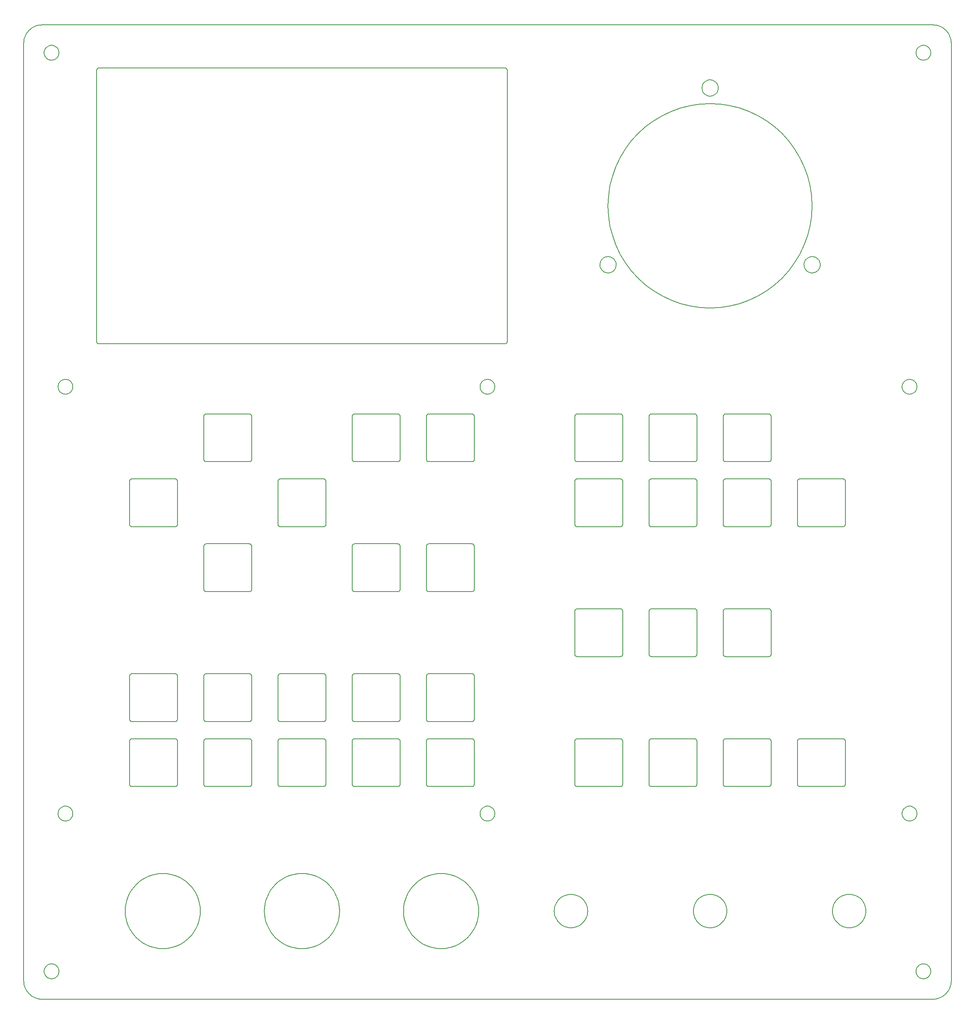
<source format=gbr>
%TF.GenerationSoftware,KiCad,Pcbnew,7.0.2-1.fc37*%
%TF.CreationDate,2023-04-28T11:32:21+01:00*%
%TF.ProjectId,grblPANEL_210x200_Front_Panel,6772626c-5041-44e4-954c-5f3231307832,A*%
%TF.SameCoordinates,Original*%
%TF.FileFunction,Profile,NP*%
%FSLAX46Y46*%
G04 Gerber Fmt 4.6, Leading zero omitted, Abs format (unit mm)*
G04 Created by KiCad (PCBNEW 7.0.2-1.fc37) date 2023-04-28 11:32:21*
%MOMM*%
%LPD*%
G01*
G04 APERTURE LIST*
%TA.AperFunction,Profile*%
%ADD10C,0.200000*%
%TD*%
G04 APERTURE END LIST*
D10*
X206850000Y-204650000D02*
X206850000Y-195350000D01*
X190860000Y-195252500D02*
X190872000Y-195204900D01*
X232955000Y-235445000D02*
X232622000Y-235326000D01*
X61245770Y-243588930D02*
X61387710Y-243521790D01*
X174888000Y-139159000D02*
X174909000Y-139114000D01*
X72104900Y-109728000D02*
X72058700Y-109712000D01*
X190934000Y-195072200D02*
X190963000Y-195032800D01*
X201091000Y-195114300D02*
X201112000Y-195158700D01*
X216748000Y-205140400D02*
X216699000Y-205147600D01*
X191072000Y-177065700D02*
X191033000Y-177036500D01*
X248411000Y-118246000D02*
X248478000Y-118388000D01*
X233150000Y-195350000D02*
X233150000Y-204650000D01*
X110934300Y-139072000D02*
X110963500Y-139033000D01*
X79204900Y-205128500D02*
X79158700Y-205111900D01*
X247612000Y-209521800D02*
X247754000Y-209588900D01*
X108516600Y-228900300D02*
X108856400Y-228181700D01*
X120885700Y-205091000D02*
X120841300Y-205111900D01*
X183730000Y-92985000D02*
X183693000Y-93153000D01*
X63411070Y-244245770D02*
X63478210Y-244387710D01*
X137111900Y-125159000D02*
X137128500Y-125205000D01*
X126909000Y-153114300D02*
X126934300Y-153072200D01*
X120650000Y-205150000D02*
X111350000Y-205150000D01*
X62888910Y-243669650D02*
X63015030Y-243763180D01*
X104795100Y-152871500D02*
X104841300Y-152888100D01*
X248589000Y-47754000D02*
X248522000Y-47612000D01*
X104927800Y-124934000D02*
X104967200Y-124963000D01*
X207033000Y-135037000D02*
X206996000Y-135004000D01*
X137147600Y-204699000D02*
X137140400Y-204747500D01*
X206996000Y-138996000D02*
X207033000Y-138963000D01*
X79072200Y-205065700D02*
X79032800Y-205036500D01*
X126934300Y-125072000D02*
X126963500Y-125033000D01*
X63592300Y-245156830D02*
X63569260Y-245312140D01*
X72250000Y-50250000D02*
X159750000Y-50250000D01*
X110963500Y-190967200D02*
X110934300Y-190927800D01*
X175159000Y-177111900D02*
X175114000Y-177091000D01*
X247889000Y-120330000D02*
X247754000Y-120411000D01*
X153751200Y-229648700D02*
X153944400Y-230419800D01*
X105003600Y-191003600D02*
X104967200Y-191036500D01*
X104885700Y-194909000D02*
X104927800Y-194934300D01*
X62754230Y-243588930D02*
X62888910Y-243669650D01*
X88927800Y-205065700D02*
X88885700Y-205091000D01*
X202325000Y-55108000D02*
X202284000Y-54941000D01*
X204508000Y-52925000D02*
X204670000Y-52983000D01*
X110963500Y-181032800D02*
X110996400Y-180996400D01*
X105091000Y-134886000D02*
X105065700Y-134928000D01*
X121003600Y-138996000D02*
X121036500Y-139033000D01*
X201148000Y-139301000D02*
X201150000Y-139350000D01*
X121140400Y-139252000D02*
X121147600Y-139301000D01*
X136967200Y-205036500D02*
X136927800Y-205065700D01*
X184841000Y-194888100D02*
X184886000Y-194909000D01*
X250312000Y-246569260D02*
X250157000Y-246592300D01*
X110850000Y-148650000D02*
X110850000Y-139350000D01*
X154400000Y-119000000D02*
X154407700Y-118843000D01*
X142963500Y-125033000D02*
X142996400Y-124996000D01*
X207033000Y-205036500D02*
X206996000Y-205003600D01*
X143032800Y-205036500D02*
X142996400Y-205003600D01*
X78909000Y-181114300D02*
X78934300Y-181072200D01*
X184650000Y-149150000D02*
X175350000Y-149150000D01*
X65754230Y-120411000D02*
X65612290Y-120478000D01*
X157592000Y-118843000D02*
X157600000Y-119000000D01*
X89091000Y-204885700D02*
X89065700Y-204927800D01*
X226921000Y-94186000D02*
X226771000Y-94270000D01*
X120841300Y-180888100D02*
X120885700Y-180909000D01*
X63569260Y-47312000D02*
X63531100Y-47464000D01*
X127252500Y-135140000D02*
X127204900Y-135128000D01*
X105036500Y-134967000D02*
X105003600Y-135004000D01*
X175072000Y-124934000D02*
X175114000Y-124909000D01*
X126996400Y-191003600D02*
X126963500Y-190967200D01*
X143204900Y-163128500D02*
X143158700Y-163111900D01*
X157237000Y-209985000D02*
X157330000Y-210111100D01*
X61687860Y-45431000D02*
X61843170Y-45408000D01*
X246843000Y-117408000D02*
X247000000Y-117400000D01*
X245589000Y-118246000D02*
X245670000Y-118111000D01*
X185066000Y-134928000D02*
X185037000Y-134967000D01*
X142963500Y-181032800D02*
X142996400Y-180996400D01*
X121036500Y-148967000D02*
X121003600Y-149004000D01*
X124061000Y-231206100D02*
X124100000Y-232000000D01*
X142852400Y-204699000D02*
X142850000Y-204650000D01*
X206934000Y-204927800D02*
X206909000Y-204885700D01*
X175033000Y-177036500D02*
X174996000Y-177003600D01*
X136747500Y-194859600D02*
X136795100Y-194871500D01*
X249246000Y-45589000D02*
X249388000Y-45522000D01*
X94934300Y-195072200D02*
X94963500Y-195032800D01*
X78888100Y-148841000D02*
X78871500Y-148795000D01*
X176546000Y-234545600D02*
X176284000Y-234782800D01*
X143204900Y-194871500D02*
X143252500Y-194859600D01*
X142888100Y-153158700D02*
X142909000Y-153114300D01*
X184928000Y-194934300D02*
X184967000Y-194963500D01*
X111301000Y-194852400D02*
X111350000Y-194850000D01*
X174934000Y-204927800D02*
X174909000Y-204885700D01*
X151727600Y-237727600D02*
X151138600Y-238261400D01*
X202763000Y-55837000D02*
X202647000Y-55710000D01*
X105150000Y-181350000D02*
X105150000Y-190650000D01*
X205353000Y-53490000D02*
X205455000Y-53628000D01*
X137150000Y-162650000D02*
X137147600Y-162699000D01*
X153140400Y-162747500D02*
X153128500Y-162795100D01*
X126909000Y-125114000D02*
X126934300Y-125072000D01*
X201128000Y-176795100D02*
X201112000Y-176841300D01*
X205353000Y-55710000D02*
X205237000Y-55837000D01*
X206852000Y-134699000D02*
X206850000Y-134650000D01*
X175301000Y-149148000D02*
X175252000Y-149140000D01*
X104885700Y-135091000D02*
X104841300Y-135112000D01*
X126934300Y-162927800D02*
X126909000Y-162885700D01*
X156754000Y-209588900D02*
X156889000Y-209669600D01*
X87580200Y-239944400D02*
X86793900Y-240061000D01*
X64535540Y-120531000D02*
X64387710Y-120478000D01*
X120747500Y-205140400D02*
X120699000Y-205147600D01*
X207072000Y-205065700D02*
X207033000Y-205036500D01*
X143032800Y-180963500D02*
X143072200Y-180934300D01*
X156000000Y-212600000D02*
X155843200Y-212592300D01*
X89091000Y-181114300D02*
X89111900Y-181158700D01*
X233037000Y-204967200D02*
X233004000Y-205003600D01*
X216699000Y-205147600D02*
X216650000Y-205150000D01*
X248869000Y-45869000D02*
X248985000Y-45763000D01*
X245400000Y-211000000D02*
X245408000Y-210843200D01*
X190872000Y-139205000D02*
X190888000Y-139159000D01*
X153128500Y-153204900D02*
X153140400Y-153252500D01*
X232650000Y-205150000D02*
X223350000Y-205150000D01*
X78963500Y-204967200D02*
X78934300Y-204927800D01*
X89003600Y-149004000D02*
X88967200Y-149037000D01*
X142963500Y-190967200D02*
X142934300Y-190927800D01*
X246688000Y-120569000D02*
X246536000Y-120531000D01*
X79032800Y-205036500D02*
X78996400Y-205003600D01*
X247312000Y-212569300D02*
X247157000Y-212592300D01*
X232699000Y-205147600D02*
X232650000Y-205150000D01*
X246111000Y-117670000D02*
X246246000Y-117589000D01*
X223072000Y-149066000D02*
X223033000Y-149037000D01*
X137036500Y-181032800D02*
X137065700Y-181072200D01*
X90500100Y-225265100D02*
X91138600Y-225738600D01*
X248522000Y-245612290D02*
X248469000Y-245464460D01*
X155843200Y-209407700D02*
X156000000Y-209400000D01*
X65754230Y-117589000D02*
X65888910Y-117670000D01*
X157131000Y-212131400D02*
X157015000Y-212236800D01*
X89099700Y-224516600D02*
X89818300Y-224856400D01*
X160028000Y-50334000D02*
X160067000Y-50363000D01*
X233091000Y-195114300D02*
X233112000Y-195158700D01*
X200928000Y-138934000D02*
X200967000Y-138963000D01*
X153147600Y-162699000D02*
X153140400Y-162747500D01*
X136967200Y-163036500D02*
X136927800Y-163065700D01*
X232303000Y-235174900D02*
X232000000Y-234993300D01*
X66015000Y-120237000D02*
X65888910Y-120330000D01*
X89818300Y-224856400D02*
X90500100Y-225265100D01*
X152699000Y-205147600D02*
X152650000Y-205150000D01*
X184886000Y-138909000D02*
X184928000Y-138934000D01*
X65888910Y-209669600D02*
X66015000Y-209763200D01*
X222852000Y-139301000D02*
X222860000Y-139252000D01*
X88650000Y-194850000D02*
X88699000Y-194852400D01*
X205716000Y-54941000D02*
X205675000Y-55108000D01*
X245431000Y-211312100D02*
X245408000Y-211156800D01*
X184967000Y-149037000D02*
X184928000Y-149066000D01*
X154521800Y-119612000D02*
X154468900Y-119464000D01*
X248330000Y-118111000D02*
X248411000Y-118246000D01*
X186994000Y-66043000D02*
X188444000Y-64444000D01*
X206993000Y-234000100D02*
X206783000Y-234283800D01*
X154763200Y-120015000D02*
X154669600Y-119889000D01*
X66478200Y-118388000D02*
X66531100Y-118536000D01*
X217140000Y-195252500D02*
X217148000Y-195301000D01*
X127301000Y-194852400D02*
X127350000Y-194850000D01*
X104885700Y-191091000D02*
X104841300Y-191111900D01*
X159750000Y-109750000D02*
X72250000Y-109750000D01*
X207033000Y-177036500D02*
X206996000Y-177003600D01*
X182423000Y-75708000D02*
X182947000Y-73614000D01*
X232841000Y-205111900D02*
X232795000Y-205128500D01*
X78888100Y-181158700D02*
X78909000Y-181114300D01*
X94859600Y-134748000D02*
X94852400Y-134699000D01*
X171454000Y-234545600D02*
X171217000Y-234283800D01*
X60000000Y-251000000D02*
X252000000Y-251000000D01*
X247464000Y-212531100D02*
X247312000Y-212569300D01*
X193629000Y-99402000D02*
X191777000Y-98292000D01*
X246843000Y-209407700D02*
X247000000Y-209400000D01*
X210386000Y-58947000D02*
X212419000Y-59675000D01*
X111350000Y-180850000D02*
X120650000Y-180850000D01*
X153150000Y-153350000D02*
X153150000Y-162650000D01*
X245431000Y-119312000D02*
X245408000Y-119157000D01*
X254828000Y-249828430D02*
X255092000Y-249537570D01*
X126909000Y-162885700D02*
X126888100Y-162841300D01*
X155687900Y-209430700D02*
X155843200Y-209407700D01*
X184748000Y-138860000D02*
X184795000Y-138872000D01*
X185140000Y-176747500D02*
X185128000Y-176795100D01*
X64687860Y-209430700D02*
X64843170Y-209407700D01*
X88967200Y-138963000D02*
X89003600Y-138996000D01*
X136841300Y-180888100D02*
X136885700Y-180909000D01*
X207205000Y-205128500D02*
X207159000Y-205111900D01*
X63588930Y-118246000D02*
X63669650Y-118111000D01*
X79072200Y-194934300D02*
X79114300Y-194909000D01*
X115206100Y-240061000D02*
X114419800Y-239944400D01*
X137111900Y-134841000D02*
X137091000Y-134886000D01*
X95032800Y-194963500D02*
X95072200Y-194934300D01*
X136699000Y-124852000D02*
X136747500Y-124860000D01*
X153065700Y-204927800D02*
X153036500Y-204967200D01*
X245763000Y-212015000D02*
X245670000Y-211888900D01*
X78934300Y-204927800D02*
X78909000Y-204885700D01*
X251131000Y-48131000D02*
X251015000Y-48237000D01*
X137036500Y-153032800D02*
X137065700Y-153072200D01*
X65000000Y-120600000D02*
X64843170Y-120592000D01*
X142996400Y-124996000D02*
X143032800Y-124963000D01*
X115206100Y-223939000D02*
X116000000Y-223900000D01*
X207583000Y-231647100D02*
X207600000Y-232000000D01*
X111072200Y-191065700D02*
X111032800Y-191036500D01*
X236993000Y-229999900D02*
X237175000Y-230303000D01*
X207301000Y-166852400D02*
X207350000Y-166850000D01*
X200967000Y-205036500D02*
X200928000Y-205065700D01*
X216841000Y-177111900D02*
X216795000Y-177128500D01*
X65312140Y-209430700D02*
X65464460Y-209468900D01*
X174909000Y-134886000D02*
X174888000Y-134841000D01*
X137150000Y-204650000D02*
X137147600Y-204699000D01*
X248431000Y-46688000D02*
X248469000Y-46536000D01*
X126852400Y-162699000D02*
X126850000Y-162650000D01*
X121140400Y-148748000D02*
X121128500Y-148795000D01*
X136885700Y-124909000D02*
X136927800Y-124934000D01*
X201037000Y-139033000D02*
X201066000Y-139072000D01*
X121003600Y-149004000D02*
X120967200Y-149037000D01*
X124061000Y-232793900D02*
X123944400Y-233580200D01*
X207159000Y-138888000D02*
X207205000Y-138872000D01*
X248469000Y-245464460D02*
X248431000Y-245312140D01*
X191159000Y-177111900D02*
X191114000Y-177091000D01*
X110272400Y-226272400D02*
X110861400Y-225738600D01*
X94871500Y-195204900D02*
X94888100Y-195158700D01*
X104795100Y-124872000D02*
X104841300Y-124888000D01*
X236783000Y-229716200D02*
X236993000Y-229999900D01*
X206546000Y-229454400D02*
X206783000Y-229716200D01*
X60468900Y-245464460D02*
X60430740Y-245312140D01*
X251237000Y-246015030D02*
X251131000Y-246131370D01*
X121091000Y-148886000D02*
X121065700Y-148928000D01*
X64387710Y-120478000D02*
X64245770Y-120411000D01*
X137111900Y-153158700D02*
X137128500Y-153204900D01*
X247157000Y-209407700D02*
X247312000Y-209430700D01*
X71759600Y-50652000D02*
X71771500Y-50605000D01*
X127072200Y-194934300D02*
X127114300Y-194909000D01*
X201140000Y-195252500D02*
X201148000Y-195301000D01*
X204972000Y-56055000D02*
X204825000Y-56143000D01*
X201716000Y-234782800D02*
X201454000Y-234545600D01*
X143158700Y-180888100D02*
X143204900Y-180871500D01*
X236993000Y-234000100D02*
X236783000Y-234283800D01*
X121091000Y-195114300D02*
X121111900Y-195158700D01*
X62464460Y-45469000D02*
X62612290Y-45522000D01*
X63588930Y-119754000D02*
X63521790Y-119612000D01*
X184650000Y-166850000D02*
X184699000Y-166852400D01*
X110909000Y-148886000D02*
X110888100Y-148841000D01*
X137065700Y-162927800D02*
X137036500Y-162967200D01*
X181079000Y-94186000D02*
X180938000Y-94088000D01*
X224293000Y-92303000D02*
X224340000Y-92137000D01*
X143032800Y-124963000D02*
X143072200Y-124934000D01*
X173298000Y-235530800D02*
X172955000Y-235445000D01*
X94852400Y-162699000D02*
X94850000Y-162650000D01*
X200650000Y-135150000D02*
X191350000Y-135150000D01*
X207072000Y-124934000D02*
X207114000Y-124909000D01*
X110871500Y-195204900D02*
X110888100Y-195158700D01*
X150500100Y-225265100D02*
X151138600Y-225738600D01*
X247889000Y-209669600D02*
X248015000Y-209763200D01*
X175252000Y-194859600D02*
X175301000Y-194852400D01*
X110996400Y-205003600D02*
X110963500Y-204967200D01*
X157478000Y-211612300D02*
X157411000Y-211754200D01*
X201217000Y-229716200D02*
X201454000Y-229454400D01*
X185128000Y-148795000D02*
X185112000Y-148841000D01*
X185128000Y-176795100D02*
X185112000Y-176841300D01*
X126963500Y-190967200D02*
X126934300Y-190927800D01*
X62754230Y-48411000D02*
X62612290Y-48478000D01*
X66015000Y-212236800D02*
X65888910Y-212330400D01*
X120885700Y-191091000D02*
X120841300Y-191111900D01*
X88967200Y-191036500D02*
X88927800Y-191065700D01*
X206934000Y-134928000D02*
X206909000Y-134886000D01*
X79738600Y-237138600D02*
X79265100Y-236500100D01*
X72201000Y-109748000D02*
X72152500Y-109740000D01*
X121036500Y-190967200D02*
X121003600Y-191003600D01*
X248763000Y-246015030D02*
X248670000Y-245888910D01*
X136841300Y-194888100D02*
X136885700Y-194909000D01*
X222888000Y-148841000D02*
X222872000Y-148795000D01*
X105147600Y-134699000D02*
X105140400Y-134748000D01*
X216967000Y-177036500D02*
X216928000Y-177065700D01*
X201091000Y-148886000D02*
X201066000Y-148928000D01*
X157569000Y-210687900D02*
X157592000Y-210843200D01*
X216928000Y-149066000D02*
X216886000Y-149091000D01*
X222872000Y-195204900D02*
X222888000Y-195158700D01*
X232955000Y-228555000D02*
X233298000Y-228469200D01*
X205237000Y-53363000D02*
X205353000Y-53490000D01*
X249111000Y-45670000D02*
X249246000Y-45589000D01*
X201091000Y-167114300D02*
X201112000Y-167158700D01*
X152699000Y-180852400D02*
X152747500Y-180859600D01*
X142934300Y-195072200D02*
X142963500Y-195032800D01*
X206284000Y-234782800D02*
X206000000Y-234993300D01*
X200886000Y-135091000D02*
X200841000Y-135112000D01*
X233298000Y-235530800D02*
X232955000Y-235445000D01*
X190909000Y-134886000D02*
X190888000Y-134841000D01*
X175378000Y-235326000D02*
X175045000Y-235445000D01*
X202622000Y-228674000D02*
X202955000Y-228555000D01*
X185004000Y-194996400D02*
X185037000Y-195032800D01*
X185037000Y-167032800D02*
X185066000Y-167072200D01*
X78859600Y-139252000D02*
X78871500Y-139205000D01*
X204825000Y-53057000D02*
X204972000Y-53145000D01*
X180984000Y-91278000D02*
X181128000Y-91184000D01*
X126859600Y-162747500D02*
X126852400Y-162699000D01*
X142934300Y-162927800D02*
X142909000Y-162885700D01*
X60468900Y-46536000D02*
X60521790Y-46388000D01*
X201128000Y-167204900D02*
X201140000Y-167252500D01*
X63411070Y-47754000D02*
X63330350Y-47889000D01*
X184841000Y-124888000D02*
X184886000Y-124909000D01*
X153003600Y-205003600D02*
X152967200Y-205036500D01*
X245985000Y-212236800D02*
X245869000Y-212131400D01*
X63521790Y-119612000D02*
X63468900Y-119464000D01*
X104841300Y-194888100D02*
X104885700Y-194909000D01*
X66600000Y-211000000D02*
X66592300Y-211156800D01*
X175072000Y-138934000D02*
X175114000Y-138909000D01*
X94852400Y-125301000D02*
X94859600Y-125252000D01*
X111350000Y-205150000D02*
X111301000Y-205147600D01*
X65312140Y-212569300D02*
X65156830Y-212592300D01*
X88927800Y-191065700D02*
X88885700Y-191091000D01*
X222850000Y-139350000D02*
X222852000Y-139301000D01*
X154588900Y-118246000D02*
X154669600Y-118111000D01*
X88699000Y-138852000D02*
X88747500Y-138860000D01*
X191114000Y-166909000D02*
X191159000Y-166888100D01*
X174963000Y-176967200D02*
X174934000Y-176927800D01*
X217150000Y-204650000D02*
X217148000Y-204699000D01*
X174934000Y-139072000D02*
X174963000Y-139033000D01*
X207301000Y-205147600D02*
X207252000Y-205140400D01*
X137140400Y-204747500D02*
X137128500Y-204795100D01*
X174909000Y-139114000D02*
X174934000Y-139072000D01*
X60984970Y-243763180D02*
X61111090Y-243669650D01*
X216841000Y-166888100D02*
X216886000Y-166909000D01*
X104967200Y-124963000D02*
X105003600Y-124996000D01*
X159895000Y-109728000D02*
X159848000Y-109740000D01*
X155535500Y-120531000D02*
X155387700Y-120478000D01*
X153091000Y-181114300D02*
X153111900Y-181158700D01*
X200650000Y-177150000D02*
X191350000Y-177150000D01*
X181387000Y-94338000D02*
X181229000Y-94270000D01*
X121140400Y-195252500D02*
X121147600Y-195301000D01*
X185112000Y-134841000D02*
X185091000Y-134886000D01*
X114419800Y-224055600D02*
X115206100Y-223939000D01*
X223033000Y-194963500D02*
X223072000Y-194934300D01*
X79350000Y-149150000D02*
X79301000Y-149148000D01*
X200967000Y-138963000D02*
X201004000Y-138996000D01*
X180580000Y-93719000D02*
X180487000Y-93575000D01*
X201150000Y-125350000D02*
X201150000Y-134650000D01*
X121091000Y-139114000D02*
X121111900Y-139159000D01*
X159799000Y-50252000D02*
X159848000Y-50260000D01*
X248131000Y-120131000D02*
X248015000Y-120237000D01*
X140861400Y-238261400D02*
X140272400Y-237727600D01*
X63015030Y-243763180D02*
X63131370Y-243868630D01*
X153091000Y-162885700D02*
X153065700Y-162927800D01*
X58469270Y-250695518D02*
X58838860Y-250827761D01*
X207205000Y-135128000D02*
X207159000Y-135112000D01*
X154430700Y-210687900D02*
X154468900Y-210535500D01*
X180807000Y-93977000D02*
X180687000Y-93854000D01*
X246536000Y-209468900D02*
X246688000Y-209430700D01*
X204000000Y-235600000D02*
X203647000Y-235582700D01*
X191033000Y-205036500D02*
X190996000Y-205003600D01*
X207301000Y-149148000D02*
X207252000Y-149140000D01*
X207114000Y-205091000D02*
X207072000Y-205065700D01*
X88699000Y-194852400D02*
X88747500Y-194859600D01*
X136885700Y-205091000D02*
X136841300Y-205111900D01*
X223402000Y-90371000D02*
X222292000Y-92223000D01*
X143252500Y-163140400D02*
X143204900Y-163128500D01*
X200795000Y-177128500D02*
X200748000Y-177140400D01*
X64687860Y-117431000D02*
X64843170Y-117408000D01*
X216650000Y-177150000D02*
X207350000Y-177150000D01*
X153111900Y-134841000D02*
X153091000Y-134886000D01*
X225600000Y-94404000D02*
X225435000Y-94357000D01*
X136927800Y-124934000D02*
X136967200Y-124963000D01*
X172303000Y-228825100D02*
X172622000Y-228674000D01*
X206872000Y-125205000D02*
X206888000Y-125159000D01*
X157015000Y-117763000D02*
X157131000Y-117869000D01*
X200699000Y-135148000D02*
X200650000Y-135150000D01*
X64687860Y-120569000D02*
X64535540Y-120531000D01*
X104795100Y-135128000D02*
X104747500Y-135140000D01*
X200886000Y-166909000D02*
X200928000Y-166934300D01*
X216650000Y-138850000D02*
X216699000Y-138852000D01*
X205378000Y-235326000D02*
X205045000Y-235445000D01*
X206934000Y-125072000D02*
X206963000Y-125033000D01*
X248985000Y-246236820D02*
X248869000Y-246131370D01*
X136927800Y-205065700D02*
X136885700Y-205091000D01*
X216650000Y-194850000D02*
X216699000Y-194852400D01*
X207350000Y-149150000D02*
X207301000Y-149148000D01*
X92261400Y-237138600D02*
X91727600Y-237727600D01*
X216928000Y-166934300D02*
X216967000Y-166963500D01*
X121111900Y-148841000D02*
X121091000Y-148886000D01*
X89140400Y-181252500D02*
X89147600Y-181301000D01*
X63400000Y-119000000D02*
X63407700Y-118843000D01*
X226054000Y-90951000D02*
X226225000Y-90965000D01*
X89111900Y-190841300D02*
X89091000Y-190885700D01*
X64535540Y-209468900D02*
X64687860Y-209430700D01*
X190996000Y-124996000D02*
X191033000Y-124963000D01*
X142871500Y-153204900D02*
X142888100Y-153158700D01*
X71771500Y-109395000D02*
X71759600Y-109348000D01*
X200841000Y-124888000D02*
X200886000Y-124909000D01*
X232967000Y-138963000D02*
X233004000Y-138996000D01*
X105111900Y-204841300D02*
X105091000Y-204885700D01*
X60407700Y-244843170D02*
X60430740Y-244687860D01*
X94909000Y-190885700D02*
X94888100Y-190841300D01*
X184886000Y-166909000D02*
X184928000Y-166934300D01*
X152967200Y-135037000D02*
X152927800Y-135066000D01*
X204825000Y-56143000D02*
X204670000Y-56217000D01*
X202647000Y-55710000D02*
X202545000Y-55572000D01*
X127204900Y-163128500D02*
X127158700Y-163111900D01*
X149099700Y-224516600D02*
X149818300Y-224856400D01*
X245670000Y-210111100D02*
X245763000Y-209985000D01*
X66531100Y-118536000D02*
X66569300Y-118688000D01*
X160191000Y-50514000D02*
X160212000Y-50559000D01*
X200967000Y-194963500D02*
X201004000Y-194996400D01*
X142871500Y-195204900D02*
X142888100Y-195158700D01*
X200928000Y-177065700D02*
X200886000Y-177091000D01*
X251600000Y-245000000D02*
X251592000Y-245156830D01*
X174888000Y-167158700D02*
X174909000Y-167114300D01*
X95350000Y-191150000D02*
X95301000Y-191147600D01*
X201140000Y-167252500D02*
X201148000Y-167301000D01*
X65888910Y-117670000D02*
X66015000Y-117763000D01*
X204000000Y-58000000D02*
X206156000Y-58106000D01*
X206872000Y-204795100D02*
X206860000Y-204747500D01*
X154468900Y-118536000D02*
X154521800Y-118388000D01*
X200650000Y-194850000D02*
X200699000Y-194852400D01*
X105147600Y-195301000D02*
X105150000Y-195350000D01*
X136885700Y-152909000D02*
X136927800Y-152934300D01*
X95252500Y-163140400D02*
X95204900Y-163128500D01*
X157330000Y-118111000D02*
X157411000Y-118246000D01*
X105065700Y-195072200D02*
X105091000Y-195114300D01*
X121150000Y-181350000D02*
X121150000Y-190650000D01*
X203175000Y-56143000D02*
X203028000Y-56055000D01*
X117580200Y-239944400D02*
X116793900Y-240061000D01*
X63592300Y-46843000D02*
X63600000Y-47000000D01*
X61687860Y-48569000D02*
X61535540Y-48531000D01*
X78934300Y-139072000D02*
X78963500Y-139033000D01*
X248237000Y-120015000D02*
X248131000Y-120131000D01*
X185112000Y-148841000D02*
X185091000Y-148886000D01*
X111032800Y-194963500D02*
X111072200Y-194934300D01*
X111072200Y-180934300D02*
X111114300Y-180909000D01*
X202457000Y-53775000D02*
X202545000Y-53628000D01*
X205543000Y-55425000D02*
X205455000Y-55572000D01*
X185150000Y-134650000D02*
X185148000Y-134699000D01*
X89065700Y-190927800D02*
X89036500Y-190967200D01*
X110963500Y-139033000D02*
X110996400Y-138996000D01*
X110850000Y-190650000D02*
X110850000Y-181350000D01*
X175350000Y-138850000D02*
X184650000Y-138850000D01*
X232928000Y-205065700D02*
X232886000Y-205091000D01*
X108248800Y-229648700D02*
X108516600Y-228900300D01*
X233140000Y-148748000D02*
X233128000Y-148795000D01*
X126850000Y-204650000D02*
X126850000Y-195350000D01*
X247000000Y-209400000D02*
X247157000Y-209407700D01*
X152699000Y-163147600D02*
X152650000Y-163150000D01*
X250157000Y-45408000D02*
X250312000Y-45431000D01*
X105036500Y-162967200D02*
X105003600Y-163003600D01*
X72058700Y-50288000D02*
X72104900Y-50272000D01*
X111204900Y-194871500D02*
X111252500Y-194859600D01*
X66478200Y-119612000D02*
X66411100Y-119754000D01*
X233647000Y-228417300D02*
X234000000Y-228400000D01*
X230555000Y-233045000D02*
X230469000Y-232702300D01*
X217004000Y-177003600D02*
X216967000Y-177036500D01*
X207445000Y-230955000D02*
X207531000Y-231297700D01*
X175350000Y-149150000D02*
X175301000Y-149148000D01*
X63868630Y-120131000D02*
X63763180Y-120015000D01*
X233112000Y-195158700D02*
X233128000Y-195204900D01*
X142888100Y-162841300D02*
X142871500Y-162795100D01*
X142850000Y-204650000D02*
X142850000Y-195350000D01*
X185140000Y-204747500D02*
X185128000Y-204795100D01*
X143158700Y-152888100D02*
X143204900Y-152871500D01*
X127158700Y-135112000D02*
X127114300Y-135091000D01*
X89091000Y-139114000D02*
X89111900Y-139159000D01*
X175159000Y-124888000D02*
X175205000Y-124872000D01*
X95350000Y-135150000D02*
X95301000Y-135148000D01*
X61687860Y-243430740D02*
X61843170Y-243407700D01*
X121147600Y-139301000D02*
X121150000Y-139350000D01*
X175159000Y-205111900D02*
X175114000Y-205091000D01*
X207350000Y-177150000D02*
X207301000Y-177147600D01*
X207252000Y-166859600D02*
X207301000Y-166852400D01*
X71750000Y-109250000D02*
X71750000Y-50750000D01*
X248400000Y-47000000D02*
X248408000Y-46843000D01*
X105147600Y-204699000D02*
X105140400Y-204747500D01*
X185708000Y-67777000D02*
X186994000Y-66043000D01*
X142909000Y-190885700D02*
X142888100Y-190841300D01*
X224428000Y-93474000D02*
X224359000Y-93316000D01*
X157131000Y-209868600D02*
X157237000Y-209985000D01*
X147580200Y-239944400D02*
X146793900Y-240061000D01*
X170674000Y-233377700D02*
X170555000Y-233045000D01*
X203647000Y-228417300D02*
X204000000Y-228400000D01*
X251531000Y-46536000D02*
X251569000Y-46688000D01*
X127301000Y-191147600D02*
X127252500Y-191140400D01*
X217091000Y-176885700D02*
X217066000Y-176927800D01*
X78909000Y-195114300D02*
X78934300Y-195072200D01*
X246246000Y-117589000D02*
X246388000Y-117522000D01*
X65754230Y-209588900D02*
X65888910Y-209669600D01*
X78856400Y-235818300D02*
X78516600Y-235099700D01*
X92734900Y-236500100D02*
X92261400Y-237138600D01*
X207072000Y-166934300D02*
X207114000Y-166909000D01*
X143032800Y-135037000D02*
X142996400Y-135004000D01*
X206888000Y-204841300D02*
X206872000Y-204795100D01*
X201066000Y-134928000D02*
X201037000Y-134967000D01*
X248469000Y-47464000D02*
X248431000Y-47312000D01*
X113648700Y-239751200D02*
X112900300Y-239483400D01*
X185066000Y-125072000D02*
X185091000Y-125114000D01*
X216886000Y-205091000D02*
X216841000Y-205111900D01*
X78909000Y-148886000D02*
X78888100Y-148841000D01*
X250464000Y-48531000D02*
X250312000Y-48569000D01*
X216223000Y-61708000D02*
X217957000Y-62994000D01*
X142871500Y-125205000D02*
X142888100Y-125159000D01*
X217128000Y-176795100D02*
X217112000Y-176841300D01*
X191114000Y-205091000D02*
X191072000Y-205065700D01*
X56019261Y-44608000D02*
X56000000Y-45000000D01*
X206860000Y-134748000D02*
X206852000Y-134699000D01*
X78516600Y-235099700D02*
X78248800Y-234351300D01*
X152734900Y-236500100D02*
X152261400Y-237138600D01*
X108516600Y-235099700D02*
X108248800Y-234351300D01*
X206996000Y-135004000D02*
X206963000Y-134967000D01*
X233647000Y-235582700D02*
X233298000Y-235530800D01*
X154468900Y-210535500D02*
X154521800Y-210387700D01*
X174000000Y-228400000D02*
X174353000Y-228417300D01*
X155245800Y-212411100D02*
X155111100Y-212330400D01*
X216928000Y-194934300D02*
X216967000Y-194963500D01*
X126850000Y-125350000D02*
X126852400Y-125301000D01*
X65464460Y-209468900D02*
X65612290Y-209521800D01*
X248592000Y-211156800D02*
X248569000Y-211312100D01*
X136650000Y-124850000D02*
X136699000Y-124852000D01*
X66330400Y-118111000D02*
X66411100Y-118246000D01*
X88841300Y-138888000D02*
X88885700Y-138909000D01*
X58838860Y-250827761D02*
X59219640Y-250923141D01*
X184650000Y-194850000D02*
X184699000Y-194852400D01*
X191072000Y-194934300D02*
X191114000Y-194909000D01*
X201148000Y-148699000D02*
X201140000Y-148748000D01*
X203330000Y-56217000D02*
X203175000Y-56143000D01*
X185004000Y-124996000D02*
X185037000Y-125033000D01*
X127114300Y-194909000D02*
X127158700Y-194888100D01*
X182117000Y-90954000D02*
X182288000Y-90973000D01*
X126871500Y-162795100D02*
X126859600Y-162747500D01*
X251531000Y-47464000D02*
X251478000Y-47612000D01*
X226613000Y-94338000D02*
X226450000Y-94390000D01*
X157015000Y-212236800D02*
X156889000Y-212330400D01*
X191159000Y-149112000D02*
X191114000Y-149091000D01*
X207114000Y-138909000D02*
X207159000Y-138888000D01*
X152967200Y-163036500D02*
X152927800Y-163065700D01*
X104795100Y-194871500D02*
X104841300Y-194888100D01*
X126963500Y-162967200D02*
X126934300Y-162927800D01*
X79114300Y-180909000D02*
X79158700Y-180888100D01*
X78934300Y-148928000D02*
X78909000Y-148886000D01*
X71932800Y-109637000D02*
X71896400Y-109604000D01*
X62612290Y-246478210D02*
X62464460Y-246531100D01*
X111204900Y-205128500D02*
X111158700Y-205111900D01*
X142888100Y-181158700D02*
X142909000Y-181114300D01*
X142859600Y-190747500D02*
X142852400Y-190699000D01*
X190888000Y-195158700D02*
X190909000Y-195114300D01*
X142934300Y-125072000D02*
X142963500Y-125033000D01*
X64687860Y-212569300D02*
X64535540Y-212531100D01*
X219556000Y-64444000D02*
X221006000Y-66043000D01*
X154669600Y-118111000D02*
X154763200Y-117985000D01*
X246536000Y-120531000D02*
X246388000Y-120478000D01*
X60430740Y-47312000D02*
X60407700Y-47157000D01*
X95158700Y-124888000D02*
X95204900Y-124872000D01*
X177531000Y-231297700D02*
X177583000Y-231647100D01*
X66592300Y-211156800D02*
X66569300Y-211312100D01*
X190934000Y-139072000D02*
X190963000Y-139033000D01*
X120841300Y-205111900D02*
X120795100Y-205128500D01*
X105150000Y-162650000D02*
X105147600Y-162699000D01*
X142996400Y-194996400D02*
X143032800Y-194963500D01*
X60868630Y-243868630D02*
X60984970Y-243763180D01*
X217112000Y-134841000D02*
X217091000Y-134886000D01*
X160137000Y-50433000D02*
X160166000Y-50472000D01*
X233112000Y-148841000D02*
X233091000Y-148886000D01*
X223301000Y-205147600D02*
X223252000Y-205140400D01*
X105003600Y-152996400D02*
X105036500Y-153032800D01*
X206000000Y-234993300D02*
X205697000Y-235174900D01*
X123751200Y-229648700D02*
X123944400Y-230419800D01*
X248237000Y-209985000D02*
X248330000Y-210111100D01*
X177531000Y-232702300D02*
X177445000Y-233045000D01*
X110272400Y-237727600D02*
X109738600Y-237138600D01*
X248431000Y-245312140D02*
X248408000Y-245156830D01*
X104841300Y-124888000D02*
X104885700Y-124909000D01*
X121036500Y-139033000D02*
X121065700Y-139072000D01*
X234353000Y-235582700D02*
X234000000Y-235600000D01*
X176783000Y-234283800D02*
X176546000Y-234545600D01*
X112181700Y-239143600D02*
X111499900Y-238734900D01*
X202258000Y-54772000D02*
X202250000Y-54600000D01*
X174860000Y-134748000D02*
X174852000Y-134699000D01*
X233037000Y-139033000D02*
X233066000Y-139072000D01*
X232795000Y-205128500D02*
X232748000Y-205140400D01*
X171454000Y-229454400D02*
X171716000Y-229217200D01*
X66411100Y-211754200D02*
X66330400Y-211888900D01*
X190909000Y-148886000D02*
X190888000Y-148841000D01*
X248131000Y-209868600D02*
X248237000Y-209985000D01*
X217148000Y-195301000D02*
X217150000Y-195350000D01*
X185140000Y-167252500D02*
X185148000Y-167301000D01*
X217150000Y-195350000D02*
X217150000Y-204650000D01*
X127301000Y-180852400D02*
X127350000Y-180850000D01*
X190860000Y-125252000D02*
X190872000Y-125205000D01*
X79072200Y-191065700D02*
X79032800Y-191036500D01*
X190850000Y-204650000D02*
X190850000Y-195350000D01*
X136795100Y-205128500D02*
X136747500Y-205140400D01*
X255981000Y-247392070D02*
X256000000Y-247000000D01*
X251478000Y-244387710D02*
X251531000Y-244535540D01*
X206909000Y-134886000D02*
X206888000Y-134841000D01*
X56304482Y-43469000D02*
X56172239Y-43839000D01*
X232967000Y-194963500D02*
X233004000Y-194996400D01*
X191205000Y-194871500D02*
X191252000Y-194859600D01*
X104650000Y-191150000D02*
X95350000Y-191150000D01*
X79114300Y-138909000D02*
X79158700Y-138888000D01*
X65156830Y-209407700D02*
X65312140Y-209430700D01*
X137036500Y-125033000D02*
X137065700Y-125072000D01*
X175072000Y-149066000D02*
X175033000Y-149037000D01*
X182456000Y-91010000D02*
X182619000Y-91062000D01*
X127252500Y-205140400D02*
X127204900Y-205128500D01*
X201112000Y-125159000D02*
X201128000Y-125205000D01*
X175159000Y-138888000D02*
X175205000Y-138872000D01*
X245869000Y-212131400D02*
X245763000Y-212015000D01*
X174963000Y-167032800D02*
X174996000Y-166996400D01*
X206963000Y-148967000D02*
X206934000Y-148928000D01*
X152795100Y-191128500D02*
X152747500Y-191140400D01*
X200555000Y-230955000D02*
X200674000Y-230622300D01*
X184928000Y-138934000D02*
X184967000Y-138963000D01*
X63669650Y-118111000D02*
X63763180Y-117985000D01*
X80861400Y-238261400D02*
X80272400Y-237727600D01*
X207159000Y-149112000D02*
X207114000Y-149091000D01*
X136927800Y-194934300D02*
X136967200Y-194963500D01*
X66531100Y-211464500D02*
X66478200Y-211612300D01*
X126850000Y-195350000D02*
X126852400Y-195301000D01*
X217091000Y-167114300D02*
X217112000Y-167158700D01*
X245522000Y-211612300D02*
X245469000Y-211464500D01*
X225894000Y-82156000D02*
X225577000Y-84292000D01*
X253161000Y-41172000D02*
X252780000Y-41077000D01*
X110963500Y-148967000D02*
X110934300Y-148928000D01*
X137128500Y-195204900D02*
X137140400Y-195252500D01*
X66478200Y-210387700D02*
X66531100Y-210535500D01*
X204972000Y-53145000D02*
X205110000Y-53247000D01*
X64535540Y-212531100D02*
X64387710Y-212478200D01*
X230825000Y-233697000D02*
X230674000Y-233377700D01*
X120699000Y-149148000D02*
X120650000Y-149150000D01*
X143204900Y-124872000D02*
X143252500Y-124860000D01*
X207072000Y-194934300D02*
X207114000Y-194909000D01*
X110934300Y-190927800D02*
X110909000Y-190885700D01*
X181888000Y-94446000D02*
X181718000Y-94427000D01*
X63521790Y-211612300D02*
X63468900Y-211464500D01*
X154430700Y-119312000D02*
X154407700Y-119157000D01*
X142888100Y-125159000D02*
X142909000Y-125114000D01*
X126909000Y-134886000D02*
X126888100Y-134841000D01*
X216748000Y-194859600D02*
X216795000Y-194871500D01*
X175697000Y-228825100D02*
X176000000Y-229006700D01*
X207175000Y-233697000D02*
X206993000Y-234000100D01*
X65464460Y-117469000D02*
X65612290Y-117522000D01*
X217148000Y-204699000D02*
X217140000Y-204747500D01*
X206783000Y-229716200D02*
X206993000Y-229999900D01*
X88795100Y-205128500D02*
X88747500Y-205140400D01*
X177326000Y-233377700D02*
X177175000Y-233697000D01*
X126852400Y-153301000D02*
X126859600Y-153252500D01*
X63131370Y-48131000D02*
X63015030Y-48237000D01*
X121128500Y-190795100D02*
X121111900Y-190841300D01*
X63407700Y-211156800D02*
X63400000Y-211000000D01*
X89140400Y-190747500D02*
X89128500Y-190795100D01*
X204341000Y-52884000D02*
X204508000Y-52925000D01*
X95350000Y-180850000D02*
X104650000Y-180850000D01*
X157237000Y-212015000D02*
X157131000Y-212131400D01*
X253886000Y-250527685D02*
X254222000Y-250325878D01*
X110909000Y-195114300D02*
X110934300Y-195072200D01*
X62312140Y-246569260D02*
X62156830Y-246592300D01*
X111032800Y-205036500D02*
X110996400Y-205003600D01*
X174860000Y-167252500D02*
X174872000Y-167204900D01*
X136747500Y-205140400D02*
X136699000Y-205147600D01*
X63430740Y-118688000D02*
X63468900Y-118536000D01*
X206888000Y-167158700D02*
X206909000Y-167114300D01*
X127072200Y-180934300D02*
X127114300Y-180909000D01*
X190860000Y-148748000D02*
X190852000Y-148699000D01*
X111114300Y-180909000D02*
X111158700Y-180888100D01*
X205697000Y-228825100D02*
X206000000Y-229006700D01*
X79032800Y-191036500D02*
X78996400Y-191003600D01*
X156889000Y-120330000D02*
X156754000Y-120411000D01*
X61387710Y-45522000D02*
X61535540Y-45469000D01*
X251592000Y-244843170D02*
X251600000Y-245000000D01*
X61245770Y-246411070D02*
X61111090Y-246330350D01*
X184699000Y-124852000D02*
X184748000Y-124860000D01*
X216795000Y-205128500D02*
X216748000Y-205140400D01*
X205378000Y-228674000D02*
X205697000Y-228825100D01*
X143114300Y-205091000D02*
X143072200Y-205065700D01*
X137065700Y-153072200D02*
X137091000Y-153114300D01*
X94963500Y-125033000D02*
X94996400Y-124996000D01*
X180487000Y-93575000D02*
X180409000Y-93422000D01*
X191252000Y-205140400D02*
X191205000Y-205128500D01*
X227420000Y-93719000D02*
X227313000Y-93854000D01*
X217140000Y-134748000D02*
X217128000Y-134795000D01*
X184967000Y-135037000D02*
X184928000Y-135066000D01*
X201066000Y-139072000D02*
X201091000Y-139114000D01*
X177600000Y-232000000D02*
X177583000Y-232352900D01*
X152927800Y-194934300D02*
X152967200Y-194963500D01*
X207252000Y-177140400D02*
X207205000Y-177128500D01*
X248408000Y-244843170D02*
X248431000Y-244687860D01*
X155111100Y-117670000D02*
X155245800Y-117589000D01*
X217091000Y-134886000D02*
X217066000Y-134928000D01*
X58114410Y-250527685D02*
X58469270Y-250695518D01*
X120927800Y-149066000D02*
X120885700Y-149091000D01*
X61111090Y-246330350D02*
X60984970Y-246236820D01*
X153111900Y-162841300D02*
X153091000Y-162885700D01*
X89099700Y-239483400D02*
X88351300Y-239751200D01*
X78934300Y-190927800D02*
X78909000Y-190885700D01*
X121150000Y-195350000D02*
X121150000Y-204650000D01*
X190996000Y-166996400D02*
X191033000Y-166963500D01*
X248869000Y-243868630D02*
X248985000Y-243763180D01*
X157237000Y-120015000D02*
X157131000Y-120131000D01*
X183391000Y-93765000D02*
X183280000Y-93896000D01*
X184650000Y-135150000D02*
X175350000Y-135150000D01*
X247000000Y-120600000D02*
X246843000Y-120592000D01*
X232795000Y-138872000D02*
X232841000Y-138888000D01*
X136841300Y-163111900D02*
X136795100Y-163128500D01*
X202955000Y-228555000D02*
X203298000Y-228469200D01*
X232886000Y-149091000D02*
X232841000Y-149112000D01*
X95072200Y-191065700D02*
X95032800Y-191036500D01*
X247000000Y-212600000D02*
X246843000Y-212592300D01*
X250157000Y-48592000D02*
X250000000Y-48600000D01*
X92261400Y-226861400D02*
X92734900Y-227499900D01*
X127301000Y-152852400D02*
X127350000Y-152850000D01*
X143114300Y-191091000D02*
X143072200Y-191065700D01*
X190963000Y-195032800D02*
X190996000Y-194996400D01*
X248600000Y-119000000D02*
X248592000Y-119157000D01*
X248670000Y-245888910D02*
X248589000Y-245754230D01*
X78859600Y-190747500D02*
X78852400Y-190699000D01*
X233004000Y-138996000D02*
X233037000Y-139033000D01*
X121128500Y-181204900D02*
X121140400Y-181252500D01*
X137147600Y-134699000D02*
X137140400Y-134748000D01*
X191301000Y-177147600D02*
X191252000Y-177140400D01*
X153944400Y-233580200D02*
X153751200Y-234351300D01*
X152747500Y-152859600D02*
X152795100Y-152871500D01*
X232928000Y-194934300D02*
X232967000Y-194963500D01*
X180433000Y-91926000D02*
X180517000Y-91776000D01*
X204000000Y-52850000D02*
X204172000Y-52858000D01*
X170825000Y-233697000D02*
X170674000Y-233377700D01*
X143158700Y-194888100D02*
X143204900Y-194871500D01*
X200400000Y-232000000D02*
X200417000Y-231647100D01*
X232699000Y-194852400D02*
X232748000Y-194859600D01*
X137128500Y-134795000D02*
X137111900Y-134841000D01*
X94909000Y-195114300D02*
X94934300Y-195072200D01*
X185140000Y-139252000D02*
X185148000Y-139301000D01*
X152699000Y-194852400D02*
X152747500Y-194859600D01*
X203828000Y-52858000D02*
X204000000Y-52850000D01*
X105147600Y-181301000D02*
X105150000Y-181350000D01*
X237583000Y-232352900D02*
X237531000Y-232702300D01*
X174934000Y-176927800D02*
X174909000Y-176885700D01*
X174888000Y-134841000D02*
X174872000Y-134795000D01*
X152650000Y-152850000D02*
X152699000Y-152852400D01*
X222934000Y-139072000D02*
X222963000Y-139033000D01*
X217091000Y-195114300D02*
X217112000Y-195158700D01*
X111072200Y-138934000D02*
X111114300Y-138909000D01*
X223350000Y-205150000D02*
X223301000Y-205147600D01*
X144419800Y-224055600D02*
X145206100Y-223939000D01*
X233112000Y-204841300D02*
X233091000Y-204885700D01*
X201454000Y-234545600D02*
X201217000Y-234283800D01*
X105003600Y-124996000D02*
X105036500Y-125033000D01*
X88650000Y-205150000D02*
X79350000Y-205150000D01*
X181281000Y-91106000D02*
X181440000Y-91043000D01*
X111072200Y-194934300D02*
X111114300Y-194909000D01*
X201128000Y-195204900D02*
X201140000Y-195252500D01*
X60763180Y-45985000D02*
X60868630Y-45869000D01*
X191072000Y-149066000D02*
X191033000Y-149037000D01*
X255326000Y-249222280D02*
X255528000Y-248885590D01*
X201112000Y-204841300D02*
X201091000Y-204885700D01*
X88795100Y-180871500D02*
X88841300Y-180888100D01*
X156889000Y-117670000D02*
X157015000Y-117763000D01*
X120927800Y-194934300D02*
X120967200Y-194963500D01*
X105036500Y-195032800D02*
X105065700Y-195072200D01*
X251237000Y-48015000D02*
X251131000Y-48131000D01*
X174850000Y-139350000D02*
X174852000Y-139301000D01*
X136795100Y-191128500D02*
X136747500Y-191140400D01*
X155687900Y-212569300D02*
X155535500Y-212531100D01*
X190996000Y-205003600D02*
X190963000Y-204967200D01*
X93143600Y-235818300D02*
X92734900Y-236500100D01*
X183752000Y-92643000D02*
X183749000Y-92814000D01*
X190888000Y-134841000D02*
X190872000Y-134795000D01*
X217150000Y-125350000D02*
X217150000Y-134650000D01*
X63763180Y-212015000D02*
X63669650Y-211888900D01*
X89036500Y-139033000D02*
X89065700Y-139072000D01*
X107939000Y-231206100D02*
X108055600Y-230419800D01*
X155843200Y-212592300D02*
X155687900Y-212569300D01*
X142996400Y-205003600D02*
X142963500Y-204967200D01*
X157478000Y-119612000D02*
X157411000Y-119754000D01*
X123143600Y-235818300D02*
X122734900Y-236500100D01*
X216699000Y-124852000D02*
X216748000Y-124860000D01*
X105128500Y-181204900D02*
X105140400Y-181252500D01*
X66131400Y-209868600D02*
X66236800Y-209985000D01*
X190934000Y-204927800D02*
X190909000Y-204885700D01*
X153140400Y-181252500D02*
X153147600Y-181301000D01*
X190872000Y-176795100D02*
X190860000Y-176747500D01*
X225940000Y-94449000D02*
X225769000Y-94435000D01*
X95301000Y-194852400D02*
X95350000Y-194850000D01*
X206860000Y-139252000D02*
X206872000Y-139205000D01*
X143350000Y-205150000D02*
X143301000Y-205147600D01*
X142888100Y-190841300D02*
X142871500Y-190795100D01*
X88967200Y-194963500D02*
X89003600Y-194996400D01*
X227313000Y-93854000D02*
X227193000Y-93977000D01*
X235697000Y-235174900D02*
X235378000Y-235326000D01*
X126934300Y-181072200D02*
X126963500Y-181032800D01*
X175033000Y-124963000D02*
X175072000Y-124934000D01*
X231716000Y-229217200D02*
X232000000Y-229006700D01*
X201150000Y-195350000D02*
X201150000Y-204650000D01*
X127032800Y-124963000D02*
X127072200Y-124934000D01*
X95204900Y-194871500D02*
X95252500Y-194859600D01*
X227732000Y-92928000D02*
X227701000Y-93097000D01*
X126859600Y-204747500D02*
X126852400Y-204699000D01*
X183518000Y-91825000D02*
X183597000Y-91978000D01*
X216841000Y-124888000D02*
X216886000Y-124909000D01*
X247464000Y-117469000D02*
X247612000Y-117522000D01*
X71809000Y-50514000D02*
X71834300Y-50472000D01*
X88885700Y-194909000D02*
X88927800Y-194934300D01*
X174963000Y-139033000D02*
X174996000Y-138996000D01*
X216650000Y-166850000D02*
X216699000Y-166852400D01*
X200650000Y-149150000D02*
X191350000Y-149150000D01*
X143158700Y-205111900D02*
X143114300Y-205091000D01*
X152967200Y-180963500D02*
X153003600Y-180996400D01*
X184650000Y-138850000D02*
X184699000Y-138852000D01*
X248600000Y-211000000D02*
X248592000Y-211156800D01*
X255828000Y-248161140D02*
X255923000Y-247780360D01*
X157478000Y-118388000D02*
X157531000Y-118536000D01*
X248408000Y-47157000D02*
X248400000Y-47000000D01*
X224325000Y-88419000D02*
X223402000Y-90371000D01*
X246246000Y-120411000D02*
X246111000Y-120330000D01*
X254222000Y-41674000D02*
X253886000Y-41472000D01*
X66411100Y-210245800D02*
X66478200Y-210387700D01*
X248569000Y-211312100D02*
X248531000Y-211464500D01*
X206963000Y-134967000D02*
X206934000Y-134928000D01*
X206860000Y-148748000D02*
X206852000Y-148699000D01*
X206909000Y-195114300D02*
X206934000Y-195072200D01*
X234702000Y-235530800D02*
X234353000Y-235582700D01*
X62312140Y-45431000D02*
X62464460Y-45469000D01*
X120699000Y-205147600D02*
X120650000Y-205150000D01*
X66478200Y-211612300D02*
X66411100Y-211754200D01*
X63588930Y-210245800D02*
X63669650Y-210111100D01*
X137003600Y-152996400D02*
X137036500Y-153032800D01*
X155387700Y-209521800D02*
X155535500Y-209468900D01*
X180849000Y-91384000D02*
X180984000Y-91278000D01*
X147580200Y-224055600D02*
X148351300Y-224248800D01*
X184699000Y-135148000D02*
X184650000Y-135150000D01*
X190963000Y-148967000D02*
X190934000Y-148928000D01*
X206783000Y-234283800D02*
X206546000Y-234545600D01*
X248592000Y-118843000D02*
X248600000Y-119000000D01*
X216650000Y-124850000D02*
X216699000Y-124852000D01*
X78850000Y-181350000D02*
X78852400Y-181301000D01*
X152795100Y-135128000D02*
X152747500Y-135140000D01*
X207252000Y-205140400D02*
X207205000Y-205128500D01*
X207114000Y-177091000D02*
X207072000Y-177065700D01*
X174852000Y-176699000D02*
X174850000Y-176650000D01*
X245408000Y-210843200D02*
X245431000Y-210687900D01*
X200795000Y-149128000D02*
X200748000Y-149140000D01*
X108248800Y-234351300D02*
X108055600Y-233580200D01*
X171217000Y-229716200D02*
X171454000Y-229454400D01*
X137147600Y-181301000D02*
X137150000Y-181350000D01*
X191205000Y-166871500D02*
X191252000Y-166859600D01*
X201112000Y-176841300D02*
X201091000Y-176885700D01*
X136699000Y-135148000D02*
X136650000Y-135150000D01*
X136885700Y-191091000D02*
X136841300Y-191111900D01*
X65754230Y-212411100D02*
X65612290Y-212478200D01*
X142909000Y-195114300D02*
X142934300Y-195072200D01*
X152927800Y-135066000D02*
X152885700Y-135091000D01*
X152747500Y-191140400D02*
X152699000Y-191147600D01*
X60588930Y-47754000D02*
X60521790Y-47612000D01*
X137147600Y-195301000D02*
X137150000Y-195350000D01*
X95301000Y-191147600D02*
X95252500Y-191140400D01*
X190852000Y-125301000D02*
X190860000Y-125252000D01*
X245469000Y-118536000D02*
X245522000Y-118388000D01*
X222934000Y-195072200D02*
X222963000Y-195032800D01*
X205455000Y-53628000D02*
X205543000Y-53775000D01*
X154763200Y-117985000D02*
X154868600Y-117869000D01*
X154430700Y-211312100D02*
X154407700Y-211156800D01*
X136841300Y-152888100D02*
X136885700Y-152909000D01*
X249536000Y-243468900D02*
X249688000Y-243430740D01*
X64843170Y-212592300D02*
X64687860Y-212569300D01*
X248531000Y-118536000D02*
X248569000Y-118688000D01*
X71834300Y-109528000D02*
X71809000Y-109486000D01*
X59607930Y-41019000D02*
X59219640Y-41077000D01*
X156754000Y-117589000D02*
X156889000Y-117670000D01*
X217004000Y-149004000D02*
X216967000Y-149037000D01*
X126852400Y-181301000D02*
X126859600Y-181252500D01*
X126888100Y-190841300D02*
X126871500Y-190795100D01*
X155687900Y-117431000D02*
X155843200Y-117408000D01*
X60763180Y-48015000D02*
X60669650Y-47889000D01*
X226872000Y-91184000D02*
X227016000Y-91278000D01*
X137140400Y-195252500D02*
X137147600Y-195301000D01*
X201112000Y-195158700D02*
X201128000Y-195204900D01*
X247889000Y-117670000D02*
X248015000Y-117763000D01*
X153128500Y-190795100D02*
X153111900Y-190841300D01*
X175252000Y-124860000D02*
X175301000Y-124852000D01*
X232748000Y-149140000D02*
X232699000Y-149148000D01*
X216699000Y-149148000D02*
X216650000Y-149150000D01*
X88699000Y-180852400D02*
X88747500Y-180859600D01*
X180687000Y-93854000D02*
X180580000Y-93719000D01*
X110909000Y-139114000D02*
X110934300Y-139072000D01*
X206860000Y-204747500D02*
X206852000Y-204699000D01*
X230555000Y-230955000D02*
X230674000Y-230622300D01*
X184928000Y-135066000D02*
X184886000Y-135091000D01*
X160240000Y-109348000D02*
X160228000Y-109395000D01*
X137003600Y-135004000D02*
X136967200Y-135037000D01*
X202890000Y-53247000D02*
X203028000Y-53145000D01*
X190963000Y-134967000D02*
X190934000Y-134928000D01*
X79072200Y-149066000D02*
X79032800Y-149037000D01*
X216886000Y-135091000D02*
X216841000Y-135112000D01*
X120650000Y-180850000D02*
X120699000Y-180852400D01*
X175350000Y-166850000D02*
X184650000Y-166850000D01*
X248237000Y-212015000D02*
X248131000Y-212131400D01*
X152885700Y-124909000D02*
X152927800Y-124934000D01*
X216886000Y-124909000D02*
X216928000Y-124934000D01*
X142871500Y-190795100D02*
X142859600Y-190747500D01*
X127158700Y-180888100D02*
X127204900Y-180871500D01*
X233091000Y-148886000D02*
X233066000Y-148928000D01*
X191033000Y-135037000D02*
X190996000Y-135004000D01*
X143648700Y-239751200D02*
X142900300Y-239483400D01*
X65888910Y-212330400D02*
X65754230Y-212411100D01*
X231454000Y-234545600D02*
X231217000Y-234283800D01*
X224978000Y-94122000D02*
X224843000Y-94016000D01*
X94934300Y-181072200D02*
X94963500Y-181032800D01*
X172303000Y-235174900D02*
X172000000Y-234993300D01*
X126859600Y-134748000D02*
X126852400Y-134699000D01*
X174872000Y-148795000D02*
X174860000Y-148748000D01*
X142850000Y-195350000D02*
X142852400Y-195301000D01*
X223252000Y-205140400D02*
X223205000Y-205128500D01*
X88841300Y-194888100D02*
X88885700Y-194909000D01*
X233150000Y-139350000D02*
X233150000Y-148650000D01*
X89036500Y-181032800D02*
X89065700Y-181072200D01*
X206888000Y-134841000D02*
X206872000Y-134795000D01*
X88927800Y-138934000D02*
X88967200Y-138963000D01*
X156612000Y-117522000D02*
X156754000Y-117589000D01*
X175114000Y-194909000D02*
X175159000Y-194888100D01*
X191350000Y-205150000D02*
X191301000Y-205147600D01*
X185004000Y-135004000D02*
X184967000Y-135037000D01*
X121111900Y-190841300D02*
X121091000Y-190885700D01*
X95032800Y-163036500D02*
X94996400Y-163003600D01*
X152841300Y-124888000D02*
X152885700Y-124909000D01*
X111252500Y-191140400D02*
X111204900Y-191128500D01*
X136795100Y-152871500D02*
X136841300Y-152888100D01*
X153143600Y-228181700D02*
X153483400Y-228900300D01*
X136927800Y-152934300D02*
X136967200Y-152963500D01*
X174934000Y-195072200D02*
X174963000Y-195032800D01*
X201112000Y-134841000D02*
X201091000Y-134886000D01*
X217037000Y-176967200D02*
X217004000Y-177003600D01*
X185091000Y-204885700D02*
X185066000Y-204927800D01*
X137065700Y-134928000D02*
X137036500Y-134967000D01*
X206852000Y-148699000D02*
X206850000Y-148650000D01*
X245431000Y-210687900D02*
X245469000Y-210535500D01*
X256000000Y-45000000D02*
X255981000Y-44608000D01*
X203028000Y-53145000D02*
X203175000Y-53057000D01*
X78871500Y-190795100D02*
X78859600Y-190747500D01*
X202303000Y-235174900D02*
X202000000Y-234993300D01*
X94850000Y-153350000D02*
X94852400Y-153301000D01*
X105140400Y-190747500D02*
X105128500Y-190795100D01*
X60430740Y-46688000D02*
X60468900Y-46536000D01*
X176284000Y-234782800D02*
X176000000Y-234993300D01*
X250612000Y-246478210D02*
X250464000Y-246531100D01*
X250000000Y-48600000D02*
X249843000Y-48592000D01*
X120885700Y-194909000D02*
X120927800Y-194934300D01*
X156889000Y-209669600D02*
X157015000Y-209763200D01*
X208292000Y-101577000D02*
X206156000Y-101894000D01*
X185150000Y-139350000D02*
X185150000Y-148650000D01*
X104927800Y-135066000D02*
X104885700Y-135091000D01*
X79158700Y-138888000D02*
X79204900Y-138872000D01*
X58469270Y-41304000D02*
X58114410Y-41472000D01*
X206888000Y-195158700D02*
X206909000Y-195114300D01*
X88747500Y-191140400D02*
X88699000Y-191147600D01*
X104650000Y-205150000D02*
X95350000Y-205150000D01*
X248330000Y-211888900D02*
X248237000Y-212015000D01*
X246111000Y-209669600D02*
X246246000Y-209588900D01*
X225712000Y-90973000D02*
X225883000Y-90954000D01*
X200841000Y-138888000D02*
X200886000Y-138909000D01*
X127114300Y-180909000D02*
X127158700Y-180888100D01*
X78248800Y-234351300D02*
X78055600Y-233580200D01*
X202622000Y-235326000D02*
X202303000Y-235174900D01*
X143114300Y-180909000D02*
X143158700Y-180888100D01*
X94859600Y-195252500D02*
X94871500Y-195204900D01*
X79350000Y-191150000D02*
X79301000Y-191147600D01*
X136747500Y-135140000D02*
X136699000Y-135148000D01*
X174850000Y-125350000D02*
X174852000Y-125301000D01*
X126850000Y-134650000D02*
X126850000Y-125350000D01*
X191350000Y-166850000D02*
X200650000Y-166850000D01*
X105036500Y-125033000D02*
X105065700Y-125072000D01*
X233128000Y-204795100D02*
X233112000Y-204841300D01*
X136650000Y-205150000D02*
X127350000Y-205150000D01*
X223205000Y-194871500D02*
X223252000Y-194859600D01*
X94850000Y-134650000D02*
X94850000Y-125350000D01*
X180346000Y-93263000D02*
X180299000Y-93097000D01*
X250754000Y-246411070D02*
X250612000Y-246478210D01*
X190888000Y-148841000D02*
X190872000Y-148795000D01*
X78963500Y-148967000D02*
X78934300Y-148928000D01*
X204670000Y-56217000D02*
X204508000Y-56275000D01*
X78996400Y-138996000D02*
X79032800Y-138963000D01*
X138516600Y-235099700D02*
X138248800Y-234351300D01*
X110963500Y-195032800D02*
X110996400Y-194996400D01*
X223033000Y-205036500D02*
X222996000Y-205003600D01*
X160212000Y-109441000D02*
X160191000Y-109486000D01*
X207159000Y-177111900D02*
X207114000Y-177091000D01*
X191159000Y-135112000D02*
X191114000Y-135091000D01*
X232748000Y-205140400D02*
X232699000Y-205147600D01*
X203330000Y-52983000D02*
X203492000Y-52925000D01*
X142859600Y-134748000D02*
X142852400Y-134699000D01*
X136795100Y-124872000D02*
X136841300Y-124888000D01*
X154521800Y-211612300D02*
X154468900Y-211464500D01*
X143158700Y-135112000D02*
X143114300Y-135091000D01*
X233148000Y-195301000D02*
X233150000Y-195350000D01*
X78934300Y-195072200D02*
X78963500Y-195032800D01*
X153128500Y-162795100D02*
X153111900Y-162841300D01*
X95204900Y-180871500D02*
X95252500Y-180859600D01*
X233140000Y-139252000D02*
X233148000Y-139301000D01*
X246111000Y-120330000D02*
X245985000Y-120237000D01*
X237531000Y-232702300D02*
X237445000Y-233045000D01*
X222963000Y-139033000D02*
X222996000Y-138996000D01*
X202325000Y-54092000D02*
X202383000Y-53930000D01*
X217150000Y-139350000D02*
X217150000Y-148650000D01*
X191033000Y-149037000D02*
X190996000Y-149004000D01*
X156312000Y-209430700D02*
X156464000Y-209468900D01*
X206888000Y-125159000D02*
X206909000Y-125114000D01*
X78963500Y-181032800D02*
X78996400Y-180996400D01*
X137128500Y-153204900D02*
X137140400Y-153252500D01*
X227654000Y-93263000D02*
X227591000Y-93422000D01*
X63407700Y-210843200D02*
X63430740Y-210687900D01*
X159799000Y-109748000D02*
X159750000Y-109750000D01*
X89036500Y-204967200D02*
X89003600Y-205003600D01*
X202250000Y-54600000D02*
X202258000Y-54428000D01*
X184886000Y-205091000D02*
X184841000Y-205111900D01*
X152927800Y-191065700D02*
X152885700Y-191091000D01*
X105128500Y-162795100D02*
X105111900Y-162841300D01*
X222888000Y-204841300D02*
X222872000Y-204795100D01*
X111350000Y-194850000D02*
X120650000Y-194850000D01*
X60468900Y-47464000D02*
X60430740Y-47312000D01*
X190934000Y-148928000D02*
X190909000Y-148886000D01*
X183199000Y-91423000D02*
X183319000Y-91546000D01*
X172000000Y-234993300D02*
X171716000Y-234782800D01*
X175033000Y-194963500D02*
X175072000Y-194934300D01*
X251569000Y-244687860D02*
X251592000Y-244843170D01*
X201148000Y-125301000D02*
X201150000Y-125350000D01*
X201128000Y-134795000D02*
X201112000Y-134841000D01*
X137128500Y-181204900D02*
X137140400Y-181252500D01*
X248589000Y-46246000D02*
X248670000Y-46111000D01*
X154468900Y-119464000D02*
X154430700Y-119312000D01*
X200825000Y-233697000D02*
X200674000Y-233377700D01*
X237175000Y-230303000D02*
X237326000Y-230622300D01*
X222909000Y-139114000D02*
X222934000Y-139072000D01*
X105140400Y-134748000D02*
X105128500Y-134795000D01*
X127158700Y-124888000D02*
X127204900Y-124872000D01*
X109738600Y-237138600D02*
X109265100Y-236500100D01*
X224482000Y-91825000D02*
X224575000Y-91681000D01*
X62000000Y-243400000D02*
X62156830Y-243407700D01*
X190860000Y-139252000D02*
X190872000Y-139205000D01*
X154868600Y-120131000D02*
X154763200Y-120015000D01*
X191301000Y-149148000D02*
X191252000Y-149140000D01*
X245431000Y-118688000D02*
X245469000Y-118536000D01*
X64111090Y-212330400D02*
X63984970Y-212236800D01*
X108055600Y-233580200D02*
X107939000Y-232793900D01*
X184699000Y-177147600D02*
X184650000Y-177150000D01*
X126859600Y-195252500D02*
X126871500Y-195204900D01*
X217148000Y-148699000D02*
X217140000Y-148748000D01*
X105091000Y-204885700D02*
X105065700Y-204927800D01*
X105150000Y-204650000D02*
X105147600Y-204699000D01*
X144419800Y-239944400D02*
X143648700Y-239751200D01*
X227701000Y-93097000D02*
X227654000Y-93263000D01*
X207175000Y-230303000D02*
X207326000Y-230622300D01*
X197614000Y-101053000D02*
X195581000Y-100325000D01*
X205543000Y-53775000D02*
X205617000Y-53930000D01*
X160166000Y-109528000D02*
X160137000Y-109567000D01*
X216841000Y-135112000D02*
X216795000Y-135128000D01*
X123143600Y-228181700D02*
X123483400Y-228900300D01*
X143072200Y-152934300D02*
X143114300Y-152909000D01*
X251237000Y-243984970D02*
X251330000Y-244111090D01*
X142852400Y-134699000D02*
X142850000Y-134650000D01*
X72014300Y-50309000D02*
X72058700Y-50288000D01*
X250000000Y-45400000D02*
X250157000Y-45408000D01*
X204000000Y-102000000D02*
X201844000Y-101894000D01*
X94852400Y-195301000D02*
X94859600Y-195252500D01*
X174852000Y-167301000D02*
X174860000Y-167252500D01*
X79158700Y-194888100D02*
X79204900Y-194871500D01*
X136967200Y-124963000D02*
X137003600Y-124996000D01*
X143072200Y-191065700D02*
X143032800Y-191036500D01*
X137003600Y-191003600D02*
X136967200Y-191036500D01*
X255923000Y-247780360D02*
X255981000Y-247392070D01*
X78055600Y-233580200D02*
X77939000Y-232793900D01*
X89128500Y-190795100D02*
X89111900Y-190841300D01*
X89111900Y-181158700D02*
X89128500Y-181204900D01*
X138516600Y-228900300D02*
X138856400Y-228181700D01*
X222909000Y-204885700D02*
X222888000Y-204841300D01*
X89091000Y-190885700D02*
X89065700Y-190927800D01*
X190872000Y-125205000D02*
X190888000Y-125159000D01*
X204670000Y-52983000D02*
X204825000Y-53057000D01*
X94996400Y-152996400D02*
X95032800Y-152963500D01*
X246688000Y-117431000D02*
X246843000Y-117408000D01*
X255528000Y-43114000D02*
X255326000Y-42778000D01*
X153065700Y-134928000D02*
X153036500Y-134967000D01*
X222872000Y-204795100D02*
X222860000Y-204747500D01*
X110996400Y-191003600D02*
X110963500Y-190967200D01*
X174996000Y-166996400D02*
X175033000Y-166963500D01*
X110888100Y-195158700D02*
X110909000Y-195114300D01*
X94888100Y-153158700D02*
X94909000Y-153114300D01*
X252392000Y-41019000D02*
X252000000Y-41000000D01*
X127350000Y-191150000D02*
X127301000Y-191147600D01*
X63569260Y-46688000D02*
X63592300Y-46843000D01*
X224340000Y-92137000D02*
X224403000Y-91978000D01*
X191159000Y-205111900D02*
X191114000Y-205091000D01*
X183022000Y-94122000D02*
X182878000Y-94216000D01*
X121140400Y-190747500D02*
X121128500Y-190795100D01*
X126871500Y-195204900D02*
X126888100Y-195158700D01*
X142852400Y-181301000D02*
X142859600Y-181252500D01*
X66131400Y-212131400D02*
X66015000Y-212236800D01*
X174963000Y-204967200D02*
X174934000Y-204927800D01*
X143032800Y-152963500D02*
X143072200Y-152934300D01*
X78859600Y-195252500D02*
X78871500Y-195204900D01*
X136885700Y-163091000D02*
X136841300Y-163111900D01*
X200928000Y-194934300D02*
X200967000Y-194963500D01*
X110909000Y-204885700D02*
X110888100Y-204841300D01*
X185004000Y-138996000D02*
X185037000Y-139033000D01*
X95158700Y-135112000D02*
X95114300Y-135091000D01*
X63763180Y-209985000D02*
X63868630Y-209868600D01*
X184699000Y-205147600D02*
X184650000Y-205150000D01*
X126909000Y-190885700D02*
X126888100Y-190841300D01*
X94909000Y-162885700D02*
X94888100Y-162841300D01*
X175301000Y-138852000D02*
X175350000Y-138850000D01*
X197614000Y-58947000D02*
X199708000Y-58423000D01*
X66569300Y-210687900D02*
X66592300Y-210843200D01*
X94934300Y-162927800D02*
X94909000Y-162885700D01*
X181946000Y-90951000D02*
X182117000Y-90954000D01*
X207114000Y-194909000D02*
X207159000Y-194888100D01*
X78859600Y-181252500D02*
X78871500Y-181204900D01*
X155245800Y-117589000D02*
X155387700Y-117522000D01*
X250464000Y-45469000D02*
X250612000Y-45522000D01*
X137065700Y-204927800D02*
X137036500Y-204967200D01*
X248015000Y-117763000D02*
X248131000Y-117869000D01*
X120747500Y-191140400D02*
X120699000Y-191147600D01*
X217148000Y-125301000D02*
X217150000Y-125350000D01*
X153036500Y-125033000D02*
X153065700Y-125072000D01*
X214371000Y-60598000D02*
X216223000Y-61708000D01*
X105065700Y-190927800D02*
X105036500Y-190967200D01*
X79114300Y-205091000D02*
X79072200Y-205065700D01*
X121727600Y-237727600D02*
X121138600Y-238261400D01*
X110909000Y-181114300D02*
X110934300Y-181072200D01*
X206996000Y-166996400D02*
X207033000Y-166963500D01*
X95072200Y-152934300D02*
X95114300Y-152909000D01*
X245408000Y-118843000D02*
X245431000Y-118688000D01*
X202955000Y-235445000D02*
X202622000Y-235326000D01*
X175072000Y-135066000D02*
X175033000Y-135037000D01*
X206860000Y-125252000D02*
X206872000Y-125205000D01*
X148351300Y-224248800D02*
X149099700Y-224516600D01*
X207205000Y-177128500D02*
X207159000Y-177111900D01*
X155111100Y-212330400D02*
X154985000Y-212236800D01*
X78996400Y-194996400D02*
X79032800Y-194963500D01*
X105140400Y-204747500D02*
X105128500Y-204795100D01*
X111114300Y-191091000D02*
X111072200Y-191065700D01*
X233037000Y-195032800D02*
X233066000Y-195072200D01*
X120650000Y-138850000D02*
X120699000Y-138852000D01*
X157600000Y-211000000D02*
X157592000Y-211156800D01*
X94871500Y-153204900D02*
X94888100Y-153158700D01*
X95114300Y-191091000D02*
X95072200Y-191065700D01*
X121065700Y-181072200D02*
X121091000Y-181114300D01*
X143204900Y-135128000D02*
X143158700Y-135112000D01*
X249536000Y-246531100D02*
X249388000Y-246478210D01*
X224575000Y-91681000D02*
X224681000Y-91546000D01*
X71750000Y-50750000D02*
X71752400Y-50701000D01*
X206934000Y-139072000D02*
X206963000Y-139033000D01*
X94061000Y-232793900D02*
X93944400Y-233580200D01*
X191252000Y-149140000D02*
X191205000Y-149128000D01*
X137091000Y-190885700D02*
X137065700Y-190927800D01*
X182565000Y-94357000D02*
X182400000Y-94404000D01*
X185037000Y-134967000D02*
X185004000Y-135004000D01*
X105003600Y-180996400D02*
X105036500Y-181032800D01*
X206888000Y-139159000D02*
X206909000Y-139114000D01*
X94996400Y-180996400D02*
X95032800Y-180963500D01*
X154407700Y-211156800D02*
X154400000Y-211000000D01*
X90500100Y-238734900D02*
X89818300Y-239143600D01*
X71972200Y-50334000D02*
X72014300Y-50309000D01*
X79158700Y-191111900D02*
X79114300Y-191091000D01*
X190963000Y-139033000D02*
X190996000Y-138996000D01*
X183319000Y-91546000D02*
X183425000Y-91681000D01*
X78852400Y-181301000D02*
X78859600Y-181252500D01*
X111158700Y-138888000D02*
X111204900Y-138872000D01*
X105111900Y-153158700D02*
X105128500Y-153204900D01*
X175205000Y-138872000D02*
X175252000Y-138860000D01*
X121091000Y-181114300D02*
X121111900Y-181158700D01*
X127204900Y-205128500D02*
X127158700Y-205111900D01*
X177445000Y-230955000D02*
X177531000Y-231297700D01*
X205237000Y-55837000D02*
X205110000Y-55953000D01*
X153140400Y-134748000D02*
X153128500Y-134795000D01*
X88841300Y-149112000D02*
X88795100Y-149128000D01*
X89003600Y-138996000D02*
X89036500Y-139033000D01*
X182927000Y-91214000D02*
X183068000Y-91312000D01*
X63669650Y-211888900D02*
X63588930Y-211754200D01*
X226000000Y-80000000D02*
X225894000Y-82156000D01*
X154100000Y-232000000D02*
X154061000Y-232793900D01*
X246388000Y-209521800D02*
X246536000Y-209468900D01*
X201091000Y-176885700D02*
X201066000Y-176927800D01*
X205750000Y-54600000D02*
X205742000Y-54772000D01*
X207301000Y-138852000D02*
X207350000Y-138850000D01*
X201004000Y-135004000D02*
X200967000Y-135037000D01*
X207326000Y-230622300D02*
X207445000Y-230955000D01*
X160067000Y-109637000D02*
X160028000Y-109666000D01*
X245869000Y-120131000D02*
X245763000Y-120015000D01*
X126963500Y-134967000D02*
X126934300Y-134928000D01*
X126934300Y-195072200D02*
X126963500Y-195032800D01*
X222292000Y-67777000D02*
X223402000Y-69629000D01*
X191205000Y-135128000D02*
X191159000Y-135112000D01*
X104747500Y-135140000D02*
X104699000Y-135148000D01*
X152650000Y-194850000D02*
X152699000Y-194852400D01*
X250889000Y-246330350D02*
X250754000Y-246411070D01*
X223159000Y-149112000D02*
X223114000Y-149091000D01*
X217150000Y-167350000D02*
X217150000Y-176650000D01*
X127158700Y-152888100D02*
X127204900Y-152871500D01*
X136650000Y-135150000D02*
X127350000Y-135150000D01*
X251330000Y-46111000D02*
X251411000Y-46246000D01*
X185091000Y-195114300D02*
X185112000Y-195158700D01*
X184795000Y-205128500D02*
X184748000Y-205140400D01*
X89003600Y-205003600D02*
X88967200Y-205036500D01*
X190996000Y-149004000D02*
X190963000Y-148967000D01*
X86793900Y-223939000D02*
X87580200Y-224055600D01*
X105065700Y-134928000D02*
X105036500Y-134967000D01*
X146793900Y-240061000D02*
X146000000Y-240100000D01*
X206909000Y-148886000D02*
X206888000Y-148841000D01*
X206860000Y-167252500D02*
X206872000Y-167204900D01*
X152967200Y-191036500D02*
X152927800Y-191065700D01*
X137128500Y-162795100D02*
X137111900Y-162841300D01*
X121147600Y-181301000D02*
X121150000Y-181350000D01*
X193629000Y-60598000D02*
X195581000Y-59675000D01*
X182777000Y-91130000D02*
X182927000Y-91214000D01*
X126850000Y-190650000D02*
X126850000Y-181350000D01*
X184967000Y-194963500D02*
X185004000Y-194996400D01*
X248670000Y-47889000D02*
X248589000Y-47754000D01*
X127114300Y-163091000D02*
X127072200Y-163065700D01*
X250157000Y-246592300D02*
X250000000Y-246600000D01*
X180257000Y-92586000D02*
X180276000Y-92415000D01*
X126871500Y-153204900D02*
X126888100Y-153158700D01*
X137150000Y-125350000D02*
X137150000Y-134650000D01*
X237445000Y-233045000D02*
X237326000Y-233377700D01*
X191033000Y-177036500D02*
X190996000Y-177003600D01*
X110888100Y-190841300D02*
X110871500Y-190795100D01*
X88747500Y-149140000D02*
X88699000Y-149148000D01*
X206872000Y-148795000D02*
X206860000Y-148748000D01*
X153483400Y-228900300D02*
X153751200Y-229648700D01*
X81499900Y-225265100D02*
X82181700Y-224856400D01*
X104699000Y-124852000D02*
X104747500Y-124860000D01*
X202000000Y-229006700D02*
X202303000Y-228825100D01*
X201112000Y-139159000D02*
X201128000Y-139205000D01*
X175205000Y-124872000D02*
X175252000Y-124860000D01*
X191114000Y-149091000D02*
X191072000Y-149066000D01*
X216928000Y-205065700D02*
X216886000Y-205091000D01*
X156754000Y-120411000D02*
X156612000Y-120478000D01*
X126859600Y-153252500D02*
X126871500Y-153204900D01*
X175301000Y-166852400D02*
X175350000Y-166850000D01*
X206852000Y-125301000D02*
X206860000Y-125252000D01*
X175252000Y-138860000D02*
X175301000Y-138852000D01*
X224932000Y-91312000D02*
X225073000Y-91214000D01*
X248531000Y-211464500D02*
X248478000Y-211612300D01*
X105091000Y-195114300D02*
X105111900Y-195158700D01*
X253531000Y-250695518D02*
X253886000Y-250527685D01*
X123483400Y-235099700D02*
X123143600Y-235818300D01*
X89147600Y-190699000D02*
X89140400Y-190747500D01*
X246388000Y-120478000D02*
X246246000Y-120411000D01*
X191205000Y-138872000D02*
X191252000Y-138860000D01*
X137140400Y-190747500D02*
X137128500Y-190795100D01*
X78852400Y-139301000D02*
X78859600Y-139252000D01*
X201150000Y-148650000D02*
X201148000Y-148699000D01*
X121003600Y-194996400D02*
X121036500Y-195032800D01*
X175205000Y-135128000D02*
X175159000Y-135112000D01*
X137036500Y-162967200D02*
X137003600Y-163003600D01*
X136650000Y-180850000D02*
X136699000Y-180852400D01*
X110859600Y-148748000D02*
X110852400Y-148699000D01*
X160067000Y-50363000D02*
X160104000Y-50396000D01*
X61535540Y-246531100D02*
X61387710Y-246478210D01*
X60521790Y-245612290D02*
X60468900Y-245464460D01*
X223301000Y-138852000D02*
X223350000Y-138850000D01*
X201037000Y-195032800D02*
X201066000Y-195072200D01*
X191072000Y-205065700D02*
X191033000Y-205036500D01*
X159986000Y-109691000D02*
X159941000Y-109712000D01*
X204172000Y-56342000D02*
X204000000Y-56350000D01*
X201148000Y-204699000D02*
X201140000Y-204747500D01*
X248330000Y-119889000D02*
X248237000Y-120015000D01*
X138856400Y-235818300D02*
X138516600Y-235099700D01*
X232650000Y-194850000D02*
X232699000Y-194852400D01*
X137147600Y-162699000D02*
X137140400Y-162747500D01*
X152795100Y-163128500D02*
X152747500Y-163140400D01*
X94061000Y-231206100D02*
X94100000Y-232000000D01*
X216886000Y-166909000D02*
X216928000Y-166934300D01*
X153065700Y-125072000D02*
X153091000Y-125114000D01*
X104885700Y-163091000D02*
X104841300Y-163111900D01*
X203492000Y-52925000D02*
X203659000Y-52884000D01*
X78871500Y-139205000D02*
X78888100Y-139159000D01*
X83648700Y-239751200D02*
X82900300Y-239483400D01*
X249688000Y-48569000D02*
X249536000Y-48531000D01*
X200674000Y-230622300D02*
X200825000Y-230303000D01*
X121128500Y-195204900D02*
X121140400Y-195252500D01*
X201148000Y-195301000D02*
X201150000Y-195350000D01*
X217112000Y-167158700D02*
X217128000Y-167204900D01*
X184699000Y-138852000D02*
X184748000Y-138860000D01*
X66330400Y-210111100D02*
X66411100Y-210245800D01*
X175350000Y-124850000D02*
X184650000Y-124850000D01*
X121065700Y-139072000D02*
X121091000Y-139114000D01*
X227746000Y-92757000D02*
X227732000Y-92928000D01*
X120967200Y-194963500D02*
X121003600Y-194996400D01*
X65612290Y-212478200D02*
X65464460Y-212531100D01*
X105128500Y-153204900D02*
X105140400Y-153252500D01*
X217128000Y-125205000D02*
X217140000Y-125252000D01*
X172622000Y-228674000D02*
X172955000Y-228555000D01*
X110888100Y-139159000D02*
X110909000Y-139114000D01*
X206909000Y-125114000D02*
X206934000Y-125072000D01*
X225894000Y-77844000D02*
X226000000Y-80000000D01*
X206000000Y-229006700D02*
X206284000Y-229217200D01*
X222996000Y-194996400D02*
X223033000Y-194963500D01*
X95301000Y-152852400D02*
X95350000Y-152850000D01*
X78871500Y-204795100D02*
X78859600Y-204747500D01*
X205742000Y-54428000D02*
X205750000Y-54600000D01*
X136699000Y-205147600D02*
X136650000Y-205150000D01*
X142909000Y-204885700D02*
X142888100Y-204841300D01*
X205045000Y-235445000D02*
X204702000Y-235530800D01*
X110888100Y-204841300D02*
X110871500Y-204795100D01*
X121003600Y-180996400D02*
X121036500Y-181032800D01*
X174860000Y-176747500D02*
X174852000Y-176699000D01*
X200795000Y-138872000D02*
X200841000Y-138888000D01*
X153003600Y-124996000D02*
X153036500Y-125033000D01*
X78850000Y-139350000D02*
X78852400Y-139301000D01*
X136841300Y-205111900D02*
X136795100Y-205128500D01*
X71896400Y-50396000D02*
X71932800Y-50363000D01*
X252780000Y-250923141D02*
X253161000Y-250827761D01*
X124100000Y-232000000D02*
X124061000Y-232793900D01*
X190850000Y-139350000D02*
X190852000Y-139301000D01*
X63592300Y-47157000D02*
X63569260Y-47312000D01*
X184928000Y-149066000D02*
X184886000Y-149091000D01*
X232967000Y-205036500D02*
X232928000Y-205065700D01*
X251330000Y-244111090D02*
X251411000Y-244245770D01*
X200650000Y-124850000D02*
X200699000Y-124852000D01*
X174860000Y-125252000D02*
X174872000Y-125205000D01*
X185148000Y-204699000D02*
X185140000Y-204747500D01*
X185112000Y-139159000D02*
X185128000Y-139205000D01*
X246388000Y-117522000D02*
X246536000Y-117469000D01*
X249388000Y-246478210D02*
X249246000Y-246411070D01*
X206963000Y-139033000D02*
X206996000Y-138996000D01*
X190850000Y-167350000D02*
X190852000Y-167301000D01*
X207301000Y-135148000D02*
X207252000Y-135140000D01*
X171217000Y-234283800D02*
X171007000Y-234000100D01*
X250754000Y-48411000D02*
X250612000Y-48478000D01*
X78871500Y-195204900D02*
X78888100Y-195158700D01*
X126996400Y-180996400D02*
X127032800Y-180963500D01*
X222996000Y-138996000D02*
X223033000Y-138963000D01*
X95301000Y-205147600D02*
X95252500Y-205140400D01*
X153036500Y-195032800D02*
X153065700Y-195072200D01*
X174934000Y-125072000D02*
X174963000Y-125033000D01*
X110996400Y-149004000D02*
X110963500Y-148967000D01*
X157592000Y-211156800D02*
X157569000Y-211312100D01*
X191159000Y-166888100D02*
X191205000Y-166871500D01*
X66600000Y-119000000D02*
X66592300Y-119157000D01*
X245408000Y-119157000D02*
X245400000Y-119000000D01*
X142963500Y-153032800D02*
X142996400Y-152996400D01*
X94888100Y-134841000D02*
X94871500Y-134795000D01*
X174702000Y-235530800D02*
X174353000Y-235582700D01*
X94996400Y-135004000D02*
X94963500Y-134967000D01*
X206852000Y-167301000D02*
X206860000Y-167252500D01*
X157478000Y-210387700D02*
X157531000Y-210535500D01*
X104747500Y-194859600D02*
X104795100Y-194871500D01*
X174872000Y-125205000D02*
X174888000Y-125159000D01*
X217957000Y-62994000D02*
X219556000Y-64444000D01*
X136699000Y-180852400D02*
X136747500Y-180859600D01*
X95350000Y-163150000D02*
X95301000Y-163147600D01*
X137091000Y-162885700D02*
X137065700Y-162927800D01*
X66131400Y-120131000D02*
X66015000Y-120237000D01*
X95252500Y-194859600D02*
X95301000Y-194852400D01*
X191205000Y-124872000D02*
X191252000Y-124860000D01*
X89003600Y-191003600D02*
X88967200Y-191036500D01*
X78963500Y-195032800D02*
X78996400Y-194996400D01*
X71759600Y-109348000D02*
X71752400Y-109299000D01*
X207033000Y-194963500D02*
X207072000Y-194934300D01*
X65612290Y-117522000D02*
X65754230Y-117589000D01*
X95032800Y-124963000D02*
X95072200Y-124934000D01*
X56076859Y-44220000D02*
X56019261Y-44608000D01*
X105128500Y-190795100D02*
X105111900Y-190841300D01*
X245589000Y-210245800D02*
X245670000Y-210111100D01*
X184841000Y-166888100D02*
X184886000Y-166909000D01*
X88885700Y-138909000D02*
X88927800Y-138934000D01*
X252780000Y-41077000D02*
X252392000Y-41019000D01*
X153091000Y-134886000D02*
X153065700Y-134928000D01*
X142850000Y-125350000D02*
X142852400Y-125301000D01*
X248478000Y-119612000D02*
X248411000Y-119754000D01*
X120795100Y-180871500D02*
X120841300Y-180888100D01*
X201150000Y-167350000D02*
X201150000Y-176650000D01*
X236284000Y-234782800D02*
X236000000Y-234993300D01*
X200674000Y-233377700D02*
X200555000Y-233045000D01*
X141499900Y-225265100D02*
X142181700Y-224856400D01*
X126909000Y-204885700D02*
X126888100Y-204841300D01*
X152927800Y-152934300D02*
X152967200Y-152963500D01*
X248400000Y-245000000D02*
X248408000Y-244843170D01*
X201066000Y-125072000D02*
X201091000Y-125114000D01*
X121111900Y-181158700D02*
X121128500Y-181204900D01*
X180726000Y-91504000D02*
X180849000Y-91384000D01*
X185140000Y-195252500D02*
X185148000Y-195301000D01*
X62754230Y-45589000D02*
X62888910Y-45670000D01*
X79032800Y-194963500D02*
X79072200Y-194934300D01*
X206850000Y-134650000D02*
X206850000Y-125350000D01*
X143032800Y-191036500D02*
X142996400Y-191003600D01*
X222872000Y-148795000D02*
X222860000Y-148748000D01*
X250312000Y-45431000D02*
X250464000Y-45469000D01*
X95158700Y-180888100D02*
X95204900Y-180871500D01*
X205110000Y-55953000D02*
X204972000Y-56055000D01*
X89003600Y-180996400D02*
X89036500Y-181032800D01*
X222852000Y-195301000D02*
X222860000Y-195252500D01*
X226450000Y-94390000D02*
X226282000Y-94427000D01*
X251015000Y-48237000D02*
X250889000Y-48330000D01*
X154985000Y-120237000D02*
X154868600Y-120131000D01*
X203298000Y-228469200D02*
X203647000Y-228417300D01*
X121150000Y-190650000D02*
X121147600Y-190699000D01*
X156612000Y-120478000D02*
X156464000Y-120531000D01*
X202763000Y-53363000D02*
X202890000Y-53247000D01*
X206850000Y-139350000D02*
X206852000Y-139301000D01*
X127204900Y-194871500D02*
X127252500Y-194859600D01*
X154868600Y-212131400D02*
X154763200Y-212015000D01*
X89140400Y-195252500D02*
X89147600Y-195301000D01*
X185091000Y-167114300D02*
X185112000Y-167158700D01*
X89065700Y-148928000D02*
X89036500Y-148967000D01*
X143114300Y-194909000D02*
X143158700Y-194888100D01*
X191159000Y-124888000D02*
X191205000Y-124872000D01*
X248569000Y-119312000D02*
X248531000Y-119464000D01*
X64111090Y-117670000D02*
X64245770Y-117589000D01*
X206996000Y-124996000D02*
X207033000Y-124963000D01*
X83648700Y-224248800D02*
X84419800Y-224055600D01*
X248589000Y-244245770D02*
X248670000Y-244111090D01*
X175045000Y-228555000D02*
X175378000Y-228674000D01*
X185066000Y-176927800D02*
X185037000Y-176967200D01*
X170555000Y-230955000D02*
X170674000Y-230622300D01*
X205716000Y-54259000D02*
X205742000Y-54428000D01*
X184795000Y-135128000D02*
X184748000Y-135140000D01*
X247312000Y-120569000D02*
X247157000Y-120592000D01*
X78859600Y-204747500D02*
X78852400Y-204699000D01*
X157592000Y-210843200D02*
X157600000Y-211000000D01*
X61387710Y-246478210D02*
X61245770Y-246411070D01*
X105140400Y-153252500D02*
X105147600Y-153301000D01*
X235045000Y-228555000D02*
X235378000Y-228674000D01*
X136650000Y-152850000D02*
X136699000Y-152852400D01*
X120885700Y-180909000D02*
X120927800Y-180934300D01*
X249843000Y-48592000D02*
X249688000Y-48569000D01*
X95301000Y-163147600D02*
X95252500Y-163140400D01*
X152795100Y-205128500D02*
X152747500Y-205140400D01*
X152747500Y-163140400D02*
X152699000Y-163147600D01*
X182106000Y-77844000D02*
X182423000Y-75708000D01*
X104747500Y-152859600D02*
X104795100Y-152871500D01*
X207205000Y-124872000D02*
X207252000Y-124860000D01*
X154407700Y-118843000D02*
X154430700Y-118688000D01*
X222934000Y-148928000D02*
X222909000Y-148886000D01*
X223350000Y-138850000D02*
X232650000Y-138850000D01*
X185128000Y-139205000D02*
X185140000Y-139252000D01*
X148351300Y-239751200D02*
X147580200Y-239944400D01*
X63468900Y-118536000D02*
X63521790Y-118388000D01*
X89150000Y-204650000D02*
X89147600Y-204699000D01*
X217150000Y-176650000D02*
X217148000Y-176699000D01*
X110909000Y-190885700D02*
X110888100Y-190841300D01*
X104885700Y-180909000D02*
X104927800Y-180934300D01*
X251411000Y-46246000D02*
X251478000Y-46388000D01*
X126852400Y-134699000D02*
X126850000Y-134650000D01*
X79252500Y-180859600D02*
X79301000Y-180852400D01*
X156157000Y-120592000D02*
X156000000Y-120600000D01*
X203828000Y-56342000D02*
X203659000Y-56316000D01*
X120927800Y-138934000D02*
X120967200Y-138963000D01*
X217004000Y-205003600D02*
X216967000Y-205036500D01*
X185140000Y-125252000D02*
X185148000Y-125301000D01*
X63531100Y-244535540D02*
X63569260Y-244687860D01*
X248763000Y-45985000D02*
X248869000Y-45869000D01*
X79252500Y-194859600D02*
X79301000Y-194852400D01*
X126909000Y-181114300D02*
X126934300Y-181072200D01*
X248522000Y-47612000D02*
X248469000Y-47464000D01*
X236284000Y-229217200D02*
X236546000Y-229454400D01*
X110871500Y-181204900D02*
X110888100Y-181158700D01*
X111072200Y-149066000D02*
X111032800Y-149037000D01*
X191350000Y-194850000D02*
X200650000Y-194850000D01*
X227062000Y-94088000D02*
X226921000Y-94186000D01*
X88885700Y-149091000D02*
X88841300Y-149112000D01*
X172955000Y-235445000D02*
X172622000Y-235326000D01*
X201716000Y-229217200D02*
X202000000Y-229006700D01*
X126871500Y-190795100D02*
X126859600Y-190747500D01*
X143204900Y-152871500D02*
X143252500Y-152859600D01*
X251592000Y-46843000D02*
X251600000Y-47000000D01*
X154868600Y-117869000D02*
X154985000Y-117763000D01*
X190872000Y-134795000D02*
X190860000Y-134748000D01*
X247612000Y-120478000D02*
X247464000Y-120531000D01*
X142963500Y-134967000D02*
X142934300Y-134928000D01*
X190850000Y-148650000D02*
X190850000Y-139350000D01*
X156157000Y-212592300D02*
X156000000Y-212600000D01*
X116000000Y-223900000D02*
X116793900Y-223939000D01*
X93483400Y-228900300D02*
X93751200Y-229648700D01*
X88351300Y-239751200D02*
X87580200Y-239944400D01*
X153128500Y-195204900D02*
X153140400Y-195252500D01*
X207583000Y-232352900D02*
X207531000Y-232702300D01*
X230417000Y-231647100D02*
X230469000Y-231297700D01*
X95204900Y-205128500D02*
X95158700Y-205111900D01*
X63468900Y-210535500D02*
X63521790Y-210387700D01*
X137036500Y-204967200D02*
X137003600Y-205003600D01*
X120967200Y-191036500D02*
X120927800Y-191065700D01*
X152841300Y-194888100D02*
X152885700Y-194909000D01*
X94850000Y-190650000D02*
X94850000Y-181350000D01*
X157015000Y-120237000D02*
X156889000Y-120330000D01*
X120747500Y-180859600D02*
X120795100Y-180871500D01*
X89140400Y-139252000D02*
X89147600Y-139301000D01*
X60430740Y-244687860D02*
X60468900Y-244535540D01*
X108055600Y-230419800D02*
X108248800Y-229648700D01*
X153751200Y-234351300D02*
X153483400Y-235099700D01*
X105150000Y-125350000D02*
X105150000Y-134650000D01*
X143301000Y-124852000D02*
X143350000Y-124850000D01*
X60468900Y-244535540D02*
X60521790Y-244387710D01*
X159750000Y-50250000D02*
X159799000Y-50252000D01*
X217148000Y-134699000D02*
X217140000Y-134748000D01*
X246536000Y-212531100D02*
X246388000Y-212478200D01*
X79301000Y-138852000D02*
X79350000Y-138850000D01*
X191301000Y-194852400D02*
X191350000Y-194850000D01*
X61387710Y-48478000D02*
X61245770Y-48411000D01*
X206963000Y-204967200D02*
X206934000Y-204927800D01*
X65312140Y-120569000D02*
X65156830Y-120592000D01*
X66531100Y-210535500D02*
X66569300Y-210687900D01*
X206872000Y-176795100D02*
X206860000Y-176747500D01*
X136841300Y-124888000D02*
X136885700Y-124909000D01*
X232748000Y-138860000D02*
X232795000Y-138872000D01*
X217128000Y-204795100D02*
X217112000Y-204841300D01*
X217140000Y-125252000D02*
X217148000Y-125301000D01*
X233004000Y-149004000D02*
X232967000Y-149037000D01*
X152650000Y-135150000D02*
X143350000Y-135150000D01*
X121003600Y-205003600D02*
X120967200Y-205036500D01*
X110888100Y-181158700D02*
X110909000Y-181114300D01*
X121065700Y-195072200D02*
X121091000Y-195114300D01*
X63407700Y-119157000D02*
X63400000Y-119000000D01*
X143301000Y-152852400D02*
X143350000Y-152850000D01*
X174934000Y-167072200D02*
X174963000Y-167032800D01*
X111350000Y-149150000D02*
X111301000Y-149148000D01*
X190852000Y-167301000D02*
X190860000Y-167252500D01*
X185150000Y-125350000D02*
X185150000Y-134650000D01*
X94996400Y-191003600D02*
X94963500Y-190967200D01*
X155111100Y-209669600D02*
X155245800Y-209588900D01*
X174996000Y-135004000D02*
X174963000Y-134967000D01*
X184886000Y-149091000D02*
X184841000Y-149112000D01*
X185128000Y-195204900D02*
X185140000Y-195252500D01*
X236546000Y-234545600D02*
X236284000Y-234782800D01*
X174860000Y-139252000D02*
X174872000Y-139205000D01*
X216699000Y-138852000D02*
X216748000Y-138860000D01*
X104967200Y-180963500D02*
X105003600Y-180996400D01*
X79350000Y-138850000D02*
X88650000Y-138850000D01*
X62464460Y-246531100D02*
X62312140Y-246569260D01*
X126859600Y-125252000D02*
X126871500Y-125205000D01*
X185128000Y-134795000D02*
X185112000Y-134841000D01*
X127350000Y-135150000D02*
X127301000Y-135148000D01*
X79204900Y-180871500D02*
X79252500Y-180859600D01*
X225223000Y-91130000D02*
X225381000Y-91062000D01*
X184748000Y-149140000D02*
X184699000Y-149148000D01*
X88841300Y-191111900D02*
X88795100Y-191128500D01*
X227385000Y-91635000D02*
X227483000Y-91776000D01*
X142859600Y-181252500D02*
X142871500Y-181204900D01*
X104699000Y-180852400D02*
X104747500Y-180859600D01*
X65000000Y-117400000D02*
X65156830Y-117408000D01*
X127072200Y-191065700D02*
X127032800Y-191036500D01*
X255696000Y-43469000D02*
X255528000Y-43114000D01*
X62754230Y-246411070D02*
X62612290Y-246478210D01*
X184886000Y-177091000D02*
X184841000Y-177111900D01*
X174852000Y-134699000D02*
X174850000Y-134650000D01*
X126888100Y-134841000D02*
X126871500Y-134795000D01*
X137128500Y-125205000D02*
X137140400Y-125252000D01*
X60430740Y-245312140D02*
X60407700Y-245156830D01*
X139738600Y-237138600D02*
X139265100Y-236500100D01*
X143114300Y-124909000D02*
X143158700Y-124888000D01*
X170825000Y-230303000D02*
X171007000Y-229999900D01*
X111252500Y-194859600D02*
X111301000Y-194852400D01*
X190963000Y-204967200D02*
X190934000Y-204927800D01*
X152261400Y-237138600D02*
X151727600Y-237727600D01*
X200886000Y-177091000D02*
X200841000Y-177111900D01*
X185140000Y-134748000D02*
X185128000Y-134795000D01*
X154669600Y-211888900D02*
X154588900Y-211754200D01*
X121065700Y-148928000D02*
X121036500Y-148967000D01*
X95204900Y-152871500D02*
X95252500Y-152859600D01*
X183489000Y-93624000D02*
X183391000Y-93765000D01*
X207033000Y-166963500D02*
X207072000Y-166934300D01*
X206963000Y-167032800D02*
X206996000Y-166996400D01*
X216886000Y-177091000D02*
X216841000Y-177111900D01*
X223159000Y-194888100D02*
X223205000Y-194871500D01*
X153128500Y-125205000D02*
X153140400Y-125252000D01*
X251237000Y-45985000D02*
X251330000Y-46111000D01*
X63400000Y-211000000D02*
X63407700Y-210843200D01*
X120841300Y-149112000D02*
X120795100Y-149128000D01*
X63330350Y-46111000D02*
X63411070Y-46246000D01*
X143252500Y-180859600D02*
X143301000Y-180852400D01*
X247754000Y-209588900D02*
X247889000Y-209669600D01*
X126934300Y-153072200D02*
X126963500Y-153032800D01*
X111252500Y-149140000D02*
X111204900Y-149128000D01*
X204353000Y-235582700D02*
X204000000Y-235600000D01*
X251531000Y-244535540D02*
X251569000Y-244687860D01*
X127032800Y-180963500D02*
X127072200Y-180934300D01*
X78963500Y-139033000D02*
X78996400Y-138996000D01*
X85206100Y-240061000D02*
X84419800Y-239944400D01*
X81499900Y-238734900D02*
X80861400Y-238261400D01*
X62000000Y-45400000D02*
X62156830Y-45408000D01*
X216886000Y-194909000D02*
X216928000Y-194934300D01*
X191252000Y-194859600D02*
X191301000Y-194852400D01*
X177175000Y-233697000D02*
X176993000Y-234000100D01*
X94934300Y-125072000D02*
X94963500Y-125033000D01*
X174996000Y-177003600D02*
X174963000Y-176967200D01*
X80272400Y-226272400D02*
X80861400Y-225738600D01*
X177583000Y-232352900D02*
X177531000Y-232702300D01*
X111032800Y-180963500D02*
X111072200Y-180934300D01*
X216967000Y-166963500D02*
X217004000Y-166996400D01*
X64245770Y-120411000D02*
X64111090Y-120330000D01*
X235378000Y-228674000D02*
X235697000Y-228825100D01*
X181606000Y-90996000D02*
X181775000Y-90965000D01*
X89140400Y-204747500D02*
X89128500Y-204795100D01*
X105150000Y-153350000D02*
X105150000Y-162650000D01*
X63569260Y-244687860D02*
X63592300Y-244843170D01*
X121150000Y-204650000D02*
X121147600Y-204699000D01*
X200841000Y-194888100D02*
X200886000Y-194909000D01*
X111204900Y-138872000D02*
X111252500Y-138860000D01*
X63411070Y-46246000D02*
X63478210Y-46388000D01*
X93751200Y-229648700D02*
X93944400Y-230419800D01*
X126888100Y-195158700D02*
X126909000Y-195114300D01*
X191350000Y-138850000D02*
X200650000Y-138850000D01*
X204000000Y-56350000D02*
X203828000Y-56342000D01*
X152699000Y-124852000D02*
X152747500Y-124860000D01*
X184967000Y-124963000D02*
X185004000Y-124996000D01*
X142871500Y-181204900D02*
X142888100Y-181158700D01*
X95252500Y-124860000D02*
X95301000Y-124852000D01*
X79114300Y-191091000D02*
X79072200Y-191065700D01*
X246246000Y-212411100D02*
X246111000Y-212330400D01*
X105147600Y-190699000D02*
X105140400Y-190747500D01*
X248763000Y-243984970D02*
X248869000Y-243868630D01*
X64387710Y-209521800D02*
X64535540Y-209468900D01*
X152747500Y-205140400D02*
X152699000Y-205147600D01*
X249388000Y-243521790D02*
X249536000Y-243468900D01*
X249111000Y-246330350D02*
X248985000Y-246236820D01*
X175378000Y-228674000D02*
X175697000Y-228825100D01*
X233140000Y-204747500D02*
X233128000Y-204795100D01*
X208292000Y-58423000D02*
X210386000Y-58947000D01*
X153065700Y-162927800D02*
X153036500Y-162967200D01*
X216928000Y-124934000D02*
X216967000Y-124963000D01*
X111204900Y-149128000D02*
X111158700Y-149112000D01*
X227567000Y-91926000D02*
X227635000Y-92084000D01*
X223072000Y-205065700D02*
X223033000Y-205036500D01*
X250754000Y-243588930D02*
X250889000Y-243669650D01*
X94963500Y-204967200D02*
X94934300Y-204927800D01*
X216748000Y-135140000D02*
X216699000Y-135148000D01*
X66015000Y-209763200D02*
X66131400Y-209868600D01*
X216795000Y-149128000D02*
X216748000Y-149140000D01*
X182947000Y-73614000D02*
X183675000Y-71581000D01*
X137140400Y-181252500D02*
X137147600Y-181301000D01*
X127204900Y-135128000D02*
X127158700Y-135112000D01*
X56076859Y-247780360D02*
X56172239Y-248161140D01*
X223350000Y-149150000D02*
X223301000Y-149148000D01*
X85206100Y-223939000D02*
X86000000Y-223900000D01*
X224262000Y-92472000D02*
X224293000Y-92303000D01*
X155535500Y-209468900D02*
X155687900Y-209430700D01*
X104747500Y-191140400D02*
X104699000Y-191147600D01*
X60400000Y-245000000D02*
X60407700Y-244843170D01*
X156464000Y-117469000D02*
X156612000Y-117522000D01*
X226394000Y-90996000D02*
X226560000Y-91043000D01*
X176546000Y-229454400D02*
X176783000Y-229716200D01*
X126888100Y-125159000D02*
X126909000Y-125114000D01*
X153147600Y-125301000D02*
X153150000Y-125350000D01*
X233066000Y-195072200D02*
X233091000Y-195114300D01*
X232928000Y-138934000D02*
X232967000Y-138963000D01*
X182106000Y-82156000D02*
X182000000Y-80000000D01*
X62000000Y-48600000D02*
X61843170Y-48592000D01*
X95158700Y-152888100D02*
X95204900Y-152871500D01*
X245522000Y-118388000D02*
X245589000Y-118246000D01*
X78852400Y-195301000D02*
X78859600Y-195252500D01*
X94963500Y-153032800D02*
X94996400Y-152996400D01*
X206934000Y-167072200D02*
X206963000Y-167032800D01*
X123751200Y-234351300D02*
X123483400Y-235099700D01*
X191033000Y-194963500D02*
X191072000Y-194934300D01*
X217004000Y-135004000D02*
X216967000Y-135037000D01*
X104967200Y-194963500D02*
X105003600Y-194996400D01*
X142996400Y-191003600D02*
X142963500Y-190967200D01*
X120967200Y-149037000D02*
X120927800Y-149066000D01*
X143252500Y-191140400D02*
X143204900Y-191128500D01*
X61245770Y-45589000D02*
X61387710Y-45522000D01*
X231007000Y-229999900D02*
X231217000Y-229716200D01*
X232795000Y-149128000D02*
X232748000Y-149140000D01*
X126996400Y-124996000D02*
X127032800Y-124963000D01*
X95114300Y-194909000D02*
X95158700Y-194888100D01*
X216748000Y-166859600D02*
X216795000Y-166871500D01*
X153140400Y-195252500D02*
X153147600Y-195301000D01*
X60407700Y-46843000D02*
X60430740Y-46688000D01*
X63407700Y-118843000D02*
X63430740Y-118688000D01*
X174872000Y-139205000D02*
X174888000Y-139159000D01*
X182288000Y-90973000D02*
X182456000Y-91010000D01*
X89140400Y-148748000D02*
X89128500Y-148795000D01*
X89147600Y-195301000D02*
X89150000Y-195350000D01*
X142850000Y-190650000D02*
X142850000Y-181350000D01*
X153036500Y-181032800D02*
X153065700Y-181072200D01*
X88927800Y-194934300D02*
X88967200Y-194963500D01*
X89150000Y-195350000D02*
X89150000Y-204650000D01*
X206850000Y-167350000D02*
X206852000Y-167301000D01*
X175045000Y-235445000D02*
X174702000Y-235530800D01*
X105003600Y-194996400D02*
X105036500Y-195032800D01*
X217112000Y-148841000D02*
X217091000Y-148886000D01*
X206850000Y-176650000D02*
X206850000Y-167350000D01*
X121091000Y-204885700D02*
X121065700Y-204927800D01*
X104885700Y-152909000D02*
X104927800Y-152934300D01*
X94871500Y-125205000D02*
X94888100Y-125159000D01*
X64843170Y-209407700D02*
X65000000Y-209400000D01*
X201148000Y-134699000D02*
X201140000Y-134748000D01*
X190872000Y-148795000D02*
X190860000Y-148748000D01*
X126852400Y-204699000D02*
X126850000Y-204650000D01*
X191205000Y-149128000D02*
X191159000Y-149112000D01*
X231217000Y-229716200D02*
X231454000Y-229454400D01*
X249843000Y-243407700D02*
X250000000Y-243400000D01*
X251478000Y-46388000D02*
X251531000Y-46536000D01*
X56907958Y-42462000D02*
X56674122Y-42778000D01*
X204508000Y-56275000D02*
X204341000Y-56316000D01*
X233004000Y-194996400D02*
X233037000Y-195032800D01*
X223301000Y-194852400D02*
X223350000Y-194850000D01*
X160248000Y-50701000D02*
X160250000Y-50750000D01*
X176993000Y-229999900D02*
X177175000Y-230303000D01*
X89150000Y-139350000D02*
X89150000Y-148650000D01*
X186994000Y-93957000D02*
X185708000Y-92223000D01*
X152927800Y-163065700D02*
X152885700Y-163091000D01*
X94871500Y-134795000D02*
X94859600Y-134748000D01*
X93944400Y-230419800D02*
X94061000Y-231206100D01*
X248592000Y-210843200D02*
X248600000Y-211000000D01*
X91727600Y-226272400D02*
X92261400Y-226861400D01*
X142859600Y-162747500D02*
X142852400Y-162699000D01*
X248015000Y-120237000D02*
X247889000Y-120330000D01*
X174353000Y-228417300D02*
X174702000Y-228469200D01*
X248869000Y-246131370D02*
X248763000Y-246015030D01*
X80272400Y-237727600D02*
X79738600Y-237138600D01*
X136927800Y-135066000D02*
X136885700Y-135091000D01*
X143158700Y-163111900D02*
X143114300Y-163091000D01*
X160240000Y-50652000D02*
X160248000Y-50701000D01*
X185708000Y-92223000D02*
X184598000Y-90371000D01*
X246843000Y-212592300D02*
X246688000Y-212569300D01*
X64111090Y-209669600D02*
X64245770Y-209588900D01*
X105147600Y-153301000D02*
X105150000Y-153350000D01*
X89147600Y-181301000D02*
X89150000Y-181350000D01*
X224307000Y-93153000D02*
X224270000Y-92985000D01*
X153140400Y-204747500D02*
X153128500Y-204795100D01*
X114419800Y-239944400D02*
X113648700Y-239751200D01*
X247612000Y-212478200D02*
X247464000Y-212531100D01*
X223252000Y-138860000D02*
X223301000Y-138852000D01*
X93944400Y-233580200D02*
X93751200Y-234351300D01*
X126996400Y-135004000D02*
X126963500Y-134967000D01*
X60669650Y-46111000D02*
X60763180Y-45985000D01*
X60521790Y-47612000D02*
X60468900Y-47464000D01*
X66330400Y-119889000D02*
X66236800Y-120015000D01*
X201112000Y-148841000D02*
X201091000Y-148886000D01*
X183707000Y-92303000D02*
X183738000Y-92472000D01*
X118351300Y-224248800D02*
X119099700Y-224516600D01*
X153140400Y-153252500D02*
X153147600Y-153301000D01*
X136650000Y-191150000D02*
X127350000Y-191150000D01*
X252000000Y-251000000D02*
X252392000Y-250980739D01*
X57171570Y-42172000D02*
X56907958Y-42462000D01*
X95114300Y-124909000D02*
X95158700Y-124888000D01*
X104841300Y-191111900D02*
X104795100Y-191128500D01*
X174872000Y-167204900D02*
X174888000Y-167158700D01*
X136967200Y-152963500D02*
X137003600Y-152996400D01*
X152699000Y-152852400D02*
X152747500Y-152859600D01*
X184748000Y-124860000D02*
X184795000Y-124872000D01*
X120967200Y-138963000D02*
X121003600Y-138996000D01*
X204353000Y-228417300D02*
X204702000Y-228469200D01*
X184886000Y-135091000D02*
X184841000Y-135112000D01*
X174909000Y-167114300D02*
X174934000Y-167072200D01*
X184841000Y-138888000D02*
X184886000Y-138909000D01*
X109738600Y-226861400D02*
X110272400Y-226272400D01*
X185148000Y-125301000D02*
X185150000Y-125350000D01*
X250312000Y-243430740D02*
X250464000Y-243468900D01*
X247312000Y-117431000D02*
X247464000Y-117469000D01*
X200699000Y-177147600D02*
X200650000Y-177150000D01*
X250612000Y-48478000D02*
X250464000Y-48531000D01*
X111158700Y-205111900D02*
X111114300Y-205091000D01*
X137091000Y-181114300D02*
X137111900Y-181158700D01*
X184795000Y-124872000D02*
X184841000Y-124888000D01*
X71834300Y-50472000D02*
X71863500Y-50433000D01*
X142934300Y-134928000D02*
X142909000Y-134886000D01*
X200699000Y-194852400D02*
X200748000Y-194859600D01*
X207600000Y-232000000D02*
X207583000Y-232352900D01*
X95114300Y-152909000D02*
X95158700Y-152888100D01*
X207252000Y-138860000D02*
X207301000Y-138852000D01*
X142181700Y-224856400D02*
X142900300Y-224516600D01*
X180268000Y-92928000D02*
X180254000Y-92757000D01*
X216795000Y-166871500D02*
X216841000Y-166888100D01*
X180615000Y-91635000D02*
X180726000Y-91504000D01*
X107900000Y-232000000D02*
X107939000Y-231206100D01*
X154468900Y-211464500D02*
X154430700Y-211312100D01*
X105091000Y-162885700D02*
X105065700Y-162927800D01*
X201454000Y-229454400D02*
X201716000Y-229217200D01*
X156612000Y-209521800D02*
X156754000Y-209588900D01*
X201148000Y-176699000D02*
X201140000Y-176747500D01*
X201037000Y-148967000D02*
X201004000Y-149004000D01*
X222860000Y-204747500D02*
X222852000Y-204699000D01*
X126963500Y-181032800D02*
X126996400Y-180996400D01*
X94996400Y-194996400D02*
X95032800Y-194963500D01*
X157411000Y-211754200D02*
X157330000Y-211888900D01*
X191252000Y-177140400D02*
X191205000Y-177128500D01*
X248015000Y-209763200D02*
X248131000Y-209868600D01*
X216748000Y-149140000D02*
X216699000Y-149148000D01*
X180276000Y-92415000D02*
X180313000Y-92247000D01*
X190888000Y-176841300D02*
X190872000Y-176795100D01*
X119099700Y-224516600D02*
X119818300Y-224856400D01*
X110861400Y-238261400D02*
X110272400Y-237727600D01*
X217004000Y-124996000D02*
X217037000Y-125033000D01*
X61535540Y-48531000D02*
X61387710Y-48478000D01*
X127032800Y-194963500D02*
X127072200Y-194934300D01*
X120927800Y-205065700D02*
X120885700Y-205091000D01*
X63015030Y-246236820D02*
X62888910Y-246330350D01*
X127158700Y-163111900D02*
X127114300Y-163091000D01*
X250157000Y-243407700D02*
X250312000Y-243430740D01*
X248431000Y-244687860D02*
X248469000Y-244535540D01*
X78852400Y-190699000D02*
X78850000Y-190650000D01*
X200650000Y-205150000D02*
X191350000Y-205150000D01*
X216795000Y-194871500D02*
X216841000Y-194888100D01*
X201004000Y-138996000D02*
X201037000Y-139033000D01*
X216748000Y-124860000D02*
X216795000Y-124872000D01*
X137128500Y-190795100D02*
X137111900Y-190841300D01*
X232841000Y-149112000D02*
X232795000Y-149128000D01*
X112181700Y-224856400D02*
X112900300Y-224516600D01*
X249246000Y-243588930D02*
X249388000Y-243521790D01*
X104927800Y-191065700D02*
X104885700Y-191091000D01*
X142871500Y-134795000D02*
X142859600Y-134748000D01*
X175697000Y-235174900D02*
X175378000Y-235326000D01*
X105140400Y-125252000D02*
X105147600Y-125301000D01*
X94934300Y-134928000D02*
X94909000Y-134886000D01*
X104841300Y-205111900D02*
X104795100Y-205128500D01*
X184795000Y-194871500D02*
X184841000Y-194888100D01*
X222909000Y-148886000D02*
X222888000Y-148841000D01*
X88885700Y-191091000D02*
X88841300Y-191111900D01*
X94850000Y-162650000D02*
X94850000Y-153350000D01*
X222850000Y-148650000D02*
X222850000Y-139350000D01*
X139265100Y-227499900D02*
X139738600Y-226861400D01*
X181229000Y-94270000D02*
X181079000Y-94186000D01*
X79252500Y-205140400D02*
X79204900Y-205128500D01*
X136967200Y-191036500D02*
X136927800Y-191065700D01*
X207326000Y-233377700D02*
X207175000Y-233697000D01*
X152650000Y-180850000D02*
X152699000Y-180852400D01*
X111301000Y-138852000D02*
X111350000Y-138850000D01*
X175033000Y-138963000D02*
X175072000Y-138934000D01*
X89128500Y-204795100D02*
X89111900Y-204841300D01*
X245763000Y-209985000D02*
X245869000Y-209868600D01*
X248411000Y-210245800D02*
X248478000Y-210387700D01*
X250889000Y-48330000D02*
X250754000Y-48411000D01*
X136650000Y-163150000D02*
X127350000Y-163150000D01*
X201037000Y-125033000D02*
X201066000Y-125072000D01*
X207072000Y-138934000D02*
X207114000Y-138909000D01*
X184841000Y-177111900D02*
X184795000Y-177128500D01*
X235378000Y-235326000D02*
X235045000Y-235445000D01*
X110850000Y-181350000D02*
X110852400Y-181301000D01*
X139265100Y-236500100D02*
X138856400Y-235818300D01*
X143301000Y-163147600D02*
X143252500Y-163140400D01*
X206852000Y-176699000D02*
X206850000Y-176650000D01*
X191114000Y-194909000D02*
X191159000Y-194888100D01*
X95072200Y-124934000D02*
X95114300Y-124909000D01*
X155535500Y-117469000D02*
X155687900Y-117431000D01*
X231217000Y-234283800D02*
X231007000Y-234000100D01*
X231716000Y-234782800D02*
X231454000Y-234545600D01*
X95252500Y-152859600D02*
X95301000Y-152852400D01*
X160248000Y-109299000D02*
X160240000Y-109348000D01*
X77900000Y-232000000D02*
X77939000Y-231206100D01*
X217148000Y-167301000D02*
X217150000Y-167350000D01*
X60868630Y-246131370D02*
X60763180Y-246015030D01*
X72152500Y-109740000D02*
X72104900Y-109728000D01*
X174934000Y-134928000D02*
X174909000Y-134886000D01*
X250464000Y-243468900D02*
X250612000Y-243521790D01*
X232699000Y-149148000D02*
X232650000Y-149150000D01*
X126888100Y-181158700D02*
X126909000Y-181114300D01*
X175205000Y-205128500D02*
X175159000Y-205111900D01*
X217004000Y-194996400D02*
X217037000Y-195032800D01*
X174860000Y-195252500D02*
X174872000Y-195204900D01*
X82900300Y-239483400D02*
X82181700Y-239143600D01*
X143032800Y-194963500D02*
X143072200Y-194934300D01*
X237326000Y-233377700D02*
X237175000Y-233697000D01*
X78934300Y-181072200D02*
X78963500Y-181032800D01*
X175114000Y-177091000D02*
X175072000Y-177065700D01*
X207072000Y-149066000D02*
X207033000Y-149037000D01*
X224359000Y-93316000D02*
X224307000Y-93153000D01*
X60521790Y-244387710D02*
X60588930Y-244245770D01*
X111301000Y-149148000D02*
X111252500Y-149140000D01*
X174850000Y-167350000D02*
X174852000Y-167301000D01*
X207033000Y-124963000D02*
X207072000Y-124934000D01*
X245670000Y-118111000D02*
X245763000Y-117985000D01*
X89065700Y-181072200D02*
X89091000Y-181114300D01*
X79072200Y-180934300D02*
X79114300Y-180909000D01*
X201150000Y-176650000D02*
X201148000Y-176699000D01*
X255092000Y-249537570D02*
X255326000Y-249222280D01*
X78859600Y-148748000D02*
X78852400Y-148699000D01*
X111114300Y-205091000D02*
X111072200Y-205065700D01*
X88747500Y-194859600D02*
X88795100Y-194871500D01*
X207114000Y-149091000D02*
X207072000Y-149066000D01*
X226282000Y-94427000D02*
X226112000Y-94446000D01*
X65156830Y-117408000D02*
X65312140Y-117431000D01*
X251131000Y-246131370D02*
X251015000Y-246236820D01*
X176783000Y-229716200D02*
X176993000Y-229999900D01*
X207301000Y-177147600D02*
X207252000Y-177140400D01*
X89111900Y-195158700D02*
X89128500Y-195204900D01*
X201844000Y-58106000D02*
X204000000Y-58000000D01*
X174888000Y-204841300D02*
X174872000Y-204795100D01*
X200469000Y-231297700D02*
X200555000Y-230955000D01*
X245869000Y-117869000D02*
X245985000Y-117763000D01*
X153065700Y-195072200D02*
X153091000Y-195114300D01*
X145206100Y-240061000D02*
X144419800Y-239944400D01*
X126909000Y-195114300D02*
X126934300Y-195072200D01*
X190850000Y-125350000D02*
X190852000Y-125301000D01*
X181718000Y-94427000D02*
X181550000Y-94390000D01*
X61111090Y-243669650D02*
X61245770Y-243588930D01*
X88927800Y-180934300D02*
X88967200Y-180963500D01*
X205697000Y-235174900D02*
X205378000Y-235326000D01*
X191205000Y-205128500D02*
X191159000Y-205111900D01*
X201004000Y-177003600D02*
X200967000Y-177036500D01*
X201004000Y-194996400D02*
X201037000Y-195032800D01*
X223205000Y-205128500D02*
X223159000Y-205111900D01*
X136699000Y-163147600D02*
X136650000Y-163150000D01*
X94888100Y-195158700D02*
X94909000Y-195114300D01*
X191114000Y-177091000D02*
X191072000Y-177065700D01*
X207159000Y-194888100D02*
X207205000Y-194871500D01*
X190860000Y-167252500D02*
X190872000Y-167204900D01*
X62312140Y-48569000D02*
X62156830Y-48592000D01*
X137140400Y-153252500D02*
X137147600Y-153301000D01*
X120967200Y-180963500D02*
X121003600Y-180996400D01*
X157569000Y-118688000D02*
X157592000Y-118843000D01*
X79350000Y-180850000D02*
X88650000Y-180850000D01*
X249388000Y-45522000D02*
X249536000Y-45469000D01*
X226225000Y-90965000D02*
X226394000Y-90996000D01*
X120927800Y-180934300D02*
X120967200Y-180963500D01*
X205110000Y-53247000D02*
X205237000Y-53363000D01*
X143158700Y-124888000D02*
X143204900Y-124872000D01*
X200748000Y-138860000D02*
X200795000Y-138872000D01*
X200650000Y-138850000D02*
X200699000Y-138852000D01*
X122261400Y-237138600D02*
X121727600Y-237727600D01*
X127072200Y-205065700D02*
X127032800Y-205036500D01*
X206872000Y-167204900D02*
X206888000Y-167158700D01*
X63669650Y-210111100D02*
X63763180Y-209985000D01*
X233037000Y-148967000D02*
X233004000Y-149004000D01*
X121150000Y-139350000D02*
X121150000Y-148650000D01*
X88699000Y-149148000D02*
X88650000Y-149150000D01*
X251411000Y-244245770D02*
X251478000Y-244387710D01*
X172622000Y-235326000D02*
X172303000Y-235174900D01*
X174850000Y-204650000D02*
X174850000Y-195350000D01*
X153140400Y-125252000D02*
X153147600Y-125301000D01*
X205455000Y-55572000D02*
X205353000Y-55710000D01*
X127158700Y-194888100D02*
X127204900Y-194871500D01*
X116793900Y-240061000D02*
X116000000Y-240100000D01*
X78996400Y-205003600D02*
X78963500Y-204967200D01*
X206852000Y-204699000D02*
X206850000Y-204650000D01*
X251131000Y-243868630D02*
X251237000Y-243984970D01*
X143350000Y-152850000D02*
X152650000Y-152850000D01*
X66569300Y-119312000D02*
X66531100Y-119464000D01*
X136699000Y-194852400D02*
X136747500Y-194859600D01*
X140272400Y-226272400D02*
X140861400Y-225738600D01*
X156000000Y-209400000D02*
X156157000Y-209407700D01*
X217004000Y-166996400D02*
X217037000Y-167032800D01*
X185150000Y-195350000D02*
X185150000Y-204650000D01*
X127350000Y-194850000D02*
X136650000Y-194850000D01*
X173647000Y-228417300D02*
X174000000Y-228400000D01*
X127114300Y-152909000D02*
X127158700Y-152888100D01*
X175159000Y-194888100D02*
X175205000Y-194871500D01*
X190860000Y-134748000D02*
X190852000Y-134699000D01*
X120885700Y-138909000D02*
X120927800Y-138934000D01*
X143350000Y-194850000D02*
X152650000Y-194850000D01*
X79114300Y-149091000D02*
X79072200Y-149066000D01*
X79301000Y-180852400D02*
X79350000Y-180850000D01*
X222909000Y-195114300D02*
X222934000Y-195072200D01*
X121065700Y-190927800D02*
X121036500Y-190967200D01*
X175205000Y-194871500D02*
X175252000Y-194859600D01*
X60521790Y-46388000D02*
X60588930Y-46246000D01*
X185150000Y-148650000D02*
X185148000Y-148699000D01*
X88747500Y-180859600D02*
X88795100Y-180871500D01*
X63984970Y-120237000D02*
X63868630Y-120131000D01*
X143252500Y-152859600D02*
X143301000Y-152852400D01*
X60588930Y-46246000D02*
X60669650Y-46111000D01*
X127158700Y-205111900D02*
X127114300Y-205091000D01*
X216841000Y-138888000D02*
X216886000Y-138909000D01*
X222872000Y-139205000D02*
X222888000Y-139159000D01*
X190888000Y-139159000D02*
X190909000Y-139114000D01*
X88795100Y-138872000D02*
X88841300Y-138888000D01*
X252392000Y-250980739D02*
X252780000Y-250923141D01*
X217112000Y-195158700D02*
X217128000Y-195204900D01*
X234000000Y-235600000D02*
X233647000Y-235582700D01*
X184795000Y-149128000D02*
X184748000Y-149140000D01*
X89036500Y-148967000D02*
X89003600Y-149004000D01*
X191252000Y-135140000D02*
X191205000Y-135128000D01*
X79301000Y-194852400D02*
X79350000Y-194850000D01*
X137036500Y-195032800D02*
X137065700Y-195072200D01*
X225769000Y-94435000D02*
X225600000Y-94404000D01*
X88841300Y-205111900D02*
X88795100Y-205128500D01*
X191777000Y-61708000D02*
X193629000Y-60598000D01*
X108856400Y-228181700D02*
X109265100Y-227499900D01*
X88747500Y-138860000D02*
X88795100Y-138872000D01*
X250000000Y-243400000D02*
X250157000Y-243407700D01*
X126888100Y-153158700D02*
X126909000Y-153114300D01*
X249688000Y-243430740D02*
X249843000Y-243407700D01*
X247889000Y-212330400D02*
X247754000Y-212411100D01*
X207531000Y-231297700D02*
X207583000Y-231647100D01*
X89150000Y-190650000D02*
X89147600Y-190699000D01*
X104795100Y-205128500D02*
X104747500Y-205140400D01*
X62156830Y-243407700D02*
X62312140Y-243430740D01*
X216967000Y-149037000D02*
X216928000Y-149066000D01*
X251330000Y-245888910D02*
X251237000Y-246015030D01*
X94852400Y-190699000D02*
X94850000Y-190650000D01*
X89150000Y-148650000D02*
X89147600Y-148699000D01*
X56172239Y-43839000D02*
X56076859Y-44220000D01*
X149818300Y-239143600D02*
X149099700Y-239483400D01*
X225053000Y-86386000D02*
X224325000Y-88419000D01*
X175072000Y-205065700D02*
X175033000Y-205036500D01*
X62888910Y-48330000D02*
X62754230Y-48411000D01*
X232841000Y-138888000D02*
X232886000Y-138909000D01*
X216967000Y-205036500D02*
X216928000Y-205065700D01*
X201091000Y-125114000D02*
X201112000Y-125159000D01*
X152885700Y-152909000D02*
X152927800Y-152934300D01*
X183157000Y-94016000D02*
X183022000Y-94122000D01*
X249536000Y-45469000D02*
X249688000Y-45431000D01*
X246388000Y-212478200D02*
X246246000Y-212411100D01*
X200967000Y-135037000D02*
X200928000Y-135066000D01*
X246688000Y-212569300D02*
X246536000Y-212531100D01*
X214371000Y-99402000D02*
X212419000Y-100325000D01*
X143252500Y-135140000D02*
X143204900Y-135128000D01*
X232967000Y-149037000D02*
X232928000Y-149066000D01*
X247464000Y-120531000D02*
X247312000Y-120569000D01*
X64387710Y-212478200D02*
X64245770Y-212411100D01*
X237531000Y-231297700D02*
X237583000Y-231647100D01*
X250612000Y-243521790D02*
X250754000Y-243588930D01*
X203492000Y-56275000D02*
X203330000Y-56217000D01*
X137150000Y-153350000D02*
X137150000Y-162650000D01*
X251411000Y-245754230D02*
X251330000Y-245888910D01*
X233004000Y-205003600D02*
X232967000Y-205036500D01*
X62464460Y-243468900D02*
X62612290Y-243521790D01*
X174909000Y-204885700D02*
X174888000Y-204841300D01*
X185091000Y-134886000D02*
X185066000Y-134928000D01*
X207301000Y-194852400D02*
X207350000Y-194850000D01*
X201844000Y-101894000D02*
X199708000Y-101577000D01*
X153065700Y-181072200D02*
X153091000Y-181114300D01*
X142850000Y-162650000D02*
X142850000Y-153350000D01*
X63669650Y-119889000D02*
X63588930Y-119754000D01*
X95252500Y-135140000D02*
X95204900Y-135128000D01*
X207531000Y-232702300D02*
X207445000Y-233045000D01*
X94100000Y-232000000D02*
X94061000Y-232793900D01*
X223402000Y-69629000D02*
X224325000Y-71581000D01*
X104927800Y-194934300D02*
X104967200Y-194963500D01*
X62612290Y-243521790D02*
X62754230Y-243588930D01*
X71752400Y-109299000D02*
X71750000Y-109250000D01*
X217128000Y-134795000D02*
X217112000Y-134841000D01*
X153003600Y-135004000D02*
X152967200Y-135037000D01*
X157569000Y-211312100D02*
X157531000Y-211464500D01*
X152747500Y-180859600D02*
X152795100Y-180871500D01*
X191301000Y-166852400D02*
X191350000Y-166850000D01*
X206850000Y-195350000D02*
X206852000Y-195301000D01*
X72058700Y-109712000D02*
X72014300Y-109691000D01*
X123483400Y-228900300D02*
X123751200Y-229648700D01*
X200795000Y-194871500D02*
X200841000Y-194888100D01*
X63330350Y-245888910D02*
X63236820Y-246015030D01*
X251330000Y-47889000D02*
X251237000Y-48015000D01*
X249388000Y-48478000D02*
X249246000Y-48411000D01*
X201004000Y-149004000D02*
X200967000Y-149037000D01*
X137065700Y-181072200D02*
X137091000Y-181114300D01*
X78909000Y-139114000D02*
X78934300Y-139072000D01*
X120841300Y-191111900D02*
X120795100Y-191128500D01*
X207445000Y-233045000D02*
X207326000Y-233377700D01*
X182725000Y-94294000D02*
X182565000Y-94357000D01*
X137111900Y-181158700D02*
X137128500Y-181204900D01*
X223252000Y-149140000D02*
X223205000Y-149128000D01*
X137065700Y-195072200D02*
X137091000Y-195114300D01*
X79738600Y-226861400D02*
X80272400Y-226272400D01*
X174860000Y-204747500D02*
X174852000Y-204699000D01*
X127301000Y-163147600D02*
X127252500Y-163140400D01*
X217066000Y-139072000D02*
X217091000Y-139114000D01*
X60407700Y-245156830D02*
X60400000Y-245000000D01*
X142909000Y-153114300D02*
X142934300Y-153072200D01*
X71863500Y-109567000D02*
X71834300Y-109528000D01*
X142871500Y-204795100D02*
X142859600Y-204747500D01*
X245469000Y-211464500D02*
X245431000Y-211312100D01*
X223114000Y-194909000D02*
X223159000Y-194888100D01*
X61843170Y-246592300D02*
X61687860Y-246569260D01*
X153150000Y-134650000D02*
X153147600Y-134699000D01*
X217112000Y-139159000D02*
X217128000Y-139205000D01*
X105140400Y-195252500D02*
X105147600Y-195301000D01*
X136795100Y-135128000D02*
X136747500Y-135140000D01*
X160191000Y-109486000D02*
X160166000Y-109528000D01*
X185091000Y-176885700D02*
X185066000Y-176927800D01*
X109265100Y-236500100D02*
X108856400Y-235818300D01*
X245400000Y-119000000D02*
X245408000Y-118843000D01*
X174909000Y-148886000D02*
X174888000Y-148841000D01*
X127204900Y-152871500D02*
X127252500Y-152859600D01*
X136747500Y-163140400D02*
X136699000Y-163147600D01*
X89111900Y-139159000D02*
X89128500Y-139205000D01*
X246688000Y-209430700D02*
X246843000Y-209407700D01*
X200417000Y-231647100D02*
X200469000Y-231297700D01*
X201128000Y-139205000D02*
X201140000Y-139252000D01*
X174909000Y-176885700D02*
X174888000Y-176841300D01*
X227591000Y-93422000D02*
X227513000Y-93575000D01*
X94852400Y-204699000D02*
X94850000Y-204650000D01*
X206909000Y-139114000D02*
X206934000Y-139072000D01*
X217066000Y-195072200D02*
X217091000Y-195114300D01*
X206996000Y-149004000D02*
X206963000Y-148967000D01*
X142900300Y-224516600D02*
X143648700Y-224248800D01*
X142852400Y-190699000D02*
X142850000Y-190650000D01*
X236000000Y-234993300D02*
X235697000Y-235174900D01*
X121147600Y-204699000D02*
X121140400Y-204747500D01*
X185091000Y-125114000D02*
X185112000Y-125159000D01*
X154588900Y-210245800D02*
X154669600Y-210111100D01*
X71771500Y-50605000D02*
X71788100Y-50559000D01*
X204000000Y-228400000D02*
X204353000Y-228417300D01*
X111350000Y-138850000D02*
X120650000Y-138850000D01*
X206996000Y-205003600D02*
X206963000Y-204967200D01*
X105128500Y-204795100D02*
X105111900Y-204841300D01*
X153111900Y-125159000D02*
X153128500Y-125205000D01*
X156000000Y-117400000D02*
X156157000Y-117408000D01*
X233066000Y-139072000D02*
X233091000Y-139114000D01*
X200928000Y-205065700D02*
X200886000Y-205091000D01*
X143072200Y-194934300D02*
X143114300Y-194909000D01*
X247000000Y-117400000D02*
X247157000Y-117408000D01*
X217091000Y-139114000D02*
X217112000Y-139159000D01*
X255528000Y-248885590D02*
X255696000Y-248530730D01*
X153111900Y-181158700D02*
X153128500Y-181204900D01*
X225435000Y-94357000D02*
X225275000Y-94294000D01*
X204341000Y-56316000D02*
X204172000Y-56342000D01*
X151138600Y-238261400D02*
X150500100Y-238734900D01*
X223159000Y-205111900D02*
X223114000Y-205091000D01*
X110850000Y-139350000D02*
X110852400Y-139301000D01*
X59607930Y-250980739D02*
X60000000Y-251000000D01*
X201091000Y-204885700D02*
X201066000Y-204927800D01*
X63569260Y-245312140D02*
X63531100Y-245464460D01*
X89065700Y-204927800D02*
X89036500Y-204967200D01*
X185150000Y-167350000D02*
X185150000Y-176650000D01*
X175350000Y-194850000D02*
X184650000Y-194850000D01*
X152795100Y-124872000D02*
X152841300Y-124888000D01*
X94859600Y-181252500D02*
X94871500Y-181204900D01*
X153065700Y-190927800D02*
X153036500Y-190967200D01*
X127252500Y-180859600D02*
X127301000Y-180852400D01*
X62312140Y-243430740D02*
X62464460Y-243468900D01*
X95114300Y-135091000D02*
X95072200Y-135066000D01*
X207252000Y-194859600D02*
X207301000Y-194852400D01*
X217037000Y-167032800D02*
X217066000Y-167072200D01*
X126871500Y-134795000D02*
X126859600Y-134748000D01*
X156464000Y-209468900D02*
X156612000Y-209521800D01*
X190852000Y-139301000D02*
X190860000Y-139252000D01*
X105150000Y-134650000D02*
X105147600Y-134699000D01*
X190963000Y-125033000D02*
X190996000Y-124996000D01*
X105091000Y-190885700D02*
X105065700Y-190927800D01*
X174888000Y-195158700D02*
X174909000Y-195114300D01*
X201066000Y-167072200D02*
X201091000Y-167114300D01*
X137111900Y-162841300D02*
X137091000Y-162885700D01*
X127032800Y-163036500D02*
X126996400Y-163003600D01*
X249843000Y-246592300D02*
X249688000Y-246569260D01*
X89091000Y-148886000D02*
X89065700Y-148928000D01*
X191252000Y-124860000D02*
X191301000Y-124852000D01*
X88650000Y-180850000D02*
X88699000Y-180852400D01*
X60669650Y-47889000D02*
X60588930Y-47754000D01*
X65612290Y-209521800D02*
X65754230Y-209588900D01*
X200748000Y-205140400D02*
X200699000Y-205147600D01*
X120699000Y-180852400D02*
X120747500Y-180859600D01*
X80861400Y-225738600D02*
X81499900Y-225265100D01*
X79158700Y-149112000D02*
X79114300Y-149091000D01*
X217066000Y-176927800D02*
X217037000Y-176967200D01*
X216650000Y-135150000D02*
X207350000Y-135150000D01*
X254828000Y-42172000D02*
X254538000Y-41908000D01*
X222852000Y-148699000D02*
X222850000Y-148650000D01*
X94963500Y-181032800D02*
X94996400Y-180996400D01*
X184841000Y-135112000D02*
X184795000Y-135128000D01*
X216886000Y-149091000D02*
X216841000Y-149112000D01*
X152747500Y-194859600D02*
X152795100Y-194871500D01*
X60669650Y-245888910D02*
X60588930Y-245754230D01*
X175114000Y-135091000D02*
X175072000Y-135066000D01*
X120699000Y-191147600D02*
X120650000Y-191150000D01*
X183280000Y-93896000D02*
X183157000Y-94016000D01*
X216748000Y-177140400D02*
X216699000Y-177147600D01*
X254222000Y-250325878D02*
X254538000Y-250092042D01*
X246246000Y-209588900D02*
X246388000Y-209521800D01*
X127301000Y-135148000D02*
X127252500Y-135140000D01*
X79204900Y-138872000D02*
X79252500Y-138860000D01*
X105003600Y-163003600D02*
X104967200Y-163036500D01*
X181775000Y-90965000D02*
X181946000Y-90951000D01*
X121111900Y-139159000D02*
X121128500Y-139205000D01*
X200469000Y-232702300D02*
X200417000Y-232352900D01*
X94963500Y-162967200D02*
X94934300Y-162927800D01*
X137065700Y-125072000D02*
X137091000Y-125114000D01*
X180313000Y-92247000D02*
X180365000Y-92084000D01*
X248408000Y-46843000D02*
X248431000Y-46688000D01*
X79265100Y-236500100D02*
X78856400Y-235818300D01*
X127350000Y-124850000D02*
X136650000Y-124850000D01*
X157330000Y-119889000D02*
X157237000Y-120015000D01*
X234353000Y-228417300D02*
X234702000Y-228469200D01*
X63868630Y-117869000D02*
X63984970Y-117763000D01*
X95301000Y-135148000D02*
X95252500Y-135140000D01*
X250464000Y-246531100D02*
X250312000Y-246569260D01*
X79204900Y-149128000D02*
X79158700Y-149112000D01*
X63468900Y-211464500D02*
X63430740Y-211312100D01*
X216928000Y-177065700D02*
X216886000Y-177091000D01*
X182231000Y-94435000D02*
X182060000Y-94449000D01*
X66411100Y-118246000D02*
X66478200Y-118388000D01*
X127114300Y-124909000D02*
X127158700Y-124888000D01*
X216699000Y-177147600D02*
X216650000Y-177150000D01*
X78055600Y-230419800D02*
X78248800Y-229648700D01*
X249111000Y-48330000D02*
X248985000Y-48237000D01*
X143114300Y-152909000D02*
X143158700Y-152888100D01*
X104699000Y-191147600D02*
X104650000Y-191150000D01*
X172000000Y-229006700D02*
X172303000Y-228825100D01*
X141499900Y-238734900D02*
X140861400Y-238261400D01*
X177583000Y-231647100D02*
X177600000Y-232000000D01*
X79265100Y-227499900D02*
X79738600Y-226861400D01*
X233150000Y-148650000D02*
X233148000Y-148699000D01*
X200928000Y-166934300D02*
X200967000Y-166963500D01*
X248985000Y-243763180D02*
X249111000Y-243669650D01*
X122734900Y-227499900D02*
X123143600Y-228181700D01*
X232650000Y-138850000D02*
X232699000Y-138852000D01*
X233066000Y-148928000D02*
X233037000Y-148967000D01*
X190934000Y-167072200D02*
X190963000Y-167032800D01*
X202647000Y-53490000D02*
X202763000Y-53363000D01*
X232699000Y-138852000D02*
X232748000Y-138860000D01*
X78856400Y-228181700D02*
X79265100Y-227499900D01*
X153091000Y-204885700D02*
X153065700Y-204927800D01*
X78850000Y-190650000D02*
X78850000Y-181350000D01*
X63015030Y-48237000D02*
X62888910Y-48330000D01*
X150500100Y-238734900D02*
X149818300Y-239143600D01*
X127204900Y-191128500D02*
X127158700Y-191111900D01*
X105128500Y-134795000D02*
X105111900Y-134841000D01*
X95032800Y-135037000D02*
X94996400Y-135004000D01*
X174850000Y-148650000D02*
X174850000Y-139350000D01*
X127350000Y-205150000D02*
X127301000Y-205147600D01*
X250754000Y-45589000D02*
X250889000Y-45670000D01*
X190850000Y-134650000D02*
X190850000Y-125350000D01*
X104885700Y-205091000D02*
X104841300Y-205111900D01*
X142934300Y-190927800D02*
X142909000Y-190885700D01*
X155245800Y-120411000D02*
X155111100Y-120330000D01*
X142934300Y-181072200D02*
X142963500Y-181032800D01*
X200417000Y-232352900D02*
X200400000Y-232000000D01*
X152747500Y-124860000D02*
X152795100Y-124872000D01*
X60984970Y-45763000D02*
X61111090Y-45670000D01*
X153036500Y-162967200D02*
X153003600Y-163003600D01*
X94871500Y-162795100D02*
X94859600Y-162747500D01*
X200841000Y-135112000D02*
X200795000Y-135128000D01*
X249688000Y-246569260D02*
X249536000Y-246531100D01*
X207114000Y-124909000D02*
X207159000Y-124888000D01*
X190872000Y-167204900D02*
X190888000Y-167158700D01*
X184650000Y-124850000D02*
X184699000Y-124852000D01*
X105036500Y-153032800D02*
X105065700Y-153072200D01*
X155687900Y-120569000D02*
X155535500Y-120531000D01*
X200886000Y-124909000D02*
X200928000Y-124934000D01*
X247464000Y-209468900D02*
X247612000Y-209521800D01*
X191114000Y-138909000D02*
X191159000Y-138888000D01*
X152841300Y-152888100D02*
X152885700Y-152909000D01*
X79032800Y-149037000D02*
X78996400Y-149004000D01*
X230469000Y-232702300D02*
X230417000Y-232352900D01*
X63236820Y-246015030D02*
X63131370Y-246131370D01*
X185037000Y-176967200D02*
X185004000Y-177003600D01*
X89036500Y-195032800D02*
X89065700Y-195072200D01*
X175301000Y-205147600D02*
X175252000Y-205140400D01*
X174702000Y-228469200D02*
X175045000Y-228555000D01*
X64111090Y-120330000D02*
X63984970Y-120237000D01*
X94996400Y-124996000D02*
X95032800Y-124963000D01*
X184748000Y-166859600D02*
X184795000Y-166871500D01*
X95072200Y-180934300D02*
X95114300Y-180909000D01*
X206996000Y-194996400D02*
X207033000Y-194963500D01*
X63330350Y-47889000D02*
X63236820Y-48015000D01*
X180409000Y-93422000D02*
X180346000Y-93263000D01*
X137003600Y-194996400D02*
X137036500Y-195032800D01*
X252000000Y-41000000D02*
X60000000Y-41000000D01*
X181440000Y-91043000D02*
X181606000Y-90996000D01*
X78888100Y-190841300D02*
X78871500Y-190795100D01*
X175159000Y-166888100D02*
X175205000Y-166871500D01*
X159848000Y-50260000D02*
X159895000Y-50272000D01*
X65000000Y-209400000D02*
X65156830Y-209407700D01*
X205742000Y-54772000D02*
X205716000Y-54941000D01*
X105036500Y-204967200D02*
X105003600Y-205003600D01*
X154407700Y-119157000D02*
X154400000Y-119000000D01*
X88967200Y-180963500D02*
X89003600Y-180996400D01*
X84419800Y-239944400D02*
X83648700Y-239751200D01*
X191114000Y-124909000D02*
X191159000Y-124888000D01*
X95204900Y-191128500D02*
X95158700Y-191111900D01*
X177445000Y-233045000D02*
X177326000Y-233377700D01*
X233148000Y-148699000D02*
X233140000Y-148748000D01*
X200795000Y-166871500D02*
X200841000Y-166888100D01*
X122261400Y-226861400D02*
X122734900Y-227499900D01*
X224720000Y-93896000D02*
X224609000Y-93765000D01*
X127158700Y-191111900D02*
X127114300Y-191091000D01*
X180517000Y-91776000D02*
X180615000Y-91635000D01*
X222860000Y-195252500D02*
X222872000Y-195204900D01*
X235045000Y-235445000D02*
X234702000Y-235530800D01*
X212419000Y-100325000D02*
X210386000Y-101053000D01*
X95350000Y-124850000D02*
X104650000Y-124850000D01*
X142852400Y-153301000D02*
X142859600Y-153252500D01*
X171007000Y-229999900D02*
X171217000Y-229716200D01*
X201140000Y-176747500D02*
X201128000Y-176795100D01*
X89150000Y-181350000D02*
X89150000Y-190650000D01*
X248411000Y-119754000D02*
X248330000Y-119889000D01*
X60868630Y-45869000D02*
X60984970Y-45763000D01*
X121128500Y-139205000D02*
X121140400Y-139252000D01*
X111301000Y-205147600D02*
X111252500Y-205140400D01*
X225122000Y-94216000D02*
X224978000Y-94122000D01*
X152734900Y-227499900D02*
X153143600Y-228181700D01*
X120795100Y-138872000D02*
X120841300Y-138888000D01*
X248569000Y-210687900D02*
X248592000Y-210843200D01*
X89065700Y-139072000D02*
X89091000Y-139114000D01*
X143301000Y-194852400D02*
X143350000Y-194850000D01*
X95252500Y-191140400D02*
X95204900Y-191128500D01*
X190963000Y-167032800D02*
X190996000Y-166996400D01*
X123944400Y-233580200D02*
X123751200Y-234351300D01*
X248330000Y-210111100D02*
X248411000Y-210245800D01*
X233066000Y-204927800D02*
X233037000Y-204967200D01*
X137003600Y-180996400D02*
X137036500Y-181032800D01*
X248131000Y-117869000D02*
X248237000Y-117985000D01*
X153150000Y-181350000D02*
X153150000Y-190650000D01*
X182000000Y-80000000D02*
X182106000Y-77844000D01*
X78852400Y-148699000D02*
X78850000Y-148650000D01*
X110850000Y-195350000D02*
X110852400Y-195301000D01*
X157411000Y-210245800D02*
X157478000Y-210387700D01*
X206860000Y-195252500D02*
X206872000Y-195204900D01*
X217140000Y-139252000D02*
X217148000Y-139301000D01*
X175205000Y-149128000D02*
X175159000Y-149112000D01*
X142909000Y-181114300D02*
X142934300Y-181072200D01*
X175114000Y-205091000D02*
X175072000Y-205065700D01*
X127072200Y-124934000D02*
X127114300Y-124909000D01*
X171716000Y-234782800D02*
X171454000Y-234545600D01*
X63984970Y-212236800D02*
X63868630Y-212131400D01*
X105091000Y-125114000D02*
X105111900Y-125159000D01*
X88351300Y-224248800D02*
X89099700Y-224516600D01*
X89128500Y-148795000D02*
X89111900Y-148841000D01*
X184795000Y-138872000D02*
X184841000Y-138888000D01*
X174860000Y-148748000D02*
X174852000Y-148699000D01*
X65312140Y-117431000D02*
X65464460Y-117469000D01*
X61843170Y-45408000D02*
X62000000Y-45400000D01*
X120795100Y-191128500D02*
X120747500Y-191140400D01*
X190909000Y-204885700D02*
X190888000Y-204841300D01*
X78248800Y-229648700D02*
X78516600Y-228900300D01*
X152747500Y-135140000D02*
X152699000Y-135148000D01*
X110996400Y-180996400D02*
X111032800Y-180963500D01*
X157330000Y-210111100D02*
X157411000Y-210245800D01*
X230469000Y-231297700D02*
X230555000Y-230955000D01*
X152885700Y-191091000D02*
X152841300Y-191111900D01*
X143350000Y-163150000D02*
X143301000Y-163147600D01*
X143350000Y-124850000D02*
X152650000Y-124850000D01*
X127204900Y-180871500D02*
X127252500Y-180859600D01*
X200555000Y-233045000D02*
X200469000Y-232702300D01*
X174963000Y-148967000D02*
X174934000Y-148928000D01*
X191350000Y-149150000D02*
X191301000Y-149148000D01*
X142934300Y-153072200D02*
X142963500Y-153032800D01*
X219556000Y-95556000D02*
X217957000Y-97006000D01*
X175072000Y-177065700D02*
X175033000Y-177036500D01*
X255828000Y-43839000D02*
X255696000Y-43469000D01*
X206934000Y-195072200D02*
X206963000Y-195032800D01*
X255923000Y-44220000D02*
X255828000Y-43839000D01*
X62888910Y-45670000D02*
X63015030Y-45763000D01*
X120650000Y-191150000D02*
X111350000Y-191150000D01*
X248592000Y-119157000D02*
X248569000Y-119312000D01*
X185128000Y-204795100D02*
X185112000Y-204841300D01*
X200825000Y-230303000D02*
X201007000Y-229999900D01*
X184886000Y-194909000D02*
X184928000Y-194934300D01*
X191033000Y-124963000D02*
X191072000Y-124934000D01*
X201150000Y-139350000D02*
X201150000Y-148650000D01*
X225053000Y-73614000D02*
X225577000Y-75708000D01*
X142888100Y-195158700D02*
X142909000Y-195114300D01*
X234702000Y-228469200D02*
X235045000Y-228555000D01*
X223114000Y-149091000D02*
X223072000Y-149066000D01*
X184928000Y-177065700D02*
X184886000Y-177091000D01*
X185148000Y-139301000D02*
X185150000Y-139350000D01*
X78888100Y-195158700D02*
X78909000Y-195114300D01*
X136967200Y-194963500D02*
X137003600Y-194996400D01*
X156754000Y-212411100D02*
X156612000Y-212478200D01*
X175350000Y-135150000D02*
X175301000Y-135148000D01*
X94909000Y-125114000D02*
X94934300Y-125072000D01*
X176000000Y-234993300D02*
X175697000Y-235174900D01*
X66592300Y-119157000D02*
X66569300Y-119312000D01*
X63984970Y-209763200D02*
X64111090Y-209669600D01*
X94871500Y-181204900D02*
X94888100Y-181158700D01*
X63330350Y-244111090D02*
X63411070Y-244245770D01*
X111158700Y-149112000D02*
X111114300Y-149091000D01*
X121111900Y-204841300D02*
X121091000Y-204885700D01*
X126934300Y-204927800D02*
X126909000Y-204885700D01*
X95072200Y-163065700D02*
X95032800Y-163036500D01*
X174888000Y-148841000D02*
X174872000Y-148795000D01*
X185112000Y-195158700D02*
X185128000Y-195204900D01*
X137939000Y-232793900D02*
X137900000Y-232000000D01*
X170555000Y-233045000D02*
X170469000Y-232702300D01*
X159986000Y-50309000D02*
X160028000Y-50334000D01*
X157330000Y-211888900D02*
X157237000Y-212015000D01*
X110859600Y-195252500D02*
X110871500Y-195204900D01*
X156889000Y-212330400D02*
X156754000Y-212411100D01*
X174872000Y-195204900D02*
X174888000Y-195158700D01*
X217112000Y-204841300D02*
X217091000Y-204885700D01*
X136795100Y-163128500D02*
X136747500Y-163140400D01*
X142871500Y-162795100D02*
X142859600Y-162747500D01*
X154985000Y-117763000D02*
X155111100Y-117670000D01*
X95158700Y-205111900D02*
X95114300Y-205091000D01*
X152841300Y-191111900D02*
X152795100Y-191128500D01*
X216967000Y-194963500D02*
X217004000Y-194996400D01*
X79032800Y-180963500D02*
X79072200Y-180934300D01*
X200699000Y-149148000D02*
X200650000Y-149150000D01*
X104927800Y-163065700D02*
X104885700Y-163091000D01*
X190888000Y-125159000D02*
X190909000Y-125114000D01*
X227193000Y-93977000D02*
X227062000Y-94088000D01*
X127350000Y-180850000D02*
X136650000Y-180850000D01*
X188444000Y-95556000D02*
X186994000Y-93957000D01*
X126963500Y-153032800D02*
X126996400Y-152996400D01*
X95204900Y-135128000D02*
X95158700Y-135112000D01*
X137150000Y-195350000D02*
X137150000Y-204650000D01*
X71809000Y-109486000D02*
X71788100Y-109441000D01*
X126934300Y-190927800D02*
X126909000Y-190885700D01*
X104795100Y-180871500D02*
X104841300Y-180888100D01*
X201128000Y-125205000D02*
X201140000Y-125252000D01*
X104967200Y-191036500D02*
X104927800Y-191065700D01*
X61843170Y-48592000D02*
X61687860Y-48569000D01*
X87580200Y-224055600D02*
X88351300Y-224248800D01*
X190850000Y-195350000D02*
X190852000Y-195301000D01*
X91138600Y-225738600D02*
X91727600Y-226272400D01*
X79350000Y-205150000D02*
X79301000Y-205147600D01*
X127301000Y-124852000D02*
X127350000Y-124850000D01*
X185066000Y-204927800D02*
X185037000Y-204967200D01*
X110888100Y-148841000D02*
X110871500Y-148795000D01*
X121140400Y-204747500D02*
X121128500Y-204795100D01*
X126859600Y-181252500D02*
X126871500Y-181204900D01*
X224251000Y-92814000D02*
X224248000Y-92643000D01*
X153036500Y-153032800D02*
X153065700Y-153072200D01*
X137147600Y-190699000D02*
X137140400Y-190747500D01*
X136747500Y-191140400D02*
X136699000Y-191147600D01*
X94859600Y-153252500D02*
X94871500Y-153204900D01*
X142996400Y-180996400D02*
X143032800Y-180963500D01*
X184967000Y-177036500D02*
X184928000Y-177065700D01*
X155245800Y-209588900D02*
X155387700Y-209521800D01*
X185112000Y-176841300D02*
X185091000Y-176885700D01*
X200841000Y-149112000D02*
X200795000Y-149128000D01*
X138055600Y-233580200D02*
X137939000Y-232793900D01*
X93143600Y-228181700D02*
X93483400Y-228900300D01*
X63430740Y-210687900D02*
X63468900Y-210535500D01*
X224681000Y-91546000D02*
X224801000Y-91423000D01*
X201091000Y-139114000D02*
X201112000Y-139159000D01*
X157237000Y-117985000D02*
X157330000Y-118111000D01*
X185112000Y-167158700D02*
X185128000Y-167204900D01*
X63015030Y-45763000D02*
X63131370Y-45869000D01*
X245469000Y-119464000D02*
X245431000Y-119312000D01*
X63236820Y-45985000D02*
X63330350Y-46111000D01*
X154061000Y-231206100D02*
X154100000Y-232000000D01*
X137003600Y-163003600D02*
X136967200Y-163036500D01*
X221006000Y-93957000D02*
X219556000Y-95556000D01*
X248478000Y-211612300D02*
X248411000Y-211754200D01*
X155843200Y-120592000D02*
X155687900Y-120569000D01*
X56472315Y-43114000D02*
X56304482Y-43469000D01*
X191301000Y-138852000D02*
X191350000Y-138850000D01*
X232928000Y-149066000D02*
X232886000Y-149091000D01*
X65888910Y-120330000D02*
X65754230Y-120411000D01*
X217112000Y-176841300D02*
X217091000Y-176885700D01*
X143072200Y-124934000D02*
X143114300Y-124909000D01*
X225577000Y-84292000D02*
X225053000Y-86386000D01*
X79301000Y-205147600D02*
X79252500Y-205140400D01*
X109265100Y-227499900D02*
X109738600Y-226861400D01*
X206872000Y-139205000D02*
X206888000Y-139159000D01*
X127204900Y-124872000D02*
X127252500Y-124860000D01*
X188444000Y-64444000D02*
X190043000Y-62994000D01*
X191072000Y-166934300D02*
X191114000Y-166909000D01*
X174909000Y-195114300D02*
X174934000Y-195072200D01*
X190852000Y-195301000D02*
X190860000Y-195252500D01*
X183660000Y-92137000D02*
X183707000Y-92303000D01*
X217150000Y-134650000D02*
X217148000Y-134699000D01*
X79252500Y-191140400D02*
X79204900Y-191128500D01*
X105003600Y-205003600D02*
X104967200Y-205036500D01*
X207205000Y-149128000D02*
X207159000Y-149112000D01*
X190872000Y-204795100D02*
X190860000Y-204747500D01*
X173298000Y-228469200D02*
X173647000Y-228417300D01*
X154400000Y-211000000D02*
X154407700Y-210843200D01*
X156464000Y-120531000D02*
X156312000Y-120569000D01*
X175205000Y-177128500D02*
X175159000Y-177111900D01*
X172955000Y-228555000D02*
X173298000Y-228469200D01*
X61535540Y-243468900D02*
X61687860Y-243430740D01*
X245670000Y-119889000D02*
X245589000Y-119754000D01*
X110934300Y-181072200D02*
X110963500Y-181032800D01*
X251015000Y-246236820D02*
X250889000Y-246330350D01*
X226112000Y-94446000D02*
X225940000Y-94449000D01*
X110861400Y-225738600D02*
X111499900Y-225265100D01*
X104795100Y-163128500D02*
X104747500Y-163140400D01*
X236546000Y-229454400D02*
X236783000Y-229716200D01*
X183068000Y-91312000D02*
X183199000Y-91423000D01*
X222852000Y-204699000D02*
X222850000Y-204650000D01*
X63131370Y-243868630D02*
X63236820Y-243984970D01*
X160228000Y-50605000D02*
X160240000Y-50652000D01*
X206963000Y-176967200D02*
X206934000Y-176927800D01*
X170400000Y-232000000D02*
X170417000Y-231647100D01*
X230674000Y-230622300D02*
X230825000Y-230303000D01*
X84419800Y-224055600D02*
X85206100Y-223939000D01*
X225577000Y-75708000D02*
X225894000Y-77844000D01*
X152650000Y-124850000D02*
X152699000Y-124852000D01*
X185066000Y-195072200D02*
X185091000Y-195114300D01*
X217148000Y-176699000D02*
X217140000Y-176747500D01*
X199708000Y-101577000D02*
X197614000Y-101053000D01*
X139738600Y-226861400D02*
X140272400Y-226272400D01*
X126888100Y-162841300D02*
X126871500Y-162795100D01*
X153091000Y-153114300D02*
X153111900Y-153158700D01*
X140272400Y-237727600D02*
X139738600Y-237138600D01*
X105091000Y-153114300D02*
X105111900Y-153158700D01*
X79204900Y-194871500D02*
X79252500Y-194859600D01*
X227274000Y-91504000D02*
X227385000Y-91635000D01*
X94859600Y-204747500D02*
X94852400Y-204699000D01*
X153150000Y-195350000D02*
X153150000Y-204650000D01*
X207114000Y-166909000D02*
X207159000Y-166888100D01*
X245522000Y-210387700D02*
X245589000Y-210245800D01*
X190996000Y-177003600D02*
X190963000Y-176967200D01*
X120500100Y-225265100D02*
X121138600Y-225738600D01*
X79301000Y-191147600D02*
X79252500Y-191140400D01*
X93751200Y-234351300D02*
X93483400Y-235099700D01*
X63592300Y-244843170D02*
X63600000Y-245000000D01*
X222888000Y-139159000D02*
X222909000Y-139114000D01*
X227743000Y-92586000D02*
X227746000Y-92757000D01*
X137091000Y-195114300D02*
X137111900Y-195158700D01*
X251015000Y-243763180D02*
X251131000Y-243868630D01*
X66569300Y-211312100D02*
X66531100Y-211464500D01*
X121147600Y-190699000D02*
X121140400Y-190747500D01*
X225883000Y-90954000D02*
X226054000Y-90951000D01*
X191033000Y-138963000D02*
X191072000Y-138934000D01*
X57777720Y-41674000D02*
X57462430Y-41908000D01*
X201150000Y-204650000D02*
X201148000Y-204699000D01*
X92734900Y-227499900D02*
X93143600Y-228181700D01*
X181128000Y-91184000D02*
X181281000Y-91106000D01*
X222860000Y-139252000D02*
X222872000Y-139205000D01*
X142909000Y-125114000D02*
X142934300Y-125072000D01*
X190888000Y-167158700D02*
X190909000Y-167114300D01*
X126996400Y-205003600D02*
X126963500Y-204967200D01*
X232622000Y-235326000D02*
X232303000Y-235174900D01*
X153150000Y-204650000D02*
X153147600Y-204699000D01*
X160212000Y-50559000D02*
X160228000Y-50605000D01*
X232841000Y-194888100D02*
X232886000Y-194909000D01*
X184928000Y-124934000D02*
X184967000Y-124963000D01*
X63600000Y-245000000D02*
X63592300Y-245156830D01*
X111114300Y-138909000D02*
X111158700Y-138888000D01*
X249688000Y-45431000D02*
X249843000Y-45408000D01*
X120795100Y-205128500D02*
X120747500Y-205140400D01*
X79072200Y-138934000D02*
X79114300Y-138909000D01*
X159895000Y-50272000D02*
X159941000Y-50288000D01*
X207114000Y-135091000D02*
X207072000Y-135066000D01*
X250000000Y-246600000D02*
X249843000Y-246592300D01*
X91727600Y-237727600D02*
X91138600Y-238261400D01*
X191350000Y-124850000D02*
X200650000Y-124850000D01*
X126852400Y-125301000D02*
X126859600Y-125252000D01*
X223072000Y-138934000D02*
X223114000Y-138909000D01*
X185004000Y-205003600D02*
X184967000Y-205036500D01*
X155843200Y-117408000D02*
X156000000Y-117400000D01*
X59219640Y-41077000D02*
X58838860Y-41172000D01*
X185091000Y-148886000D02*
X185066000Y-148928000D01*
X170469000Y-232702300D02*
X170417000Y-232352900D01*
X159848000Y-109740000D02*
X159799000Y-109748000D01*
X95158700Y-194888100D02*
X95204900Y-194871500D01*
X65000000Y-212600000D02*
X64843170Y-212592300D01*
X95114300Y-163091000D02*
X95072200Y-163065700D01*
X170417000Y-232352900D02*
X170400000Y-232000000D01*
X202890000Y-55953000D02*
X202763000Y-55837000D01*
X245469000Y-210535500D02*
X245522000Y-210387700D01*
X95114300Y-205091000D02*
X95072200Y-205065700D01*
X185148000Y-148699000D02*
X185140000Y-148748000D01*
X95158700Y-163111900D02*
X95114300Y-163091000D01*
X95032800Y-180963500D02*
X95072200Y-180934300D01*
X201091000Y-134886000D02*
X201066000Y-134928000D01*
X153091000Y-190885700D02*
X153065700Y-190927800D01*
X105065700Y-204927800D02*
X105036500Y-204967200D01*
X184699000Y-166852400D02*
X184748000Y-166859600D01*
X94888100Y-190841300D02*
X94871500Y-190795100D01*
X152841300Y-163111900D02*
X152795100Y-163128500D01*
X155387700Y-212478200D02*
X155245800Y-212411100D01*
X104699000Y-194852400D02*
X104747500Y-194859600D01*
X104650000Y-194850000D02*
X104699000Y-194852400D01*
X104650000Y-180850000D02*
X104699000Y-180852400D01*
X217066000Y-148928000D02*
X217037000Y-148967000D01*
X231454000Y-229454400D02*
X231716000Y-229217200D01*
X224801000Y-91423000D02*
X224932000Y-91312000D01*
X182619000Y-91062000D02*
X182777000Y-91130000D01*
X152885700Y-194909000D02*
X152927800Y-194934300D01*
X94888100Y-162841300D02*
X94871500Y-162795100D01*
X56172239Y-248161140D02*
X56304482Y-248530730D01*
X111204900Y-180871500D02*
X111252500Y-180859600D01*
X120841300Y-194888100D02*
X120885700Y-194909000D01*
X63131370Y-45869000D02*
X63236820Y-45985000D01*
X142996400Y-135004000D02*
X142963500Y-134967000D01*
X110852400Y-190699000D02*
X110850000Y-190650000D01*
X137900000Y-232000000D02*
X137939000Y-231206100D01*
X203647000Y-235582700D02*
X203298000Y-235530800D01*
X88967200Y-205036500D02*
X88927800Y-205065700D01*
X86793900Y-240061000D02*
X86000000Y-240100000D01*
X143350000Y-135150000D02*
X143301000Y-135148000D01*
X127072200Y-152934300D02*
X127114300Y-152909000D01*
X121147600Y-195301000D02*
X121150000Y-195350000D01*
X191072000Y-135066000D02*
X191033000Y-135037000D01*
X136699000Y-152852400D02*
X136747500Y-152859600D01*
X201128000Y-148795000D02*
X201112000Y-148841000D01*
X185148000Y-167301000D02*
X185150000Y-167350000D01*
X222292000Y-92223000D02*
X221006000Y-93957000D01*
X143114300Y-135091000D02*
X143072200Y-135066000D01*
X185037000Y-204967200D02*
X185004000Y-205003600D01*
X71752400Y-50701000D02*
X71759600Y-50652000D01*
X200699000Y-124852000D02*
X200748000Y-124860000D01*
X157600000Y-119000000D02*
X157592000Y-119157000D01*
X170417000Y-231647100D02*
X170469000Y-231297700D01*
X94909000Y-181114300D02*
X94934300Y-181072200D01*
X155387700Y-117522000D02*
X155535500Y-117469000D01*
X94888100Y-125159000D02*
X94909000Y-125114000D01*
X104747500Y-205140400D02*
X104699000Y-205147600D01*
X174996000Y-124996000D02*
X175033000Y-124963000D01*
X200748000Y-124860000D02*
X200795000Y-124872000D01*
X152650000Y-205150000D02*
X143350000Y-205150000D01*
X224843000Y-94016000D02*
X224720000Y-93896000D01*
X248985000Y-45763000D02*
X249111000Y-45670000D01*
X254538000Y-250092042D02*
X254828000Y-249828430D01*
X127072200Y-135066000D02*
X127032800Y-135037000D01*
X94850000Y-204650000D02*
X94850000Y-195350000D01*
X185004000Y-166996400D02*
X185037000Y-167032800D01*
X174850000Y-195350000D02*
X174852000Y-195301000D01*
X126852400Y-195301000D02*
X126859600Y-195252500D01*
X105003600Y-135004000D02*
X104967200Y-135037000D01*
X94996400Y-163003600D02*
X94963500Y-162967200D01*
X110871500Y-204795100D02*
X110859600Y-204747500D01*
X201004000Y-205003600D02*
X200967000Y-205036500D01*
X175350000Y-177150000D02*
X175301000Y-177147600D01*
X89111900Y-148841000D02*
X89091000Y-148886000D01*
X217091000Y-148886000D02*
X217066000Y-148928000D01*
X222860000Y-148748000D02*
X222852000Y-148699000D01*
X234000000Y-228400000D02*
X234353000Y-228417300D01*
X72250000Y-109750000D02*
X72201000Y-109748000D01*
X207252000Y-149140000D02*
X207205000Y-149128000D01*
X104747500Y-124860000D02*
X104795100Y-124872000D01*
X126963500Y-195032800D02*
X126996400Y-194996400D01*
X204702000Y-235530800D02*
X204353000Y-235582700D01*
X111252500Y-180859600D02*
X111301000Y-180852400D01*
X140861400Y-225738600D02*
X141499900Y-225265100D01*
X66131400Y-117869000D02*
X66236800Y-117985000D01*
X207350000Y-135150000D02*
X207301000Y-135148000D01*
X184928000Y-205065700D02*
X184886000Y-205091000D01*
X190852000Y-204699000D02*
X190850000Y-204650000D01*
X255981000Y-44608000D02*
X255923000Y-44220000D01*
X174888000Y-125159000D02*
X174909000Y-125114000D01*
X210386000Y-101053000D02*
X208292000Y-101577000D01*
X127032800Y-135037000D02*
X126996400Y-135004000D01*
X89091000Y-195114300D02*
X89111900Y-195158700D01*
X230825000Y-230303000D02*
X231007000Y-229999900D01*
X185037000Y-125033000D02*
X185066000Y-125072000D01*
X246843000Y-120592000D02*
X246688000Y-120569000D01*
X191072000Y-124934000D02*
X191114000Y-124909000D01*
X119099700Y-239483400D02*
X118351300Y-239751200D01*
X207159000Y-124888000D02*
X207205000Y-124872000D01*
X216699000Y-135148000D02*
X216650000Y-135150000D01*
X127032800Y-152963500D02*
X127072200Y-152934300D01*
X170674000Y-230622300D02*
X170825000Y-230303000D01*
X110852400Y-195301000D02*
X110859600Y-195252500D01*
X207252000Y-124860000D02*
X207301000Y-124852000D01*
X254538000Y-41908000D02*
X254222000Y-41674000D01*
X247754000Y-120411000D02*
X247612000Y-120478000D01*
X89003600Y-194996400D02*
X89036500Y-195032800D01*
X201066000Y-176927800D02*
X201037000Y-176967200D01*
X104841300Y-135112000D02*
X104795100Y-135128000D01*
X175114000Y-166909000D02*
X175159000Y-166888100D01*
X225073000Y-91214000D02*
X225223000Y-91130000D01*
X153091000Y-125114000D02*
X153111900Y-125159000D01*
X175072000Y-166934300D02*
X175114000Y-166909000D01*
X126871500Y-181204900D02*
X126888100Y-181158700D01*
X190934000Y-125072000D02*
X190963000Y-125033000D01*
X126859600Y-190747500D02*
X126852400Y-190699000D01*
X175159000Y-149112000D02*
X175114000Y-149091000D01*
X217037000Y-139033000D02*
X217066000Y-139072000D01*
X110859600Y-139252000D02*
X110871500Y-139205000D01*
X205617000Y-53930000D02*
X205675000Y-54092000D01*
X104967200Y-163036500D02*
X104927800Y-163065700D01*
X65156830Y-212592300D02*
X65000000Y-212600000D01*
X64535540Y-117469000D02*
X64687860Y-117431000D01*
X156157000Y-117408000D02*
X156312000Y-117431000D01*
X104841300Y-163111900D02*
X104795100Y-163128500D01*
X127252500Y-194859600D02*
X127301000Y-194852400D01*
X136699000Y-191147600D02*
X136650000Y-191150000D01*
X207159000Y-166888100D02*
X207205000Y-166871500D01*
X247157000Y-120592000D02*
X247000000Y-120600000D01*
X233148000Y-204699000D02*
X233140000Y-204747500D01*
X94963500Y-190967200D02*
X94934300Y-190927800D01*
X95252500Y-180859600D02*
X95301000Y-180852400D01*
X184928000Y-166934300D02*
X184967000Y-166963500D01*
X175033000Y-135037000D02*
X174996000Y-135004000D01*
X217037000Y-195032800D02*
X217066000Y-195072200D01*
X152967200Y-124963000D02*
X153003600Y-124996000D01*
X245670000Y-211888900D02*
X245589000Y-211754200D01*
X111032800Y-138963000D02*
X111072200Y-138934000D01*
X153065700Y-153072200D02*
X153091000Y-153114300D01*
X111499900Y-238734900D02*
X110861400Y-238261400D01*
X217066000Y-167072200D02*
X217091000Y-167114300D01*
X206934000Y-176927800D02*
X206909000Y-176885700D01*
X121036500Y-204967200D02*
X121003600Y-205003600D01*
X104699000Y-163147600D02*
X104650000Y-163150000D01*
X174996000Y-205003600D02*
X174963000Y-204967200D01*
X248411000Y-211754200D02*
X248330000Y-211888900D01*
X91138600Y-238261400D02*
X90500100Y-238734900D01*
X200795000Y-205128500D02*
X200748000Y-205140400D01*
X154588900Y-211754200D02*
X154521800Y-211612300D01*
X191205000Y-177128500D02*
X191159000Y-177111900D01*
X104967200Y-135037000D02*
X104927800Y-135066000D01*
X89036500Y-190967200D02*
X89003600Y-191003600D01*
X105036500Y-190967200D02*
X105003600Y-191003600D01*
X245985000Y-120237000D02*
X245869000Y-120131000D01*
X111301000Y-191147600D02*
X111252500Y-191140400D01*
X143301000Y-191147600D02*
X143252500Y-191140400D01*
X174996000Y-149004000D02*
X174963000Y-148967000D01*
X79114300Y-194909000D02*
X79158700Y-194888100D01*
X94859600Y-125252000D02*
X94871500Y-125205000D01*
X61843170Y-243407700D02*
X62000000Y-243400000D01*
X121111900Y-195158700D02*
X121128500Y-195204900D01*
X223205000Y-149128000D02*
X223159000Y-149112000D01*
X110871500Y-139205000D02*
X110888100Y-139159000D01*
X110934300Y-195072200D02*
X110963500Y-195032800D01*
X56472315Y-248885590D02*
X56674122Y-249222280D01*
X121036500Y-195032800D02*
X121065700Y-195072200D01*
X174963000Y-125033000D02*
X174996000Y-124996000D01*
X136967200Y-180963500D02*
X137003600Y-180996400D01*
X248478000Y-118388000D02*
X248531000Y-118536000D01*
X200886000Y-205091000D02*
X200841000Y-205111900D01*
X64843170Y-120592000D02*
X64687860Y-120569000D01*
X200928000Y-149066000D02*
X200886000Y-149091000D01*
X152650000Y-191150000D02*
X143350000Y-191150000D01*
X201140000Y-204747500D02*
X201128000Y-204795100D01*
X142852400Y-162699000D02*
X142850000Y-162650000D01*
X206284000Y-229217200D02*
X206546000Y-229454400D01*
X223114000Y-138909000D02*
X223159000Y-138888000D01*
X94934300Y-204927800D02*
X94909000Y-204885700D01*
X156157000Y-209407700D02*
X156312000Y-209430700D01*
X149099700Y-239483400D02*
X148351300Y-239751200D01*
X136927800Y-180934300D02*
X136967200Y-180963500D01*
X88650000Y-191150000D02*
X79350000Y-191150000D01*
X126963500Y-204967200D02*
X126934300Y-204927800D01*
X223072000Y-194934300D02*
X223114000Y-194909000D01*
X61535540Y-45469000D02*
X61687860Y-45431000D01*
X185112000Y-204841300D02*
X185091000Y-204885700D01*
X248015000Y-212236800D02*
X247889000Y-212330400D01*
X180365000Y-92084000D02*
X180433000Y-91926000D01*
X200795000Y-135128000D02*
X200748000Y-135140000D01*
X138248800Y-229648700D02*
X138516600Y-228900300D01*
X120650000Y-194850000D02*
X120699000Y-194852400D01*
X160166000Y-50472000D02*
X160191000Y-50514000D01*
X191072000Y-138934000D02*
X191114000Y-138909000D01*
X174963000Y-134967000D02*
X174934000Y-134928000D01*
X137111900Y-195158700D02*
X137128500Y-195204900D01*
X94871500Y-204795100D02*
X94859600Y-204747500D01*
X78996400Y-191003600D02*
X78963500Y-190967200D01*
X191301000Y-124852000D02*
X191350000Y-124850000D01*
X110963500Y-204967200D02*
X110934300Y-204927800D01*
X190909000Y-125114000D02*
X190934000Y-125072000D01*
X60669650Y-244111090D02*
X60763180Y-243984970D01*
X64245770Y-209588900D02*
X64387710Y-209521800D01*
X175033000Y-149037000D02*
X174996000Y-149004000D01*
X233128000Y-139205000D02*
X233140000Y-139252000D01*
X184967000Y-166963500D02*
X185004000Y-166996400D01*
X63478210Y-47612000D02*
X63411070Y-47754000D01*
X137111900Y-204841300D02*
X137091000Y-204885700D01*
X153147600Y-134699000D02*
X153140400Y-134748000D01*
X86000000Y-223900000D02*
X86793900Y-223939000D01*
X89128500Y-181204900D02*
X89140400Y-181252500D01*
X136885700Y-194909000D02*
X136927800Y-194934300D01*
X216841000Y-149112000D02*
X216795000Y-149128000D01*
X200967000Y-149037000D02*
X200928000Y-149066000D01*
X143252500Y-205140400D02*
X143204900Y-205128500D01*
X190860000Y-176747500D02*
X190852000Y-176699000D01*
X207072000Y-177065700D02*
X207033000Y-177036500D01*
X183425000Y-91681000D02*
X183518000Y-91825000D01*
X105147600Y-125301000D02*
X105150000Y-125350000D01*
X216650000Y-205150000D02*
X207350000Y-205150000D01*
X237445000Y-230955000D02*
X237531000Y-231297700D01*
X121128500Y-204795100D02*
X121111900Y-204841300D01*
X216886000Y-138909000D02*
X216928000Y-138934000D01*
X121128500Y-148795000D02*
X121111900Y-148841000D01*
X223350000Y-194850000D02*
X232650000Y-194850000D01*
X217066000Y-134928000D02*
X217037000Y-134967000D01*
X153003600Y-194996400D02*
X153036500Y-195032800D01*
X136747500Y-180859600D02*
X136795100Y-180871500D01*
X251531000Y-245464460D02*
X251478000Y-245612290D01*
X71863500Y-50433000D02*
X71896400Y-50396000D01*
X175252000Y-166859600D02*
X175301000Y-166852400D01*
X79350000Y-194850000D02*
X88650000Y-194850000D01*
X104650000Y-135150000D02*
X95350000Y-135150000D01*
X137036500Y-134967000D02*
X137003600Y-135004000D01*
X94871500Y-190795100D02*
X94859600Y-190747500D01*
X183675000Y-71581000D02*
X184598000Y-69629000D01*
X153147600Y-153301000D02*
X153150000Y-153350000D01*
X175114000Y-138909000D02*
X175159000Y-138888000D01*
X232303000Y-228825100D02*
X232622000Y-228674000D01*
X137140400Y-125252000D02*
X137147600Y-125301000D01*
X63868630Y-212131400D02*
X63763180Y-212015000D01*
X63430740Y-119312000D02*
X63407700Y-119157000D01*
X153128500Y-181204900D02*
X153140400Y-181252500D01*
X78996400Y-149004000D02*
X78963500Y-148967000D01*
X183738000Y-92472000D02*
X183752000Y-92643000D01*
X200748000Y-177140400D02*
X200699000Y-177147600D01*
X207072000Y-135066000D02*
X207033000Y-135037000D01*
X105091000Y-181114300D02*
X105111900Y-181158700D01*
X216928000Y-138934000D02*
X216967000Y-138963000D01*
X217128000Y-148795000D02*
X217112000Y-148841000D01*
X174852000Y-125301000D02*
X174860000Y-125252000D01*
X203298000Y-235530800D02*
X202955000Y-235445000D01*
X174852000Y-139301000D02*
X174860000Y-139252000D01*
X126888100Y-204841300D02*
X126871500Y-204795100D01*
X60763180Y-246015030D02*
X60669650Y-245888910D01*
X105150000Y-190650000D02*
X105147600Y-190699000D01*
X120747500Y-138860000D02*
X120795100Y-138872000D01*
X174963000Y-195032800D02*
X174996000Y-194996400D01*
X110996400Y-194996400D02*
X111032800Y-194963500D01*
X142996400Y-152996400D02*
X143032800Y-152963500D01*
X245869000Y-209868600D02*
X245985000Y-209763200D01*
X127072200Y-163065700D02*
X127032800Y-163036500D01*
X191252000Y-166859600D02*
X191301000Y-166852400D01*
X184699000Y-149148000D02*
X184650000Y-149150000D01*
X203028000Y-56055000D02*
X202890000Y-55953000D01*
X142850000Y-134650000D02*
X142850000Y-125350000D01*
X206850000Y-125350000D02*
X206852000Y-125301000D01*
X207350000Y-205150000D02*
X207301000Y-205147600D01*
X63236820Y-48015000D02*
X63131370Y-48131000D01*
X137091000Y-125114000D02*
X137111900Y-125159000D01*
X142850000Y-181350000D02*
X142852400Y-181301000D01*
X111301000Y-180852400D02*
X111350000Y-180850000D01*
X154763200Y-209985000D02*
X154868600Y-209868600D01*
X248531000Y-210535500D02*
X248569000Y-210687900D01*
X63236820Y-243984970D02*
X63330350Y-244111090D01*
X207301000Y-124852000D02*
X207350000Y-124850000D01*
X184748000Y-135140000D02*
X184699000Y-135148000D01*
X184598000Y-90371000D02*
X183675000Y-88419000D01*
X137111900Y-190841300D02*
X137091000Y-190885700D01*
X156312000Y-117431000D02*
X156464000Y-117469000D01*
X153036500Y-204967200D02*
X153003600Y-205003600D01*
X249843000Y-45408000D02*
X250000000Y-45400000D01*
X206909000Y-167114300D02*
X206934000Y-167072200D01*
X142859600Y-195252500D02*
X142871500Y-195204900D01*
X202383000Y-53930000D02*
X202457000Y-53775000D01*
X105150000Y-195350000D02*
X105150000Y-204650000D01*
X200886000Y-149091000D02*
X200841000Y-149112000D01*
X78909000Y-204885700D02*
X78888100Y-204841300D01*
X119818300Y-224856400D02*
X120500100Y-225265100D01*
X136885700Y-180909000D02*
X136927800Y-180934300D01*
X111072200Y-205065700D02*
X111032800Y-205036500D01*
X184795000Y-166871500D02*
X184841000Y-166888100D01*
X88927800Y-149066000D02*
X88885700Y-149091000D01*
X104885700Y-124909000D02*
X104927800Y-124934000D01*
X127114300Y-205091000D02*
X127072200Y-205065700D01*
X153140400Y-190747500D02*
X153128500Y-190795100D01*
X217066000Y-204927800D02*
X217037000Y-204967200D01*
X248985000Y-48237000D02*
X248869000Y-48131000D01*
X185150000Y-176650000D02*
X185148000Y-176699000D01*
X107939000Y-232793900D02*
X107900000Y-232000000D01*
X152795100Y-194871500D02*
X152841300Y-194888100D01*
X248522000Y-46388000D02*
X248589000Y-46246000D01*
X226560000Y-91043000D02*
X226719000Y-91106000D01*
X206156000Y-58106000D02*
X208292000Y-58423000D01*
X66015000Y-117763000D02*
X66131400Y-117869000D01*
X88795100Y-149128000D02*
X88747500Y-149140000D01*
X136747500Y-152859600D02*
X136795100Y-152871500D01*
X245985000Y-209763200D02*
X246111000Y-209669600D01*
X78963500Y-190967200D02*
X78934300Y-190927800D01*
X66236800Y-117985000D02*
X66330400Y-118111000D01*
X111032800Y-191036500D02*
X110996400Y-191003600D01*
X160104000Y-50396000D02*
X160137000Y-50433000D01*
X127252500Y-163140400D02*
X127204900Y-163128500D01*
X61387710Y-243521790D02*
X61535540Y-243468900D01*
X201066000Y-148928000D02*
X201037000Y-148967000D01*
X65612290Y-120478000D02*
X65464460Y-120531000D01*
X224325000Y-71581000D02*
X225053000Y-73614000D01*
X105111900Y-162841300D02*
X105091000Y-162885700D01*
X184748000Y-205140400D02*
X184699000Y-205147600D01*
X126871500Y-125205000D02*
X126888100Y-125159000D01*
X177326000Y-230622300D02*
X177445000Y-230955000D01*
X121150000Y-148650000D02*
X121147600Y-148699000D01*
X121140400Y-181252500D02*
X121147600Y-181301000D01*
X77939000Y-231206100D02*
X78055600Y-230419800D01*
X72152500Y-50260000D02*
X72201000Y-50252000D01*
X223033000Y-138963000D02*
X223072000Y-138934000D01*
X225275000Y-94294000D02*
X225122000Y-94216000D01*
X156612000Y-212478200D02*
X156464000Y-212531100D01*
X104650000Y-124850000D02*
X104699000Y-124852000D01*
X88699000Y-205147600D02*
X88650000Y-205150000D01*
X78909000Y-190885700D02*
X78888100Y-190841300D01*
X89128500Y-139205000D02*
X89140400Y-139252000D01*
X206546000Y-234545600D02*
X206284000Y-234782800D01*
X95350000Y-194850000D02*
X104650000Y-194850000D01*
X217128000Y-139205000D02*
X217140000Y-139252000D01*
X216841000Y-205111900D02*
X216795000Y-205128500D01*
X64843170Y-117408000D02*
X65000000Y-117400000D01*
X78888100Y-204841300D02*
X78871500Y-204795100D01*
X153111900Y-195158700D02*
X153128500Y-195204900D01*
X185140000Y-148748000D02*
X185128000Y-148795000D01*
X110934300Y-204927800D02*
X110909000Y-204885700D01*
X206872000Y-195204900D02*
X206888000Y-195158700D01*
X78850000Y-148650000D02*
X78850000Y-139350000D01*
X183675000Y-88419000D02*
X182947000Y-86386000D01*
X95204900Y-124872000D02*
X95252500Y-124860000D01*
X95158700Y-191111900D02*
X95114300Y-191091000D01*
X86000000Y-240100000D02*
X85206100Y-240061000D01*
X104747500Y-180859600D02*
X104795100Y-180871500D01*
X111204900Y-191128500D02*
X111158700Y-191111900D01*
X62000000Y-246600000D02*
X61843170Y-246592300D01*
X201140000Y-139252000D02*
X201148000Y-139301000D01*
X121036500Y-181032800D02*
X121065700Y-181072200D01*
X62464460Y-48531000D02*
X62312140Y-48569000D01*
X110850000Y-204650000D02*
X110850000Y-195350000D01*
X227687000Y-92247000D02*
X227724000Y-92415000D01*
X202284000Y-54259000D02*
X202325000Y-54092000D01*
X232000000Y-234993300D02*
X231716000Y-234782800D01*
X127252500Y-152859600D02*
X127301000Y-152852400D01*
X120927800Y-191065700D02*
X120885700Y-191091000D01*
X94852400Y-181301000D02*
X94859600Y-181252500D01*
X190852000Y-134699000D02*
X190850000Y-134650000D01*
X127032800Y-205036500D02*
X126996400Y-205003600D01*
X232622000Y-228674000D02*
X232955000Y-228555000D01*
X153143600Y-235818300D02*
X152734900Y-236500100D01*
X152261400Y-226861400D02*
X152734900Y-227499900D01*
X119818300Y-239143600D02*
X119099700Y-239483400D01*
X121727600Y-226272400D02*
X122261400Y-226861400D01*
X152967200Y-194963500D02*
X153003600Y-194996400D01*
X201037000Y-134967000D02*
X201004000Y-135004000D01*
X256000000Y-247000000D02*
X256000000Y-45000000D01*
X94963500Y-134967000D02*
X94934300Y-134928000D01*
X222850000Y-204650000D02*
X222850000Y-195350000D01*
X94934300Y-190927800D02*
X94909000Y-190885700D01*
X63131370Y-246131370D02*
X63015030Y-246236820D01*
X217037000Y-125033000D02*
X217066000Y-125072000D01*
X65156830Y-120592000D02*
X65000000Y-120600000D01*
X207350000Y-194850000D02*
X216650000Y-194850000D01*
X203659000Y-56316000D02*
X203492000Y-56275000D01*
X63600000Y-47000000D02*
X63592300Y-47157000D01*
X142888100Y-204841300D02*
X142871500Y-204795100D01*
X60000000Y-41000000D02*
X59607930Y-41019000D01*
X200748000Y-194859600D02*
X200795000Y-194871500D01*
X137150000Y-134650000D02*
X137147600Y-134699000D01*
X253886000Y-41472000D02*
X253531000Y-41304000D01*
X120747500Y-194859600D02*
X120795100Y-194871500D01*
X151727600Y-226272400D02*
X152261400Y-226861400D01*
X157131000Y-117869000D02*
X157237000Y-117985000D01*
X203175000Y-53057000D02*
X203330000Y-52983000D01*
X217140000Y-176747500D02*
X217128000Y-176795100D01*
X185004000Y-149004000D02*
X184967000Y-149037000D01*
X207159000Y-205111900D02*
X207114000Y-205091000D01*
X227483000Y-91776000D02*
X227567000Y-91926000D01*
X180938000Y-94088000D02*
X180807000Y-93977000D01*
X94963500Y-195032800D02*
X94996400Y-194996400D01*
X248670000Y-46111000D02*
X248763000Y-45985000D01*
X207033000Y-149037000D02*
X206996000Y-149004000D01*
X78871500Y-148795000D02*
X78859600Y-148748000D01*
X71896400Y-109604000D02*
X71863500Y-109567000D01*
X136841300Y-191111900D02*
X136795100Y-191128500D01*
X111158700Y-194888100D02*
X111204900Y-194871500D01*
X153111900Y-190841300D02*
X153091000Y-190885700D01*
X63468900Y-119464000D02*
X63430740Y-119312000D01*
X191159000Y-194888100D02*
X191205000Y-194871500D01*
X108856400Y-235818300D02*
X108516600Y-235099700D01*
X190909000Y-195114300D02*
X190934000Y-195072200D01*
X184886000Y-124909000D02*
X184928000Y-124934000D01*
X248478000Y-210387700D02*
X248531000Y-210535500D01*
X217112000Y-125159000D02*
X217128000Y-125205000D01*
X201004000Y-124996000D02*
X201037000Y-125033000D01*
X216795000Y-177128500D02*
X216748000Y-177140400D01*
X202457000Y-55425000D02*
X202383000Y-55270000D01*
X104699000Y-135148000D02*
X104650000Y-135150000D01*
X116793900Y-223939000D02*
X117580200Y-224055600D01*
X200841000Y-177111900D02*
X200795000Y-177128500D01*
X227635000Y-92084000D02*
X227687000Y-92247000D01*
X171716000Y-229217200D02*
X172000000Y-229006700D01*
X201007000Y-229999900D02*
X201217000Y-229716200D01*
X157569000Y-119312000D02*
X157531000Y-119464000D01*
X248763000Y-48015000D02*
X248670000Y-47889000D01*
X200795000Y-124872000D02*
X200841000Y-124888000D01*
X207350000Y-124850000D02*
X216650000Y-124850000D01*
X110859600Y-204747500D02*
X110852400Y-204699000D01*
X174850000Y-134650000D02*
X174850000Y-125350000D01*
X143072200Y-135066000D02*
X143032800Y-135037000D01*
X136927800Y-163065700D02*
X136885700Y-163091000D01*
X111158700Y-191111900D02*
X111114300Y-191091000D01*
X88795100Y-191128500D02*
X88747500Y-191140400D01*
X142852400Y-125301000D02*
X142859600Y-125252000D01*
X94852400Y-153301000D02*
X94859600Y-153252500D01*
X191301000Y-205147600D02*
X191252000Y-205140400D01*
X245589000Y-119754000D02*
X245522000Y-119612000D01*
X153944400Y-230419800D02*
X154061000Y-231206100D01*
X62612290Y-45522000D02*
X62754230Y-45589000D01*
X226771000Y-94270000D02*
X226613000Y-94338000D01*
X200841000Y-205111900D02*
X200795000Y-205128500D01*
X57171570Y-249828430D02*
X57462430Y-250092042D01*
X233140000Y-195252500D02*
X233148000Y-195301000D01*
X153147600Y-181301000D02*
X153150000Y-181350000D01*
X206934000Y-148928000D02*
X206909000Y-148886000D01*
X245408000Y-211156800D02*
X245400000Y-211000000D01*
X143301000Y-135148000D02*
X143252500Y-135140000D01*
X183693000Y-93153000D02*
X183641000Y-93316000D01*
X202284000Y-54941000D02*
X202258000Y-54772000D01*
X171007000Y-234000100D02*
X170825000Y-233697000D01*
X190996000Y-135004000D02*
X190963000Y-134967000D01*
X104650000Y-163150000D02*
X95350000Y-163150000D01*
X152699000Y-135148000D02*
X152650000Y-135150000D01*
X110859600Y-181252500D02*
X110871500Y-181204900D01*
X184967000Y-205036500D02*
X184928000Y-205065700D01*
X185128000Y-125205000D02*
X185140000Y-125252000D01*
X138248800Y-234351300D02*
X138055600Y-233580200D01*
X232886000Y-205091000D02*
X232841000Y-205111900D01*
X142850000Y-153350000D02*
X142852400Y-153301000D01*
X111114300Y-149091000D02*
X111072200Y-149066000D01*
X62156830Y-45408000D02*
X62312140Y-45431000D01*
X89065700Y-195072200D02*
X89091000Y-195114300D01*
X175033000Y-205036500D02*
X174996000Y-205003600D01*
X79252500Y-149140000D02*
X79204900Y-149128000D01*
X111499900Y-225265100D02*
X112181700Y-224856400D01*
X89147600Y-148699000D02*
X89140400Y-148748000D01*
X200967000Y-177036500D02*
X200928000Y-177065700D01*
X224270000Y-92985000D02*
X224251000Y-92814000D01*
X110934300Y-148928000D02*
X110909000Y-148886000D01*
X202000000Y-234993300D02*
X201716000Y-234782800D01*
X207205000Y-166871500D02*
X207252000Y-166859600D01*
X153003600Y-191003600D02*
X152967200Y-191036500D01*
X153150000Y-125350000D02*
X153150000Y-134650000D01*
X63478210Y-245612290D02*
X63411070Y-245754230D01*
X152927800Y-124934000D02*
X152967200Y-124963000D01*
X230400000Y-232000000D02*
X230417000Y-231647100D01*
X143350000Y-191150000D02*
X143301000Y-191147600D01*
X174000000Y-235600000D02*
X173647000Y-235582700D01*
X233128000Y-195204900D02*
X233140000Y-195252500D01*
X64387710Y-117522000D02*
X64535540Y-117469000D01*
X174852000Y-195301000D02*
X174860000Y-195252500D01*
X62156830Y-48592000D02*
X62000000Y-48600000D01*
X153150000Y-162650000D02*
X153147600Y-162699000D01*
X104747500Y-163140400D02*
X104699000Y-163147600D01*
X143204900Y-205128500D02*
X143158700Y-205111900D01*
X223159000Y-138888000D02*
X223205000Y-138872000D01*
X154521800Y-118388000D02*
X154588900Y-118246000D01*
X143301000Y-180852400D02*
X143350000Y-180850000D01*
X217091000Y-125114000D02*
X217112000Y-125159000D01*
X78852400Y-204699000D02*
X78850000Y-204650000D01*
X78871500Y-181204900D02*
X78888100Y-181158700D01*
X89147600Y-204699000D02*
X89140400Y-204747500D01*
X250312000Y-48569000D02*
X250157000Y-48592000D01*
X177175000Y-230303000D02*
X177326000Y-230622300D01*
X248431000Y-47312000D02*
X248408000Y-47157000D01*
X57462430Y-41908000D02*
X57171570Y-42172000D01*
X216967000Y-138963000D02*
X217004000Y-138996000D01*
X207033000Y-138963000D02*
X207072000Y-138934000D01*
X223301000Y-149148000D02*
X223252000Y-149140000D01*
X66330400Y-211888900D02*
X66236800Y-212015000D01*
X137150000Y-190650000D02*
X137147600Y-190699000D01*
X232795000Y-194871500D02*
X232841000Y-194888100D01*
X136747500Y-124860000D02*
X136795100Y-124872000D01*
X95301000Y-124852000D02*
X95350000Y-124850000D01*
X94888100Y-204841300D02*
X94871500Y-204795100D01*
X104795100Y-191128500D02*
X104747500Y-191140400D01*
X190852000Y-148699000D02*
X190850000Y-148650000D01*
X154985000Y-212236800D02*
X154868600Y-212131400D01*
X183641000Y-93316000D02*
X183572000Y-93474000D01*
X152967200Y-205036500D02*
X152927800Y-205065700D01*
X152699000Y-191147600D02*
X152650000Y-191150000D01*
X110859600Y-190747500D02*
X110852400Y-190699000D01*
X176000000Y-229006700D02*
X176284000Y-229217200D01*
X250889000Y-243669650D02*
X251015000Y-243763180D01*
X154588900Y-119754000D02*
X154521800Y-119612000D01*
X175205000Y-166871500D02*
X175252000Y-166859600D01*
X113648700Y-224248800D02*
X114419800Y-224055600D01*
X88841300Y-180888100D02*
X88885700Y-180909000D01*
X174850000Y-176650000D02*
X174850000Y-167350000D01*
X152885700Y-180909000D02*
X152927800Y-180934300D01*
X63478210Y-46388000D02*
X63531100Y-46536000D01*
X185091000Y-139114000D02*
X185112000Y-139159000D01*
X111252500Y-205140400D02*
X111204900Y-205128500D01*
X250612000Y-45522000D02*
X250754000Y-45589000D01*
X175159000Y-135112000D02*
X175114000Y-135091000D01*
X78850000Y-204650000D02*
X78850000Y-195350000D01*
X232748000Y-194859600D02*
X232795000Y-194871500D01*
X245763000Y-120015000D02*
X245670000Y-119889000D01*
X222934000Y-204927800D02*
X222909000Y-204885700D01*
X251411000Y-47754000D02*
X251330000Y-47889000D01*
X200967000Y-166963500D02*
X201004000Y-166996400D01*
X152967200Y-152963500D02*
X153003600Y-152996400D01*
X105140400Y-181252500D02*
X105147600Y-181301000D01*
X159941000Y-109712000D02*
X159895000Y-109728000D01*
X207350000Y-166850000D02*
X216650000Y-166850000D01*
X200841000Y-166888100D02*
X200886000Y-166909000D01*
X170469000Y-231297700D02*
X170555000Y-230955000D01*
X191114000Y-135091000D02*
X191072000Y-135066000D01*
X174872000Y-176795100D02*
X174860000Y-176747500D01*
X153111900Y-204841300D02*
X153091000Y-204885700D01*
X152650000Y-163150000D02*
X143350000Y-163150000D01*
X82900300Y-224516600D02*
X83648700Y-224248800D01*
X143158700Y-191111900D02*
X143114300Y-191091000D01*
X204172000Y-52858000D02*
X204341000Y-52884000D01*
X191159000Y-138888000D02*
X191205000Y-138872000D01*
X72014300Y-109691000D02*
X71972200Y-109666000D01*
X237600000Y-232000000D02*
X237583000Y-232352900D01*
X206963000Y-195032800D02*
X206996000Y-194996400D01*
X126934300Y-134928000D02*
X126909000Y-134886000D01*
X153003600Y-180996400D02*
X153036500Y-181032800D01*
X63588930Y-211754200D02*
X63521790Y-211612300D01*
X152841300Y-135112000D02*
X152795100Y-135128000D01*
X143204900Y-180871500D02*
X143252500Y-180859600D01*
X95072200Y-135066000D02*
X95032800Y-135037000D01*
X184598000Y-69629000D02*
X185708000Y-67777000D01*
X223033000Y-149037000D02*
X222996000Y-149004000D01*
X120841300Y-138888000D02*
X120885700Y-138909000D01*
X105111900Y-134841000D02*
X105091000Y-134886000D01*
X89128500Y-195204900D02*
X89140400Y-195252500D01*
X126850000Y-181350000D02*
X126852400Y-181301000D01*
X175252000Y-205140400D02*
X175205000Y-205128500D01*
X137091000Y-204885700D02*
X137065700Y-204927800D01*
X212419000Y-59675000D02*
X214371000Y-60598000D01*
X227513000Y-93575000D02*
X227420000Y-93719000D01*
X137140400Y-134748000D02*
X137128500Y-134795000D01*
X217148000Y-139301000D02*
X217150000Y-139350000D01*
X157531000Y-210535500D02*
X157569000Y-210687900D01*
X59219640Y-250923141D02*
X59607930Y-250980739D01*
X207205000Y-194871500D02*
X207252000Y-194859600D01*
X183749000Y-92814000D02*
X183730000Y-92985000D01*
X206909000Y-176885700D02*
X206888000Y-176841300D01*
X182878000Y-94216000D02*
X182725000Y-94294000D01*
X63868630Y-209868600D02*
X63984970Y-209763200D01*
X88650000Y-138850000D02*
X88699000Y-138852000D01*
X112900300Y-224516600D02*
X113648700Y-224248800D01*
X56907958Y-249537570D02*
X57171570Y-249828430D01*
X224403000Y-91978000D02*
X224482000Y-91825000D01*
X82181700Y-239143600D02*
X81499900Y-238734900D01*
X248569000Y-118688000D02*
X248592000Y-118843000D01*
X60407700Y-47157000D02*
X60400000Y-47000000D01*
X61111090Y-45670000D02*
X61245770Y-45589000D01*
X201037000Y-204967200D02*
X201004000Y-205003600D01*
X142888100Y-134841000D02*
X142871500Y-134795000D01*
X105065700Y-125072000D02*
X105091000Y-125114000D01*
X199708000Y-58423000D02*
X201844000Y-58106000D01*
X105065700Y-162927800D02*
X105036500Y-162967200D01*
X200748000Y-135140000D02*
X200699000Y-135148000D01*
X56000000Y-45000000D02*
X56000000Y-247000000D01*
X56674122Y-42778000D02*
X56472315Y-43114000D01*
X111158700Y-180888100D02*
X111204900Y-180871500D01*
X105111900Y-125159000D02*
X105128500Y-125205000D01*
X182947000Y-86386000D02*
X182423000Y-84292000D01*
X226719000Y-91106000D02*
X226872000Y-91184000D01*
X105111900Y-195158700D02*
X105128500Y-195204900D01*
X143072200Y-180934300D02*
X143114300Y-180909000D01*
X185037000Y-139033000D02*
X185066000Y-139072000D01*
X111252500Y-138860000D02*
X111301000Y-138852000D01*
X152885700Y-135091000D02*
X152841300Y-135112000D01*
X143350000Y-180850000D02*
X152650000Y-180850000D01*
X224511000Y-93624000D02*
X224428000Y-93474000D01*
X175072000Y-194934300D02*
X175114000Y-194909000D01*
X160250000Y-109250000D02*
X160248000Y-109299000D01*
X247312000Y-209430700D02*
X247464000Y-209468900D01*
X190852000Y-176699000D02*
X190850000Y-176650000D01*
X200886000Y-194909000D02*
X200928000Y-194934300D01*
X120747500Y-149140000D02*
X120699000Y-149148000D01*
X66569300Y-118688000D02*
X66592300Y-118843000D01*
X142181700Y-239143600D02*
X141499900Y-238734900D01*
X175301000Y-124852000D02*
X175350000Y-124850000D01*
X154868600Y-209868600D02*
X154985000Y-209763200D01*
X64245770Y-117589000D02*
X64387710Y-117522000D01*
X79158700Y-205111900D02*
X79114300Y-205091000D01*
X216795000Y-138872000D02*
X216841000Y-138888000D01*
X251592000Y-47157000D02*
X251569000Y-47312000D01*
X121091000Y-190885700D02*
X121065700Y-190927800D01*
X175033000Y-166963500D02*
X175072000Y-166934300D01*
X185112000Y-125159000D02*
X185128000Y-125205000D01*
X202258000Y-54428000D02*
X202284000Y-54259000D01*
X153003600Y-163003600D02*
X152967200Y-163036500D01*
X248131000Y-212131400D02*
X248015000Y-212236800D01*
X137091000Y-153114300D02*
X137111900Y-153158700D01*
X56674122Y-249222280D02*
X56907958Y-249537570D01*
X183572000Y-93474000D02*
X183489000Y-93624000D01*
X110871500Y-190795100D02*
X110859600Y-190747500D01*
X251600000Y-47000000D02*
X251592000Y-47157000D01*
X143252500Y-194859600D02*
X143301000Y-194852400D01*
X56019261Y-247392070D02*
X56076859Y-247780360D01*
X71932800Y-50363000D02*
X71972200Y-50334000D01*
X207252000Y-135140000D02*
X207205000Y-135128000D01*
X118351300Y-239751200D02*
X117580200Y-239944400D01*
X181550000Y-94390000D02*
X181387000Y-94338000D01*
X66592300Y-210843200D02*
X66600000Y-211000000D01*
X127114300Y-135091000D02*
X127072200Y-135066000D01*
X94850000Y-125350000D02*
X94852400Y-125301000D01*
X61111090Y-48330000D02*
X60984970Y-48237000D01*
X138856400Y-228181700D02*
X139265100Y-227499900D01*
X95072200Y-205065700D02*
X95032800Y-205036500D01*
X248408000Y-245156830D02*
X248400000Y-245000000D01*
X175301000Y-194852400D02*
X175350000Y-194850000D01*
X56304482Y-248530730D02*
X56472315Y-248885590D01*
X138055600Y-230419800D02*
X138248800Y-229648700D01*
X176993000Y-234000100D02*
X176783000Y-234283800D01*
X66531100Y-119464000D02*
X66478200Y-119612000D01*
X233091000Y-139114000D02*
X233112000Y-139159000D01*
X222963000Y-204967200D02*
X222934000Y-204927800D01*
X136795100Y-194871500D02*
X136841300Y-194888100D01*
X201112000Y-167158700D02*
X201128000Y-167204900D01*
X217091000Y-204885700D02*
X217066000Y-204927800D01*
X222963000Y-148967000D02*
X222934000Y-148928000D01*
X104927800Y-152934300D02*
X104967200Y-152963500D01*
X232000000Y-229006700D02*
X232303000Y-228825100D01*
X154669600Y-119889000D02*
X154588900Y-119754000D01*
X190043000Y-62994000D02*
X191777000Y-61708000D01*
X136795100Y-180871500D02*
X136841300Y-180888100D01*
X206852000Y-139301000D02*
X206860000Y-139252000D01*
X104650000Y-152850000D02*
X104699000Y-152852400D01*
X62888910Y-246330350D02*
X62754230Y-246411070D01*
X217037000Y-204967200D02*
X217004000Y-205003600D01*
X233112000Y-139159000D02*
X233128000Y-139205000D01*
X105036500Y-181032800D02*
X105065700Y-181072200D01*
X185148000Y-134699000D02*
X185140000Y-134748000D01*
X184841000Y-149112000D02*
X184795000Y-149128000D01*
X157411000Y-119754000D02*
X157330000Y-119889000D01*
X89818300Y-239143600D02*
X89099700Y-239483400D01*
X207159000Y-135112000D02*
X207114000Y-135091000D01*
X127350000Y-152850000D02*
X136650000Y-152850000D01*
X155387700Y-120478000D02*
X155245800Y-120411000D01*
X94850000Y-195350000D02*
X94852400Y-195301000D01*
X222963000Y-195032800D02*
X222996000Y-194996400D01*
X120795100Y-149128000D02*
X120747500Y-149140000D01*
X202545000Y-53628000D02*
X202647000Y-53490000D01*
X184650000Y-205150000D02*
X175350000Y-205150000D01*
X137065700Y-190927800D02*
X137036500Y-190967200D01*
X120885700Y-149091000D02*
X120841300Y-149112000D01*
X137150000Y-181350000D02*
X137150000Y-190650000D01*
X233128000Y-148795000D02*
X233112000Y-148841000D01*
X142852400Y-195301000D02*
X142859600Y-195252500D01*
X245763000Y-117985000D02*
X245869000Y-117869000D01*
X152795100Y-152871500D02*
X152841300Y-152888100D01*
X136885700Y-135091000D02*
X136841300Y-135112000D01*
X235697000Y-228825100D02*
X236000000Y-229006700D01*
X127114300Y-191091000D02*
X127072200Y-191065700D01*
X157592000Y-119157000D02*
X157569000Y-119312000D01*
X191033000Y-166963500D02*
X191072000Y-166934300D01*
X160228000Y-109395000D02*
X160212000Y-109441000D01*
X190909000Y-139114000D02*
X190934000Y-139072000D01*
X126852400Y-190699000D02*
X126850000Y-190650000D01*
X222996000Y-205003600D02*
X222963000Y-204967200D01*
X153036500Y-134967000D02*
X153003600Y-135004000D01*
X201140000Y-125252000D02*
X201148000Y-125301000D01*
X154669600Y-210111100D02*
X154763200Y-209985000D01*
X247157000Y-117408000D02*
X247312000Y-117431000D01*
X142909000Y-134886000D02*
X142888100Y-134841000D01*
X222850000Y-195350000D02*
X222852000Y-195301000D01*
X185037000Y-195032800D02*
X185066000Y-195072200D01*
X137939000Y-231206100D02*
X138055600Y-230419800D01*
X61245770Y-48411000D02*
X61111090Y-48330000D01*
X200650000Y-166850000D02*
X200699000Y-166852400D01*
X217128000Y-195204900D02*
X217140000Y-195252500D01*
X153483400Y-235099700D02*
X153143600Y-235818300D01*
X251592000Y-245156830D02*
X251569000Y-245312140D01*
X95032800Y-205036500D02*
X94996400Y-205003600D01*
X66236800Y-209985000D02*
X66330400Y-210111100D01*
X195581000Y-59675000D02*
X197614000Y-58947000D01*
X104841300Y-180888100D02*
X104885700Y-180909000D01*
X217037000Y-134967000D02*
X217004000Y-135004000D01*
X157531000Y-118536000D02*
X157569000Y-118688000D01*
X149818300Y-224856400D02*
X150500100Y-225265100D01*
X160250000Y-50750000D02*
X160250000Y-109250000D01*
X225381000Y-91062000D02*
X225544000Y-91010000D01*
X146000000Y-223900000D02*
X146793900Y-223939000D01*
X105147600Y-162699000D02*
X105140400Y-162747500D01*
X182400000Y-94404000D02*
X182231000Y-94435000D01*
X126996400Y-152996400D02*
X127032800Y-152963500D01*
X145206100Y-223939000D02*
X146000000Y-223900000D01*
X95252500Y-205140400D02*
X95204900Y-205128500D01*
X184841000Y-205111900D02*
X184795000Y-205128500D01*
X142963500Y-162967200D02*
X142934300Y-162927800D01*
X88885700Y-180909000D02*
X88927800Y-180934300D01*
X217128000Y-167204900D02*
X217140000Y-167252500D01*
X190909000Y-167114300D02*
X190934000Y-167072200D01*
X255092000Y-42462000D02*
X254828000Y-42172000D01*
X60984970Y-48237000D02*
X60868630Y-48131000D01*
X216699000Y-194852400D02*
X216748000Y-194859600D01*
X120500100Y-238734900D02*
X119818300Y-239143600D01*
X136927800Y-191065700D02*
X136885700Y-191091000D01*
X142963500Y-204967200D02*
X142934300Y-204927800D01*
X185066000Y-139072000D02*
X185091000Y-139114000D01*
X206963000Y-125033000D02*
X206996000Y-124996000D01*
X66411100Y-119754000D02*
X66330400Y-119889000D01*
X137091000Y-134886000D02*
X137065700Y-134928000D01*
X110852400Y-139301000D02*
X110859600Y-139252000D01*
X202303000Y-228825100D02*
X202622000Y-228674000D01*
X111114300Y-194909000D02*
X111158700Y-194888100D01*
X191777000Y-98292000D02*
X190043000Y-97006000D01*
X236000000Y-229006700D02*
X236284000Y-229217200D01*
X225544000Y-91010000D02*
X225712000Y-90973000D01*
X232886000Y-194909000D02*
X232928000Y-194934300D01*
X202383000Y-55270000D02*
X202325000Y-55108000D01*
X152795100Y-180871500D02*
X152841300Y-180888100D01*
X95204900Y-163128500D02*
X95158700Y-163111900D01*
X146000000Y-240100000D02*
X145206100Y-240061000D01*
X146793900Y-223939000D02*
X147580200Y-224055600D01*
X184699000Y-194852400D02*
X184748000Y-194859600D01*
X206156000Y-101894000D02*
X204000000Y-102000000D01*
X94859600Y-190747500D02*
X94852400Y-190699000D01*
X61687860Y-246569260D02*
X61535540Y-246531100D01*
X117580200Y-224055600D02*
X118351300Y-224248800D01*
X78996400Y-180996400D02*
X79032800Y-180963500D01*
X66236800Y-212015000D02*
X66131400Y-212131400D01*
X190888000Y-204841300D02*
X190872000Y-204795100D01*
X88885700Y-205091000D02*
X88841300Y-205111900D01*
X195581000Y-100325000D02*
X193629000Y-99402000D01*
X137147600Y-153301000D02*
X137150000Y-153350000D01*
X247612000Y-117522000D02*
X247754000Y-117589000D01*
X216928000Y-135066000D02*
X216886000Y-135091000D01*
X79204900Y-191128500D02*
X79158700Y-191111900D01*
X247754000Y-117589000D02*
X247889000Y-117670000D01*
X222888000Y-195158700D02*
X222909000Y-195114300D01*
X156464000Y-212531100D02*
X156312000Y-212569300D01*
X245985000Y-117763000D02*
X246111000Y-117670000D01*
X237326000Y-230622300D02*
X237445000Y-230955000D01*
X248670000Y-244111090D02*
X248763000Y-243984970D01*
X123944400Y-230419800D02*
X124061000Y-231206100D01*
X190872000Y-195204900D02*
X190888000Y-195158700D01*
X111032800Y-149037000D02*
X110996400Y-149004000D01*
X227724000Y-92415000D02*
X227743000Y-92586000D01*
X152841300Y-180888100D02*
X152885700Y-180909000D01*
X201066000Y-204927800D02*
X201037000Y-204967200D01*
X105140400Y-162747500D02*
X105128500Y-162795100D01*
X66592300Y-118843000D02*
X66600000Y-119000000D01*
X82181700Y-224856400D02*
X82900300Y-224516600D01*
X249246000Y-246411070D02*
X249111000Y-246330350D01*
X217066000Y-125072000D02*
X217091000Y-125114000D01*
X79252500Y-138860000D02*
X79301000Y-138852000D01*
X156312000Y-120569000D02*
X156157000Y-120592000D01*
X248531000Y-119464000D02*
X248478000Y-119612000D01*
X143072200Y-205065700D02*
X143032800Y-205036500D01*
X65464460Y-212531100D02*
X65312140Y-212569300D01*
X152927800Y-180934300D02*
X152967200Y-180963500D01*
X155111100Y-120330000D02*
X154985000Y-120237000D01*
X206993000Y-229999900D02*
X207175000Y-230303000D01*
X191350000Y-135150000D02*
X191301000Y-135148000D01*
X175252000Y-135140000D02*
X175205000Y-135128000D01*
X200886000Y-138909000D02*
X200928000Y-138934000D01*
X176284000Y-229217200D02*
X176546000Y-229454400D01*
X201217000Y-234283800D02*
X201007000Y-234000100D01*
X207350000Y-138850000D02*
X216650000Y-138850000D01*
X190043000Y-97006000D02*
X188444000Y-95556000D01*
X201066000Y-195072200D02*
X201091000Y-195114300D01*
X60588930Y-245754230D02*
X60521790Y-245612290D01*
X60588930Y-244245770D02*
X60669650Y-244111090D01*
X222996000Y-149004000D02*
X222963000Y-148967000D01*
X72201000Y-50252000D02*
X72250000Y-50250000D01*
X227151000Y-91384000D02*
X227274000Y-91504000D01*
X94996400Y-205003600D02*
X94963500Y-204967200D01*
X246111000Y-212330400D02*
X245985000Y-212236800D01*
X79032800Y-138963000D02*
X79072200Y-138934000D01*
X201150000Y-134650000D02*
X201148000Y-134699000D01*
X89111900Y-204841300D02*
X89091000Y-204885700D01*
X94888100Y-181158700D02*
X94909000Y-181114300D01*
X200748000Y-166859600D02*
X200795000Y-166871500D01*
X203659000Y-52884000D02*
X203828000Y-52858000D01*
X79301000Y-149148000D02*
X79252500Y-149140000D01*
X217140000Y-167252500D02*
X217148000Y-167301000D01*
X94909000Y-153114300D02*
X94934300Y-153072200D01*
X216967000Y-135037000D02*
X216928000Y-135066000D01*
X233298000Y-228469200D02*
X233647000Y-228417300D01*
X201037000Y-176967200D02*
X201004000Y-177003600D01*
X160028000Y-109666000D02*
X159986000Y-109691000D01*
X191301000Y-135148000D02*
X191252000Y-135140000D01*
X184748000Y-194859600D02*
X184795000Y-194871500D01*
X185066000Y-148928000D02*
X185037000Y-148967000D01*
X63984970Y-117763000D02*
X64111090Y-117670000D01*
X248589000Y-245754230D02*
X248522000Y-245612290D01*
X78516600Y-228900300D02*
X78856400Y-228181700D01*
X94852400Y-134699000D02*
X94850000Y-134650000D01*
X216650000Y-149150000D02*
X207350000Y-149150000D01*
X191252000Y-138860000D02*
X191301000Y-138852000D01*
X190934000Y-134928000D02*
X190909000Y-134886000D01*
X216748000Y-138860000D02*
X216795000Y-138872000D01*
X94850000Y-181350000D02*
X94852400Y-181301000D01*
X190996000Y-194996400D02*
X191033000Y-194963500D01*
X58114410Y-41472000D02*
X57777720Y-41674000D01*
X248522000Y-244387710D02*
X248589000Y-244245770D01*
X190996000Y-138996000D02*
X191033000Y-138963000D01*
X156312000Y-212569300D02*
X156157000Y-212592300D01*
X216795000Y-124872000D02*
X216841000Y-124888000D01*
X255326000Y-42778000D02*
X255092000Y-42462000D01*
X174872000Y-134795000D02*
X174860000Y-134748000D01*
X233148000Y-139301000D02*
X233150000Y-139350000D01*
X94934300Y-153072200D02*
X94963500Y-153032800D01*
X190860000Y-204747500D02*
X190852000Y-204699000D01*
X105065700Y-153072200D02*
X105091000Y-153114300D01*
X200699000Y-138852000D02*
X200748000Y-138860000D01*
X88650000Y-149150000D02*
X79350000Y-149150000D01*
X201140000Y-134748000D02*
X201128000Y-134795000D01*
X205045000Y-228555000D02*
X205378000Y-228674000D01*
X71972200Y-109666000D02*
X71932800Y-109637000D01*
X126996400Y-194996400D02*
X127032800Y-194963500D01*
X173647000Y-235582700D02*
X173298000Y-235530800D01*
X184650000Y-177150000D02*
X175350000Y-177150000D01*
X127252500Y-124860000D02*
X127301000Y-124852000D01*
X89147600Y-139301000D02*
X89150000Y-139350000D01*
X253161000Y-250827761D02*
X253531000Y-250695518D01*
X183597000Y-91978000D02*
X183660000Y-92137000D01*
X63430740Y-211312100D02*
X63407700Y-211156800D01*
X191350000Y-177150000D02*
X191301000Y-177147600D01*
X174872000Y-204795100D02*
X174860000Y-204747500D01*
X247157000Y-212592300D02*
X247000000Y-212600000D01*
X120650000Y-149150000D02*
X111350000Y-149150000D01*
X143252500Y-124860000D02*
X143301000Y-124852000D01*
X233091000Y-204885700D02*
X233066000Y-204927800D01*
X142963500Y-195032800D02*
X142996400Y-194996400D01*
X94859600Y-162747500D02*
X94852400Y-162699000D01*
X185037000Y-148967000D02*
X185004000Y-149004000D01*
X185128000Y-167204900D02*
X185140000Y-167252500D01*
X245589000Y-211754200D02*
X245522000Y-211612300D01*
X157531000Y-211464500D02*
X157478000Y-211612300D01*
X190909000Y-176885700D02*
X190888000Y-176841300D01*
X174996000Y-138996000D02*
X175033000Y-138963000D01*
X223252000Y-194859600D02*
X223301000Y-194852400D01*
X233150000Y-204650000D02*
X233148000Y-204699000D01*
X190934000Y-176927800D02*
X190909000Y-176885700D01*
X217140000Y-148748000D02*
X217128000Y-148795000D01*
X143204900Y-191128500D02*
X143158700Y-191111900D01*
X120795100Y-194871500D02*
X120841300Y-194888100D01*
X104967200Y-152963500D02*
X105003600Y-152996400D01*
X126850000Y-162650000D02*
X126850000Y-153350000D01*
X160137000Y-109567000D02*
X160104000Y-109604000D01*
X63763180Y-117985000D02*
X63868630Y-117869000D01*
X157531000Y-119464000D02*
X157478000Y-119612000D01*
X174909000Y-125114000D02*
X174934000Y-125072000D01*
X185148000Y-195301000D02*
X185150000Y-195350000D01*
X154430700Y-118688000D02*
X154468900Y-118536000D01*
X95350000Y-205150000D02*
X95301000Y-205147600D01*
X151138600Y-225738600D02*
X151727600Y-226272400D01*
X246536000Y-117469000D02*
X246688000Y-117431000D01*
X174996000Y-194996400D02*
X175033000Y-194963500D01*
X232886000Y-138909000D02*
X232928000Y-138934000D01*
X154985000Y-209763200D02*
X155111100Y-209669600D01*
X200699000Y-166852400D02*
X200748000Y-166859600D01*
X79158700Y-180888100D02*
X79204900Y-180871500D01*
X201140000Y-148748000D02*
X201128000Y-148795000D01*
X95072200Y-194934300D02*
X95114300Y-194909000D01*
X157015000Y-209763200D02*
X157131000Y-209868600D01*
X247754000Y-212411100D02*
X247612000Y-212478200D01*
X152927800Y-205065700D02*
X152885700Y-205091000D01*
X175350000Y-205150000D02*
X175301000Y-205147600D01*
X110871500Y-148795000D02*
X110859600Y-148748000D01*
X121138600Y-225738600D02*
X121727600Y-226272400D01*
X152885700Y-205091000D02*
X152841300Y-205111900D01*
X143114300Y-163091000D02*
X143072200Y-163065700D01*
X152841300Y-205111900D02*
X152795100Y-205128500D01*
X127032800Y-191036500D02*
X126996400Y-191003600D01*
X143301000Y-205147600D02*
X143252500Y-205140400D01*
X104967200Y-205036500D02*
X104927800Y-205065700D01*
X126850000Y-153350000D02*
X126852400Y-153301000D01*
X64245770Y-212411100D02*
X64111090Y-212330400D01*
X104699000Y-205147600D02*
X104650000Y-205150000D01*
X57777720Y-250325878D02*
X58114410Y-250527685D01*
X174888000Y-176841300D02*
X174872000Y-176795100D01*
X95114300Y-180909000D02*
X95158700Y-180888100D01*
X122734900Y-236500100D02*
X122261400Y-237138600D01*
X105111900Y-190841300D02*
X105091000Y-190885700D01*
X180299000Y-93097000D02*
X180268000Y-92928000D01*
X88967200Y-149037000D02*
X88927800Y-149066000D01*
X204702000Y-228469200D02*
X205045000Y-228555000D01*
X201128000Y-204795100D02*
X201112000Y-204841300D01*
X94909000Y-204885700D02*
X94888100Y-204841300D01*
X231007000Y-234000100D02*
X230825000Y-233697000D01*
X95032800Y-152963500D02*
X95072200Y-152934300D01*
X159941000Y-50288000D02*
X159986000Y-50309000D01*
X88747500Y-205140400D02*
X88699000Y-205147600D01*
X251569000Y-46688000D02*
X251592000Y-46843000D01*
X62156830Y-246592300D02*
X62000000Y-246600000D01*
X105111900Y-181158700D02*
X105128500Y-181204900D01*
X249111000Y-243669650D02*
X249246000Y-243588930D01*
X143648700Y-224248800D02*
X144419800Y-224055600D01*
X66236800Y-120015000D02*
X66131400Y-120131000D01*
X93483400Y-235099700D02*
X93143600Y-235818300D01*
X206872000Y-134795000D02*
X206860000Y-134748000D01*
X127350000Y-163150000D02*
X127301000Y-163147600D01*
X175114000Y-124909000D02*
X175159000Y-124888000D01*
X184748000Y-177140400D02*
X184699000Y-177147600D01*
X200967000Y-124963000D02*
X201004000Y-124996000D01*
X157411000Y-118246000D02*
X157478000Y-118388000D01*
X201004000Y-166996400D02*
X201037000Y-167032800D01*
X175301000Y-135148000D02*
X175252000Y-135140000D01*
X236783000Y-234283800D02*
X236546000Y-234545600D01*
X63478210Y-244387710D02*
X63531100Y-244535540D01*
X58838860Y-41172000D02*
X58469270Y-41304000D01*
X120699000Y-194852400D02*
X120747500Y-194859600D01*
X205675000Y-55108000D02*
X205617000Y-55270000D01*
X174353000Y-235582700D02*
X174000000Y-235600000D01*
X249246000Y-48411000D02*
X249111000Y-48330000D01*
X251569000Y-47312000D02*
X251531000Y-47464000D01*
X217957000Y-97006000D02*
X216223000Y-98292000D01*
X154061000Y-232793900D02*
X153944400Y-233580200D01*
X142934300Y-204927800D02*
X142909000Y-204885700D01*
X185004000Y-177003600D02*
X184967000Y-177036500D01*
X137036500Y-190967200D02*
X137003600Y-191003600D01*
X206860000Y-176747500D02*
X206852000Y-176699000D01*
X217140000Y-204747500D02*
X217128000Y-204795100D01*
X110996400Y-138996000D02*
X111032800Y-138963000D01*
X95350000Y-152850000D02*
X104650000Y-152850000D01*
X63531100Y-46536000D02*
X63569260Y-46688000D01*
X202545000Y-55572000D02*
X202457000Y-55425000D01*
X78850000Y-195350000D02*
X78852400Y-195301000D01*
X153128500Y-204795100D02*
X153111900Y-204841300D01*
X255696000Y-248530730D02*
X255828000Y-248161140D01*
X206996000Y-177003600D02*
X206963000Y-176967200D01*
X190850000Y-176650000D02*
X190850000Y-167350000D01*
X127301000Y-205147600D02*
X127252500Y-205140400D01*
X153128500Y-134795000D02*
X153111900Y-134841000D01*
X207205000Y-138872000D02*
X207252000Y-138860000D01*
X63411070Y-245754230D02*
X63330350Y-245888910D01*
X143072200Y-163065700D02*
X143032800Y-163036500D01*
X136841300Y-135112000D02*
X136795100Y-135128000D01*
X153091000Y-195114300D02*
X153111900Y-195158700D01*
X217150000Y-148650000D02*
X217148000Y-148699000D01*
X121065700Y-204927800D02*
X121036500Y-204967200D01*
X153150000Y-190650000D02*
X153147600Y-190699000D01*
X104699000Y-152852400D02*
X104747500Y-152859600D01*
X60763180Y-243984970D02*
X60868630Y-243868630D01*
X251015000Y-45763000D02*
X251131000Y-45869000D01*
X216841000Y-194888100D02*
X216886000Y-194909000D01*
X200699000Y-205147600D02*
X200650000Y-205150000D01*
X185150000Y-204650000D02*
X185148000Y-204699000D01*
X65464460Y-120531000D02*
X65312140Y-120569000D01*
X200928000Y-124934000D02*
X200967000Y-124963000D01*
X182423000Y-84292000D02*
X182106000Y-82156000D01*
X174852000Y-204699000D02*
X174850000Y-204650000D01*
X175114000Y-149091000D02*
X175072000Y-149066000D01*
X142909000Y-162885700D02*
X142888100Y-162841300D01*
X153147600Y-190699000D02*
X153140400Y-190747500D01*
X63521790Y-118388000D02*
X63588930Y-118246000D01*
X253531000Y-41304000D02*
X253161000Y-41172000D01*
X137003600Y-124996000D02*
X137036500Y-125033000D01*
X63531100Y-47464000D02*
X63478210Y-47612000D01*
X153036500Y-190967200D02*
X153003600Y-191003600D01*
X121147600Y-148699000D02*
X121140400Y-148748000D01*
X224609000Y-93765000D02*
X224511000Y-93624000D01*
X216223000Y-98292000D02*
X214371000Y-99402000D01*
X57462430Y-250092042D02*
X57777720Y-250325878D01*
X142859600Y-204747500D02*
X142852400Y-204699000D01*
X156000000Y-120600000D02*
X155843200Y-120592000D01*
X105065700Y-181072200D02*
X105091000Y-181114300D01*
X206888000Y-176841300D02*
X206872000Y-176795100D01*
X63763180Y-120015000D02*
X63669650Y-119889000D01*
X127252500Y-191140400D02*
X127204900Y-191128500D01*
X126871500Y-204795100D02*
X126859600Y-204747500D01*
X110852400Y-204699000D02*
X110850000Y-204650000D01*
X223114000Y-205091000D02*
X223072000Y-205065700D01*
X237583000Y-231647100D02*
X237600000Y-232000000D01*
X185148000Y-176699000D02*
X185140000Y-176747500D01*
X251478000Y-245612290D02*
X251411000Y-245754230D01*
X60984970Y-246236820D02*
X60868630Y-246131370D01*
X221006000Y-66043000D02*
X222292000Y-67777000D01*
X249536000Y-48531000D02*
X249388000Y-48478000D01*
X216699000Y-166852400D02*
X216748000Y-166859600D01*
X62612290Y-48478000D02*
X62464460Y-48531000D01*
X60400000Y-47000000D02*
X60407700Y-46843000D01*
X153003600Y-152996400D02*
X153036500Y-153032800D01*
X201148000Y-167301000D02*
X201150000Y-167350000D01*
X182060000Y-94449000D02*
X181888000Y-94446000D01*
X206888000Y-148841000D02*
X206872000Y-148795000D01*
X104927800Y-180934300D02*
X104967200Y-180963500D01*
X120967200Y-205036500D02*
X120927800Y-205065700D01*
X223205000Y-138872000D02*
X223252000Y-138860000D01*
X116000000Y-240100000D02*
X115206100Y-240061000D01*
X63521790Y-210387700D02*
X63588930Y-210245800D01*
X137003600Y-205003600D02*
X136967200Y-205036500D01*
X174934000Y-148928000D02*
X174909000Y-148886000D01*
X248237000Y-117985000D02*
X248330000Y-118111000D01*
X105128500Y-125205000D02*
X105140400Y-125252000D01*
X111350000Y-191150000D02*
X111301000Y-191147600D01*
X71788100Y-109441000D02*
X71771500Y-109395000D01*
X154521800Y-210387700D02*
X154588900Y-210245800D01*
X175301000Y-177147600D02*
X175252000Y-177140400D01*
X136967200Y-135037000D02*
X136927800Y-135066000D01*
X248469000Y-46536000D02*
X248522000Y-46388000D01*
X201037000Y-167032800D02*
X201066000Y-167072200D01*
X185066000Y-167072200D02*
X185091000Y-167114300D01*
X152885700Y-163091000D02*
X152841300Y-163111900D01*
X153147600Y-204699000D02*
X153140400Y-204747500D01*
X104927800Y-205065700D02*
X104885700Y-205091000D01*
X201007000Y-234000100D02*
X200825000Y-233697000D01*
X248469000Y-244535540D02*
X248522000Y-244387710D01*
X206850000Y-148650000D02*
X206850000Y-139350000D01*
X157131000Y-120131000D02*
X157015000Y-120237000D01*
X95301000Y-180852400D02*
X95350000Y-180850000D01*
X153147600Y-195301000D02*
X153150000Y-195350000D01*
X112900300Y-239483400D02*
X112181700Y-239143600D01*
X137147600Y-125301000D02*
X137150000Y-125350000D01*
X230417000Y-232352900D02*
X230400000Y-232000000D01*
X137128500Y-204795100D02*
X137111900Y-204841300D01*
X63531100Y-245464460D02*
X63478210Y-245612290D01*
X121138600Y-238261400D02*
X120500100Y-238734900D01*
X154763200Y-212015000D02*
X154669600Y-211888900D01*
X184795000Y-177128500D02*
X184748000Y-177140400D01*
X224248000Y-92643000D02*
X224262000Y-92472000D01*
X175252000Y-177140400D02*
X175205000Y-177128500D01*
X216967000Y-124963000D02*
X217004000Y-124996000D01*
X180254000Y-92757000D02*
X180257000Y-92586000D01*
X56000000Y-247000000D02*
X56019261Y-247392070D01*
X206852000Y-195301000D02*
X206860000Y-195252500D01*
X217004000Y-138996000D02*
X217037000Y-139033000D01*
X160104000Y-109604000D02*
X160067000Y-109637000D01*
X143032800Y-163036500D02*
X142996400Y-163003600D01*
X184967000Y-138963000D02*
X185004000Y-138996000D01*
X71788100Y-50559000D02*
X71809000Y-50514000D01*
X126996400Y-163003600D02*
X126963500Y-162967200D01*
X155535500Y-212531100D02*
X155387700Y-212478200D01*
X142859600Y-153252500D02*
X142871500Y-153204900D01*
X251569000Y-245312140D02*
X251531000Y-245464460D01*
X142859600Y-125252000D02*
X142871500Y-125205000D01*
X205617000Y-55270000D02*
X205543000Y-55425000D01*
X137140400Y-162747500D02*
X137128500Y-162795100D01*
X104841300Y-152888100D02*
X104885700Y-152909000D01*
X136650000Y-194850000D02*
X136699000Y-194852400D01*
X60868630Y-48131000D02*
X60763180Y-48015000D01*
X251131000Y-45869000D02*
X251237000Y-45985000D01*
X120699000Y-138852000D02*
X120747500Y-138860000D01*
X230674000Y-233377700D02*
X230555000Y-233045000D01*
X200928000Y-135066000D02*
X200886000Y-135091000D01*
X110852400Y-148699000D02*
X110850000Y-148650000D01*
X232650000Y-149150000D02*
X223350000Y-149150000D01*
X105128500Y-195204900D02*
X105140400Y-195252500D01*
X110852400Y-181301000D02*
X110859600Y-181252500D01*
X88699000Y-191147600D02*
X88650000Y-191150000D01*
X88795100Y-194871500D02*
X88841300Y-194888100D01*
X175252000Y-149140000D02*
X175205000Y-149128000D01*
X206909000Y-204885700D02*
X206888000Y-204841300D01*
X154407700Y-210843200D02*
X154430700Y-210687900D01*
X248869000Y-48131000D02*
X248763000Y-48015000D01*
X142900300Y-239483400D02*
X142181700Y-239143600D01*
X78888100Y-139159000D02*
X78909000Y-139114000D01*
X250889000Y-45670000D02*
X251015000Y-45763000D01*
X77939000Y-232793900D02*
X77900000Y-232000000D01*
X72104900Y-50272000D02*
X72152500Y-50260000D01*
X217037000Y-148967000D02*
X217004000Y-149004000D01*
X142996400Y-163003600D02*
X142963500Y-162967200D01*
X245522000Y-119612000D02*
X245469000Y-119464000D01*
X227016000Y-91278000D02*
X227151000Y-91384000D01*
X126963500Y-125033000D02*
X126996400Y-124996000D01*
X95032800Y-191036500D02*
X94996400Y-191003600D01*
X174852000Y-148699000D02*
X174850000Y-148650000D01*
X94909000Y-134886000D02*
X94888100Y-134841000D01*
X237175000Y-233697000D02*
X236993000Y-234000100D01*
X216795000Y-135128000D02*
X216748000Y-135140000D01*
X200748000Y-149140000D02*
X200699000Y-149148000D01*
X251478000Y-47612000D02*
X251411000Y-47754000D01*
X153111900Y-153158700D02*
X153128500Y-153204900D01*
X121003600Y-191003600D02*
X120967200Y-191036500D01*
X205675000Y-54092000D02*
X205716000Y-54259000D01*
X190963000Y-176967200D02*
X190934000Y-176927800D01*
M02*

</source>
